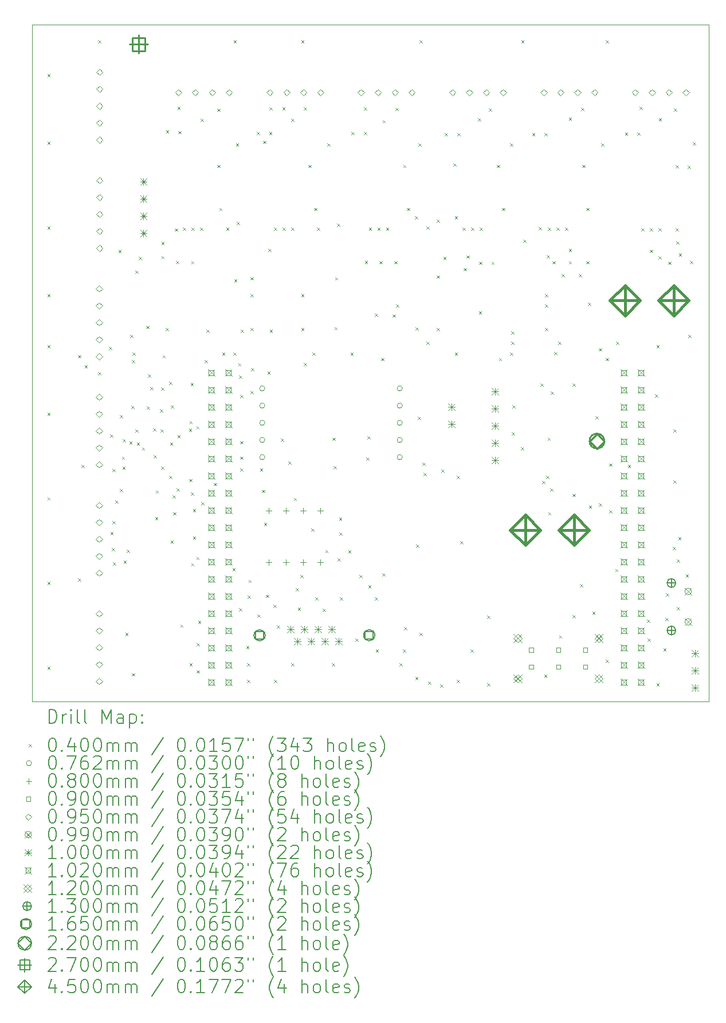
<source format=gbr>
%TF.GenerationSoftware,KiCad,Pcbnew,8.0.0*%
%TF.CreationDate,2024-03-07T02:07:16+09:00*%
%TF.ProjectId,wheel,77686565-6c2e-46b6-9963-61645f706362,rev?*%
%TF.SameCoordinates,Original*%
%TF.FileFunction,Drillmap*%
%TF.FilePolarity,Positive*%
%FSLAX45Y45*%
G04 Gerber Fmt 4.5, Leading zero omitted, Abs format (unit mm)*
G04 Created by KiCad (PCBNEW 8.0.0) date 2024-03-07 02:07:16*
%MOMM*%
%LPD*%
G01*
G04 APERTURE LIST*
%ADD10C,0.100000*%
%ADD11C,0.200000*%
%ADD12C,0.102000*%
%ADD13C,0.120000*%
%ADD14C,0.130000*%
%ADD15C,0.165000*%
%ADD16C,0.220000*%
%ADD17C,0.270000*%
%ADD18C,0.450000*%
G04 APERTURE END LIST*
D10*
X15000000Y-16000000D02*
X5000000Y-16000000D01*
X15000000Y-6000000D02*
X15000000Y-16000000D01*
X5000000Y-6000000D02*
X15000000Y-6000000D01*
X5000000Y-16000000D02*
X5000000Y-6000000D01*
D11*
D10*
X5230000Y-6730000D02*
X5270000Y-6770000D01*
X5270000Y-6730000D02*
X5230000Y-6770000D01*
X5230000Y-7730000D02*
X5270000Y-7770000D01*
X5270000Y-7730000D02*
X5230000Y-7770000D01*
X5230000Y-8980000D02*
X5270000Y-9020000D01*
X5270000Y-8980000D02*
X5230000Y-9020000D01*
X5230000Y-9980000D02*
X5270000Y-10020000D01*
X5270000Y-9980000D02*
X5230000Y-10020000D01*
X5230000Y-10730000D02*
X5270000Y-10770000D01*
X5270000Y-10730000D02*
X5230000Y-10770000D01*
X5230000Y-11730000D02*
X5270000Y-11770000D01*
X5270000Y-11730000D02*
X5230000Y-11770000D01*
X5230000Y-12980000D02*
X5270000Y-13020000D01*
X5270000Y-12980000D02*
X5230000Y-13020000D01*
X5230000Y-14230000D02*
X5270000Y-14270000D01*
X5270000Y-14230000D02*
X5230000Y-14270000D01*
X5230000Y-15480000D02*
X5270000Y-15520000D01*
X5270000Y-15480000D02*
X5230000Y-15520000D01*
X5680000Y-10880000D02*
X5720000Y-10920000D01*
X5720000Y-10880000D02*
X5680000Y-10920000D01*
X5680000Y-14180000D02*
X5720000Y-14220000D01*
X5720000Y-14180000D02*
X5680000Y-14220000D01*
X5730000Y-12500000D02*
X5770000Y-12540000D01*
X5770000Y-12500000D02*
X5730000Y-12540000D01*
X5780000Y-11030000D02*
X5820000Y-11070000D01*
X5820000Y-11030000D02*
X5780000Y-11070000D01*
X5980000Y-6230000D02*
X6020000Y-6270000D01*
X6020000Y-6230000D02*
X5980000Y-6270000D01*
X5980000Y-11130000D02*
X6020000Y-11170000D01*
X6020000Y-11130000D02*
X5980000Y-11170000D01*
X6140000Y-10760000D02*
X6180000Y-10800000D01*
X6180000Y-10760000D02*
X6140000Y-10800000D01*
X6157550Y-12052450D02*
X6197550Y-12092450D01*
X6197550Y-12052450D02*
X6157550Y-12092450D01*
X6160000Y-13490000D02*
X6200000Y-13530000D01*
X6200000Y-13490000D02*
X6160000Y-13530000D01*
X6180000Y-13730000D02*
X6220000Y-13770000D01*
X6220000Y-13730000D02*
X6180000Y-13770000D01*
X6190000Y-12560000D02*
X6230000Y-12600000D01*
X6230000Y-12560000D02*
X6190000Y-12600000D01*
X6190000Y-13330000D02*
X6230000Y-13370000D01*
X6230000Y-13330000D02*
X6190000Y-13370000D01*
X6200000Y-13940000D02*
X6240000Y-13980000D01*
X6240000Y-13940000D02*
X6200000Y-13980000D01*
X6230000Y-13030000D02*
X6270000Y-13070000D01*
X6270000Y-13030000D02*
X6230000Y-13070000D01*
X6280000Y-9330000D02*
X6320000Y-9370000D01*
X6320000Y-9330000D02*
X6280000Y-9370000D01*
X6300000Y-12860000D02*
X6340000Y-12900000D01*
X6340000Y-12860000D02*
X6300000Y-12900000D01*
X6302450Y-11762959D02*
X6342450Y-11802959D01*
X6342450Y-11762959D02*
X6302450Y-11802959D01*
X6330000Y-12380000D02*
X6370000Y-12420000D01*
X6370000Y-12380000D02*
X6330000Y-12420000D01*
X6337550Y-12530000D02*
X6377550Y-12570000D01*
X6377550Y-12530000D02*
X6337550Y-12570000D01*
X6340000Y-12120000D02*
X6380000Y-12160000D01*
X6380000Y-12120000D02*
X6340000Y-12160000D01*
X6355590Y-13914410D02*
X6395590Y-13954410D01*
X6395590Y-13914410D02*
X6355590Y-13954410D01*
X6380000Y-14980000D02*
X6420000Y-15020000D01*
X6420000Y-14980000D02*
X6380000Y-15020000D01*
X6403050Y-13756950D02*
X6443050Y-13796950D01*
X6443050Y-13756950D02*
X6403050Y-13796950D01*
X6439339Y-12152450D02*
X6479339Y-12192450D01*
X6479339Y-12152450D02*
X6439339Y-12192450D01*
X6452450Y-10580000D02*
X6492450Y-10620000D01*
X6492450Y-10580000D02*
X6452450Y-10620000D01*
X6470000Y-11630000D02*
X6510000Y-11670000D01*
X6510000Y-11630000D02*
X6470000Y-11670000D01*
X6480000Y-10950000D02*
X6520000Y-10990000D01*
X6520000Y-10950000D02*
X6480000Y-10990000D01*
X6480000Y-15580000D02*
X6520000Y-15620000D01*
X6520000Y-15580000D02*
X6480000Y-15620000D01*
X6487450Y-10840000D02*
X6527450Y-10880000D01*
X6527450Y-10840000D02*
X6487450Y-10880000D01*
X6530000Y-9630000D02*
X6570000Y-9670000D01*
X6570000Y-9630000D02*
X6530000Y-9670000D01*
X6530000Y-11980000D02*
X6570000Y-12020000D01*
X6570000Y-11980000D02*
X6530000Y-12020000D01*
X6550000Y-12170000D02*
X6590000Y-12210000D01*
X6590000Y-12170000D02*
X6550000Y-12210000D01*
X6580000Y-9430000D02*
X6620000Y-9470000D01*
X6620000Y-9430000D02*
X6580000Y-9470000D01*
X6626950Y-12243050D02*
X6666950Y-12283050D01*
X6666950Y-12243050D02*
X6626950Y-12283050D01*
X6690000Y-10450000D02*
X6730000Y-10490000D01*
X6730000Y-10450000D02*
X6690000Y-10490000D01*
X6700000Y-11640000D02*
X6740000Y-11680000D01*
X6740000Y-11640000D02*
X6700000Y-11680000D01*
X6712753Y-11162821D02*
X6752753Y-11202821D01*
X6752753Y-11162821D02*
X6712753Y-11202821D01*
X6750000Y-11350000D02*
X6790000Y-11390000D01*
X6790000Y-11350000D02*
X6750000Y-11390000D01*
X6792505Y-11959955D02*
X6832505Y-11999955D01*
X6832505Y-11959955D02*
X6792505Y-11999955D01*
X6798770Y-12361230D02*
X6838770Y-12401230D01*
X6838770Y-12361230D02*
X6798770Y-12401230D01*
X6820000Y-13270000D02*
X6860000Y-13310000D01*
X6860000Y-13270000D02*
X6820000Y-13310000D01*
X6830000Y-12880000D02*
X6870000Y-12920000D01*
X6870000Y-12880000D02*
X6830000Y-12920000D01*
X6890000Y-11680000D02*
X6930000Y-11720000D01*
X6930000Y-11680000D02*
X6890000Y-11720000D01*
X6900000Y-11980000D02*
X6940000Y-12020000D01*
X6940000Y-11980000D02*
X6900000Y-12020000D01*
X6907550Y-11361230D02*
X6947550Y-11401230D01*
X6947550Y-11361230D02*
X6907550Y-11401230D01*
X6910000Y-12530000D02*
X6950000Y-12570000D01*
X6950000Y-12530000D02*
X6910000Y-12570000D01*
X6914001Y-9207994D02*
X6954001Y-9247994D01*
X6954001Y-9207994D02*
X6914001Y-9247994D01*
X6915000Y-9415000D02*
X6955000Y-9455000D01*
X6955000Y-9415000D02*
X6915000Y-9455000D01*
X6930000Y-10880000D02*
X6970000Y-10920000D01*
X6970000Y-10880000D02*
X6930000Y-10920000D01*
X6980000Y-10480000D02*
X7020000Y-10520000D01*
X7020000Y-10480000D02*
X6980000Y-10520000D01*
X6981500Y-7560000D02*
X7021500Y-7600000D01*
X7021500Y-7560000D02*
X6981500Y-7600000D01*
X7026230Y-11273770D02*
X7066230Y-11313770D01*
X7066230Y-11273770D02*
X7026230Y-11313770D01*
X7030000Y-12660000D02*
X7070000Y-12700000D01*
X7070000Y-12660000D02*
X7030000Y-12700000D01*
X7040000Y-12170000D02*
X7080000Y-12210000D01*
X7080000Y-12170000D02*
X7040000Y-12210000D01*
X7049900Y-13619736D02*
X7089900Y-13659736D01*
X7089900Y-13619736D02*
X7049900Y-13659736D01*
X7052450Y-11620000D02*
X7092450Y-11660000D01*
X7092450Y-11620000D02*
X7052450Y-11660000D01*
X7080000Y-12950000D02*
X7120000Y-12990000D01*
X7120000Y-12950000D02*
X7080000Y-12990000D01*
X7090000Y-13200000D02*
X7130000Y-13240000D01*
X7130000Y-13200000D02*
X7090000Y-13240000D01*
X7110000Y-9010000D02*
X7150000Y-9050000D01*
X7150000Y-9010000D02*
X7110000Y-9050000D01*
X7130000Y-9490000D02*
X7170000Y-9530000D01*
X7170000Y-9490000D02*
X7130000Y-9530000D01*
X7140000Y-12850000D02*
X7180000Y-12890000D01*
X7180000Y-12850000D02*
X7140000Y-12890000D01*
X7150000Y-7210000D02*
X7190000Y-7250000D01*
X7190000Y-7210000D02*
X7150000Y-7250000D01*
X7150000Y-12060000D02*
X7190000Y-12100000D01*
X7190000Y-12060000D02*
X7150000Y-12100000D01*
X7166257Y-7569509D02*
X7206257Y-7609509D01*
X7206257Y-7569509D02*
X7166257Y-7609509D01*
X7192500Y-14860000D02*
X7232500Y-14900000D01*
X7232500Y-14860000D02*
X7192500Y-14900000D01*
X7228500Y-9000000D02*
X7268500Y-9040000D01*
X7268500Y-9000000D02*
X7228500Y-9040000D01*
X7320000Y-11970000D02*
X7360000Y-12010000D01*
X7360000Y-11970000D02*
X7320000Y-12010000D01*
X7327572Y-12710733D02*
X7367572Y-12750733D01*
X7367572Y-12710733D02*
X7327572Y-12750733D01*
X7330000Y-11855000D02*
X7370000Y-11895000D01*
X7370000Y-11855000D02*
X7330000Y-11895000D01*
X7330000Y-15430000D02*
X7370000Y-15470000D01*
X7370000Y-15430000D02*
X7330000Y-15470000D01*
X7345500Y-11293500D02*
X7385500Y-11333500D01*
X7385500Y-11293500D02*
X7345500Y-11333500D01*
X7350000Y-12910000D02*
X7390000Y-12950000D01*
X7390000Y-12910000D02*
X7350000Y-12950000D01*
X7354000Y-9491250D02*
X7394000Y-9531250D01*
X7394000Y-9491250D02*
X7354000Y-9531250D01*
X7355000Y-13955000D02*
X7395000Y-13995000D01*
X7395000Y-13955000D02*
X7355000Y-13995000D01*
X7355500Y-9000000D02*
X7395500Y-9040000D01*
X7395500Y-9000000D02*
X7355500Y-9040000D01*
X7380000Y-13155000D02*
X7420000Y-13195000D01*
X7420000Y-13155000D02*
X7380000Y-13195000D01*
X7380000Y-13560000D02*
X7420000Y-13600000D01*
X7420000Y-13560000D02*
X7380000Y-13600000D01*
X7430000Y-11930000D02*
X7470000Y-11970000D01*
X7470000Y-11930000D02*
X7430000Y-11970000D01*
X7430000Y-13860000D02*
X7470000Y-13900000D01*
X7470000Y-13860000D02*
X7430000Y-13900000D01*
X7432500Y-15132500D02*
X7472500Y-15172500D01*
X7472500Y-15132500D02*
X7432500Y-15172500D01*
X7432550Y-15537828D02*
X7472550Y-15577828D01*
X7472550Y-15537828D02*
X7432550Y-15577828D01*
X7455000Y-14805000D02*
X7495000Y-14845000D01*
X7495000Y-14805000D02*
X7455000Y-14845000D01*
X7482500Y-9000000D02*
X7522500Y-9040000D01*
X7522500Y-9000000D02*
X7482500Y-9040000D01*
X7492750Y-7390000D02*
X7532750Y-7430000D01*
X7532750Y-7390000D02*
X7492750Y-7430000D01*
X7500000Y-13050000D02*
X7540000Y-13090000D01*
X7540000Y-13050000D02*
X7500000Y-13090000D01*
X7555000Y-10955000D02*
X7595000Y-10995000D01*
X7595000Y-10955000D02*
X7555000Y-10995000D01*
X7580000Y-10505000D02*
X7620000Y-10545000D01*
X7620000Y-10505000D02*
X7580000Y-10545000D01*
X7691347Y-12768807D02*
X7731347Y-12808807D01*
X7731347Y-12768807D02*
X7691347Y-12808807D01*
X7736500Y-8070000D02*
X7776500Y-8110000D01*
X7776500Y-8070000D02*
X7736500Y-8110000D01*
X7740000Y-7240000D02*
X7780000Y-7280000D01*
X7780000Y-7240000D02*
X7740000Y-7280000D01*
X7769000Y-8705000D02*
X7809000Y-8745000D01*
X7809000Y-8705000D02*
X7769000Y-8745000D01*
X7811500Y-10840000D02*
X7851500Y-10880000D01*
X7851500Y-10840000D02*
X7811500Y-10880000D01*
X7870000Y-9000000D02*
X7910000Y-9040000D01*
X7910000Y-9000000D02*
X7870000Y-9040000D01*
X7964256Y-14025852D02*
X8004256Y-14065852D01*
X8004256Y-14025852D02*
X7964256Y-14065852D01*
X7977500Y-10842500D02*
X8017500Y-10882500D01*
X8017500Y-10842500D02*
X7977500Y-10882500D01*
X7980000Y-6230000D02*
X8020000Y-6270000D01*
X8020000Y-6230000D02*
X7980000Y-6270000D01*
X7988750Y-9760000D02*
X8028750Y-9800000D01*
X8028750Y-9760000D02*
X7988750Y-9800000D01*
X8014000Y-7750000D02*
X8054000Y-7790000D01*
X8054000Y-7750000D02*
X8014000Y-7790000D01*
X8030000Y-8910000D02*
X8070000Y-8950000D01*
X8070000Y-8910000D02*
X8030000Y-8950000D01*
X8048745Y-10998745D02*
X8088745Y-11038745D01*
X8088745Y-10998745D02*
X8048745Y-11038745D01*
X8060000Y-11180000D02*
X8100000Y-11220000D01*
X8100000Y-11180000D02*
X8060000Y-11220000D01*
X8060000Y-14620000D02*
X8100000Y-14660000D01*
X8100000Y-14620000D02*
X8060000Y-14660000D01*
X8080000Y-11470000D02*
X8120000Y-11510000D01*
X8120000Y-11470000D02*
X8080000Y-11510000D01*
X8080000Y-12150000D02*
X8120000Y-12190000D01*
X8120000Y-12150000D02*
X8080000Y-12190000D01*
X8080000Y-12380000D02*
X8120000Y-12420000D01*
X8120000Y-12380000D02*
X8080000Y-12420000D01*
X8080000Y-12550000D02*
X8120000Y-12590000D01*
X8120000Y-12550000D02*
X8080000Y-12590000D01*
X8088750Y-10501250D02*
X8128750Y-10541250D01*
X8128750Y-10501250D02*
X8088750Y-10541250D01*
X8167500Y-15180000D02*
X8207500Y-15220000D01*
X8207500Y-15180000D02*
X8167500Y-15220000D01*
X8180000Y-15430000D02*
X8220000Y-15470000D01*
X8220000Y-15430000D02*
X8180000Y-15470000D01*
X8180000Y-15680000D02*
X8220000Y-15720000D01*
X8220000Y-15680000D02*
X8180000Y-15720000D01*
X8190000Y-14430000D02*
X8230000Y-14470000D01*
X8230000Y-14430000D02*
X8190000Y-14470000D01*
X8200000Y-14200000D02*
X8240000Y-14240000D01*
X8240000Y-14200000D02*
X8200000Y-14240000D01*
X8230000Y-9730000D02*
X8270000Y-9770000D01*
X8270000Y-9730000D02*
X8230000Y-9770000D01*
X8230000Y-9980000D02*
X8270000Y-10020000D01*
X8270000Y-9980000D02*
X8230000Y-10020000D01*
X8230000Y-10480000D02*
X8270000Y-10520000D01*
X8270000Y-10480000D02*
X8230000Y-10520000D01*
X8232450Y-11410000D02*
X8272450Y-11450000D01*
X8272450Y-11410000D02*
X8232450Y-11450000D01*
X8240000Y-11070000D02*
X8280000Y-11110000D01*
X8280000Y-11070000D02*
X8240000Y-11110000D01*
X8322750Y-7580000D02*
X8362750Y-7620000D01*
X8362750Y-7580000D02*
X8322750Y-7620000D01*
X8330000Y-14710000D02*
X8370000Y-14750000D01*
X8370000Y-14710000D02*
X8330000Y-14750000D01*
X8370000Y-12550000D02*
X8410000Y-12590000D01*
X8410000Y-12550000D02*
X8370000Y-12590000D01*
X8400000Y-12870000D02*
X8440000Y-12910000D01*
X8440000Y-12870000D02*
X8400000Y-12910000D01*
X8414000Y-7715097D02*
X8454000Y-7755097D01*
X8454000Y-7715097D02*
X8414000Y-7755097D01*
X8430000Y-13360000D02*
X8470000Y-13400000D01*
X8470000Y-13360000D02*
X8430000Y-13400000D01*
X8460000Y-14420000D02*
X8500000Y-14460000D01*
X8500000Y-14420000D02*
X8460000Y-14460000D01*
X8480000Y-11121500D02*
X8520000Y-11161500D01*
X8520000Y-11121500D02*
X8480000Y-11161500D01*
X8494000Y-9308750D02*
X8534000Y-9348750D01*
X8534000Y-9308750D02*
X8494000Y-9348750D01*
X8505250Y-7580000D02*
X8545250Y-7620000D01*
X8545250Y-7580000D02*
X8505250Y-7620000D01*
X8510000Y-7220000D02*
X8550000Y-7260000D01*
X8550000Y-7220000D02*
X8510000Y-7260000D01*
X8513750Y-10501250D02*
X8553750Y-10541250D01*
X8553750Y-10501250D02*
X8513750Y-10541250D01*
X8570000Y-14570000D02*
X8610000Y-14610000D01*
X8610000Y-14570000D02*
X8570000Y-14610000D01*
X8578500Y-9000000D02*
X8618500Y-9040000D01*
X8618500Y-9000000D02*
X8578500Y-9040000D01*
X8580000Y-15680000D02*
X8620000Y-15720000D01*
X8620000Y-15680000D02*
X8580000Y-15720000D01*
X8620000Y-14870000D02*
X8660000Y-14910000D01*
X8660000Y-14870000D02*
X8620000Y-14910000D01*
X8680000Y-12110000D02*
X8720000Y-12150000D01*
X8720000Y-12110000D02*
X8680000Y-12150000D01*
X8700000Y-7220000D02*
X8740000Y-7260000D01*
X8740000Y-7220000D02*
X8700000Y-7260000D01*
X8705500Y-9000000D02*
X8745500Y-9040000D01*
X8745500Y-9000000D02*
X8705500Y-9040000D01*
X8790000Y-12450000D02*
X8830000Y-12490000D01*
X8830000Y-12450000D02*
X8790000Y-12490000D01*
X8830000Y-15430000D02*
X8870000Y-15470000D01*
X8870000Y-15430000D02*
X8830000Y-15470000D01*
X8832500Y-9000000D02*
X8872500Y-9040000D01*
X8872500Y-9000000D02*
X8832500Y-9040000D01*
X8832750Y-7390000D02*
X8872750Y-7430000D01*
X8872750Y-7390000D02*
X8832750Y-7430000D01*
X8870000Y-12990000D02*
X8910000Y-13030000D01*
X8910000Y-12990000D02*
X8870000Y-13030000D01*
X8900000Y-14320000D02*
X8940000Y-14360000D01*
X8940000Y-14320000D02*
X8900000Y-14360000D01*
X8930000Y-14610000D02*
X8970000Y-14650000D01*
X8970000Y-14610000D02*
X8930000Y-14650000D01*
X8970000Y-14130000D02*
X9010000Y-14170000D01*
X9010000Y-14130000D02*
X8970000Y-14170000D01*
X8980000Y-6230000D02*
X9020000Y-6270000D01*
X9020000Y-6230000D02*
X8980000Y-6270000D01*
X8980000Y-9980000D02*
X9020000Y-10020000D01*
X9020000Y-9980000D02*
X8980000Y-10020000D01*
X8980000Y-10480000D02*
X9020000Y-10520000D01*
X9020000Y-10480000D02*
X8980000Y-10520000D01*
X9020000Y-7220000D02*
X9060000Y-7260000D01*
X9060000Y-7220000D02*
X9020000Y-7260000D01*
X9020000Y-10995000D02*
X9060000Y-11035000D01*
X9060000Y-10995000D02*
X9020000Y-11035000D01*
X9086500Y-8070000D02*
X9126500Y-8110000D01*
X9126500Y-8070000D02*
X9086500Y-8110000D01*
X9130000Y-13440000D02*
X9170000Y-13480000D01*
X9170000Y-13440000D02*
X9130000Y-13480000D01*
X9144000Y-10844000D02*
X9184000Y-10884000D01*
X9184000Y-10844000D02*
X9144000Y-10884000D01*
X9170000Y-8706000D02*
X9210000Y-8746000D01*
X9210000Y-8706000D02*
X9170000Y-8746000D01*
X9190000Y-14460000D02*
X9230000Y-14500000D01*
X9230000Y-14460000D02*
X9190000Y-14500000D01*
X9210000Y-9000000D02*
X9250000Y-9040000D01*
X9250000Y-9000000D02*
X9210000Y-9040000D01*
X9300000Y-14630000D02*
X9340000Y-14670000D01*
X9340000Y-14630000D02*
X9300000Y-14670000D01*
X9336550Y-13760000D02*
X9376550Y-13800000D01*
X9376550Y-13760000D02*
X9336550Y-13800000D01*
X9364000Y-7750000D02*
X9404000Y-7790000D01*
X9404000Y-7750000D02*
X9364000Y-7790000D01*
X9430000Y-15430000D02*
X9470000Y-15470000D01*
X9470000Y-15430000D02*
X9430000Y-15470000D01*
X9440000Y-12100000D02*
X9480000Y-12140000D01*
X9480000Y-12100000D02*
X9440000Y-12140000D01*
X9460000Y-12520000D02*
X9500000Y-12560000D01*
X9500000Y-12520000D02*
X9460000Y-12560000D01*
X9470000Y-10465000D02*
X9510000Y-10505000D01*
X9510000Y-10465000D02*
X9470000Y-10505000D01*
X9480000Y-9730000D02*
X9520000Y-9770000D01*
X9520000Y-9730000D02*
X9480000Y-9770000D01*
X9510000Y-8940000D02*
X9550000Y-8980000D01*
X9550000Y-8940000D02*
X9510000Y-8980000D01*
X9520000Y-13880000D02*
X9560000Y-13920000D01*
X9560000Y-13880000D02*
X9520000Y-13920000D01*
X9537500Y-13280000D02*
X9577500Y-13320000D01*
X9577500Y-13280000D02*
X9537500Y-13320000D01*
X9540000Y-13500000D02*
X9580000Y-13540000D01*
X9580000Y-13500000D02*
X9540000Y-13540000D01*
X9550000Y-14460000D02*
X9590000Y-14500000D01*
X9590000Y-14460000D02*
X9550000Y-14500000D01*
X9675000Y-13765000D02*
X9715000Y-13805000D01*
X9715000Y-13765000D02*
X9675000Y-13805000D01*
X9707500Y-10840000D02*
X9747500Y-10880000D01*
X9747500Y-10840000D02*
X9707500Y-10880000D01*
X9722750Y-7580000D02*
X9762750Y-7620000D01*
X9762750Y-7580000D02*
X9722750Y-7620000D01*
X9780000Y-15070000D02*
X9820000Y-15110000D01*
X9820000Y-15070000D02*
X9780000Y-15110000D01*
X9840000Y-14130000D02*
X9880000Y-14170000D01*
X9880000Y-14130000D02*
X9840000Y-14170000D01*
X9905000Y-7580000D02*
X9945000Y-7620000D01*
X9945000Y-7580000D02*
X9905000Y-7620000D01*
X9910000Y-7220000D02*
X9950000Y-7260000D01*
X9950000Y-7220000D02*
X9910000Y-7260000D01*
X9920000Y-9490000D02*
X9960000Y-9530000D01*
X9960000Y-9490000D02*
X9920000Y-9530000D01*
X9940000Y-12390000D02*
X9980000Y-12430000D01*
X9980000Y-12390000D02*
X9940000Y-12430000D01*
X9960000Y-12080000D02*
X10000000Y-12120000D01*
X10000000Y-12080000D02*
X9960000Y-12120000D01*
X9970000Y-14280000D02*
X10010000Y-14320000D01*
X10010000Y-14280000D02*
X9970000Y-14320000D01*
X9978500Y-9000000D02*
X10018500Y-9040000D01*
X10018500Y-9000000D02*
X9978500Y-9040000D01*
X10067500Y-10267500D02*
X10107500Y-10307500D01*
X10107500Y-10267500D02*
X10067500Y-10307500D01*
X10070000Y-14460000D02*
X10110000Y-14500000D01*
X10110000Y-14460000D02*
X10070000Y-14500000D01*
X10080000Y-15230000D02*
X10120000Y-15270000D01*
X10120000Y-15230000D02*
X10080000Y-15270000D01*
X10105500Y-9000000D02*
X10145500Y-9040000D01*
X10145500Y-9000000D02*
X10105500Y-9040000D01*
X10134000Y-9491250D02*
X10174000Y-9531250D01*
X10174000Y-9491250D02*
X10134000Y-9531250D01*
X10160000Y-10922500D02*
X10200000Y-10962500D01*
X10200000Y-10922500D02*
X10160000Y-10962500D01*
X10180000Y-14100000D02*
X10220000Y-14140000D01*
X10220000Y-14100000D02*
X10180000Y-14140000D01*
X10182750Y-7410000D02*
X10222750Y-7450000D01*
X10222750Y-7410000D02*
X10182750Y-7450000D01*
X10232500Y-9000000D02*
X10272500Y-9040000D01*
X10272500Y-9000000D02*
X10232500Y-9040000D01*
X10330000Y-10280000D02*
X10370000Y-10320000D01*
X10370000Y-10280000D02*
X10330000Y-10320000D01*
X10354000Y-9491250D02*
X10394000Y-9531250D01*
X10394000Y-9491250D02*
X10354000Y-9531250D01*
X10370000Y-7225000D02*
X10410000Y-7265000D01*
X10410000Y-7225000D02*
X10370000Y-7265000D01*
X10380000Y-10130000D02*
X10420000Y-10170000D01*
X10420000Y-10130000D02*
X10380000Y-10170000D01*
X10430000Y-15430000D02*
X10470000Y-15470000D01*
X10470000Y-15430000D02*
X10430000Y-15470000D01*
X10480000Y-15230000D02*
X10520000Y-15270000D01*
X10520000Y-15230000D02*
X10480000Y-15270000D01*
X10486500Y-8070000D02*
X10526500Y-8110000D01*
X10526500Y-8070000D02*
X10486500Y-8110000D01*
X10501265Y-14898735D02*
X10541265Y-14938735D01*
X10541265Y-14898735D02*
X10501265Y-14938735D01*
X10545000Y-8706000D02*
X10585000Y-8746000D01*
X10585000Y-8706000D02*
X10545000Y-8746000D01*
X10660000Y-8830000D02*
X10700000Y-8870000D01*
X10700000Y-8830000D02*
X10660000Y-8870000D01*
X10665000Y-15632550D02*
X10705000Y-15672550D01*
X10705000Y-15632550D02*
X10665000Y-15672550D01*
X10670000Y-10470000D02*
X10710000Y-10510000D01*
X10710000Y-10470000D02*
X10670000Y-10510000D01*
X10680000Y-13680000D02*
X10720000Y-13720000D01*
X10720000Y-13680000D02*
X10680000Y-13720000D01*
X10700000Y-11790000D02*
X10740000Y-11830000D01*
X10740000Y-11790000D02*
X10700000Y-11830000D01*
X10714000Y-7750000D02*
X10754000Y-7790000D01*
X10754000Y-7750000D02*
X10714000Y-7790000D01*
X10730000Y-6230000D02*
X10770000Y-6270000D01*
X10770000Y-6230000D02*
X10730000Y-6270000D01*
X10730000Y-14980000D02*
X10770000Y-15020000D01*
X10770000Y-14980000D02*
X10730000Y-15020000D01*
X10770000Y-12470000D02*
X10810000Y-12510000D01*
X10810000Y-12470000D02*
X10770000Y-12510000D01*
X10790000Y-12620000D02*
X10830000Y-12660000D01*
X10830000Y-12620000D02*
X10790000Y-12660000D01*
X10830000Y-8980000D02*
X10870000Y-9020000D01*
X10870000Y-8980000D02*
X10830000Y-9020000D01*
X10830000Y-10680000D02*
X10870000Y-10720000D01*
X10870000Y-10680000D02*
X10830000Y-10720000D01*
X10855000Y-15705000D02*
X10895000Y-15745000D01*
X10895000Y-15705000D02*
X10855000Y-15745000D01*
X10980000Y-8880000D02*
X11020000Y-8920000D01*
X11020000Y-8880000D02*
X10980000Y-8920000D01*
X10980000Y-9705000D02*
X11020000Y-9745000D01*
X11020000Y-9705000D02*
X10980000Y-9745000D01*
X10980000Y-10480000D02*
X11020000Y-10520000D01*
X11020000Y-10480000D02*
X10980000Y-10520000D01*
X11030000Y-15744300D02*
X11070000Y-15784300D01*
X11070000Y-15744300D02*
X11030000Y-15784300D01*
X11050000Y-12570000D02*
X11090000Y-12610000D01*
X11090000Y-12570000D02*
X11050000Y-12610000D01*
X11080000Y-9430000D02*
X11120000Y-9470000D01*
X11120000Y-9430000D02*
X11080000Y-9470000D01*
X11102750Y-7600000D02*
X11142750Y-7640000D01*
X11142750Y-7600000D02*
X11102750Y-7640000D01*
X11230000Y-8050000D02*
X11270000Y-8090000D01*
X11270000Y-8050000D02*
X11230000Y-8090000D01*
X11250000Y-8830000D02*
X11290000Y-8870000D01*
X11290000Y-8830000D02*
X11250000Y-8870000D01*
X11250000Y-10840000D02*
X11290000Y-10880000D01*
X11290000Y-10840000D02*
X11250000Y-10880000D01*
X11280000Y-12660000D02*
X11320000Y-12700000D01*
X11320000Y-12660000D02*
X11280000Y-12700000D01*
X11280000Y-15680000D02*
X11320000Y-15720000D01*
X11320000Y-15680000D02*
X11280000Y-15720000D01*
X11285250Y-7600000D02*
X11325250Y-7640000D01*
X11325250Y-7600000D02*
X11285250Y-7640000D01*
X11330000Y-13630000D02*
X11370000Y-13670000D01*
X11370000Y-13630000D02*
X11330000Y-13670000D01*
X11363500Y-9000000D02*
X11403500Y-9040000D01*
X11403500Y-9000000D02*
X11363500Y-9040000D01*
X11380000Y-9595050D02*
X11420000Y-9635050D01*
X11420000Y-9595050D02*
X11380000Y-9635050D01*
X11423455Y-9406545D02*
X11463455Y-9446545D01*
X11463455Y-9406545D02*
X11423455Y-9446545D01*
X11480000Y-15230000D02*
X11520000Y-15270000D01*
X11520000Y-15230000D02*
X11480000Y-15270000D01*
X11490500Y-9000000D02*
X11530500Y-9040000D01*
X11530500Y-9000000D02*
X11490500Y-9040000D01*
X11588750Y-7380000D02*
X11628750Y-7420000D01*
X11628750Y-7380000D02*
X11588750Y-7420000D01*
X11605000Y-10235000D02*
X11645000Y-10275000D01*
X11645000Y-10235000D02*
X11605000Y-10275000D01*
X11610000Y-9500000D02*
X11650000Y-9540000D01*
X11650000Y-9500000D02*
X11610000Y-9540000D01*
X11617500Y-9000000D02*
X11657500Y-9040000D01*
X11657500Y-9000000D02*
X11617500Y-9040000D01*
X11730000Y-14730000D02*
X11770000Y-14770000D01*
X11770000Y-14730000D02*
X11730000Y-14770000D01*
X11730000Y-15730000D02*
X11770000Y-15770000D01*
X11770000Y-15730000D02*
X11730000Y-15770000D01*
X11755000Y-7235000D02*
X11795000Y-7275000D01*
X11795000Y-7235000D02*
X11755000Y-7275000D01*
X11790000Y-9500000D02*
X11830000Y-9540000D01*
X11830000Y-9500000D02*
X11790000Y-9540000D01*
X11871500Y-8070000D02*
X11911500Y-8110000D01*
X11911500Y-8070000D02*
X11871500Y-8110000D01*
X11900000Y-10922500D02*
X11940000Y-10962500D01*
X11940000Y-10922500D02*
X11900000Y-10962500D01*
X11945000Y-8706000D02*
X11985000Y-8746000D01*
X11985000Y-8706000D02*
X11945000Y-8746000D01*
X12064000Y-7750000D02*
X12104000Y-7790000D01*
X12104000Y-7750000D02*
X12064000Y-7790000D01*
X12067500Y-10840000D02*
X12107500Y-10880000D01*
X12107500Y-10840000D02*
X12067500Y-10880000D01*
X12080000Y-10530000D02*
X12120000Y-10570000D01*
X12120000Y-10530000D02*
X12080000Y-10570000D01*
X12080000Y-10680000D02*
X12120000Y-10720000D01*
X12120000Y-10680000D02*
X12080000Y-10720000D01*
X12090000Y-12020000D02*
X12130000Y-12060000D01*
X12130000Y-12020000D02*
X12090000Y-12060000D01*
X12100000Y-11620000D02*
X12140000Y-11660000D01*
X12140000Y-11620000D02*
X12100000Y-11660000D01*
X12228750Y-12240000D02*
X12268750Y-12280000D01*
X12268750Y-12240000D02*
X12228750Y-12280000D01*
X12230000Y-6230000D02*
X12270000Y-6270000D01*
X12270000Y-6230000D02*
X12230000Y-6270000D01*
X12261500Y-9172500D02*
X12301500Y-9212500D01*
X12301500Y-9172500D02*
X12261500Y-9212500D01*
X12392750Y-7600050D02*
X12432750Y-7640050D01*
X12432750Y-7600050D02*
X12392750Y-7640050D01*
X12490000Y-8990000D02*
X12530000Y-9030000D01*
X12530000Y-8990000D02*
X12490000Y-9030000D01*
X12512500Y-11300000D02*
X12552500Y-11340000D01*
X12552500Y-11300000D02*
X12512500Y-11340000D01*
X12540000Y-12740000D02*
X12580000Y-12780000D01*
X12580000Y-12740000D02*
X12540000Y-12780000D01*
X12570000Y-15600000D02*
X12610000Y-15640000D01*
X12610000Y-15600000D02*
X12570000Y-15640000D01*
X12575250Y-7600050D02*
X12615250Y-7640050D01*
X12615250Y-7600050D02*
X12575250Y-7640050D01*
X12580000Y-9980000D02*
X12620000Y-10020000D01*
X12620000Y-9980000D02*
X12580000Y-10020000D01*
X12580000Y-10130000D02*
X12620000Y-10170000D01*
X12620000Y-10130000D02*
X12580000Y-10170000D01*
X12580000Y-10480000D02*
X12620000Y-10520000D01*
X12620000Y-10480000D02*
X12580000Y-10520000D01*
X12600000Y-12660000D02*
X12640000Y-12700000D01*
X12640000Y-12660000D02*
X12600000Y-12700000D01*
X12605000Y-9405000D02*
X12645000Y-9445000D01*
X12645000Y-9405000D02*
X12605000Y-9445000D01*
X12620000Y-12100000D02*
X12660000Y-12140000D01*
X12660000Y-12100000D02*
X12620000Y-12140000D01*
X12623500Y-9000000D02*
X12663500Y-9040000D01*
X12663500Y-9000000D02*
X12623500Y-9040000D01*
X12630000Y-13200000D02*
X12670000Y-13240000D01*
X12670000Y-13200000D02*
X12630000Y-13240000D01*
X12660000Y-12850000D02*
X12700000Y-12890000D01*
X12700000Y-12850000D02*
X12660000Y-12890000D01*
X12666250Y-11417500D02*
X12706250Y-11457500D01*
X12706250Y-11417500D02*
X12666250Y-11457500D01*
X12694000Y-9491250D02*
X12734000Y-9531250D01*
X12734000Y-9491250D02*
X12694000Y-9531250D01*
X12717500Y-10832500D02*
X12757500Y-10872500D01*
X12757500Y-10832500D02*
X12717500Y-10872500D01*
X12750500Y-9000000D02*
X12790500Y-9040000D01*
X12790500Y-9000000D02*
X12750500Y-9040000D01*
X12780000Y-10680000D02*
X12820000Y-10720000D01*
X12820000Y-10680000D02*
X12780000Y-10720000D01*
X12790000Y-15020000D02*
X12830000Y-15060000D01*
X12830000Y-15020000D02*
X12790000Y-15060000D01*
X12830000Y-9680000D02*
X12870000Y-9720000D01*
X12870000Y-9680000D02*
X12830000Y-9720000D01*
X12877500Y-9000000D02*
X12917500Y-9040000D01*
X12917500Y-9000000D02*
X12877500Y-9040000D01*
X12932750Y-7370000D02*
X12972750Y-7410000D01*
X12972750Y-7370000D02*
X12932750Y-7410000D01*
X12934000Y-9308750D02*
X12974000Y-9348750D01*
X12974000Y-9308750D02*
X12934000Y-9348750D01*
X12934000Y-9491250D02*
X12974000Y-9531250D01*
X12974000Y-9491250D02*
X12934000Y-9531250D01*
X12990000Y-11300000D02*
X13030000Y-11340000D01*
X13030000Y-11300000D02*
X12990000Y-11340000D01*
X12990000Y-12930000D02*
X13030000Y-12970000D01*
X13030000Y-12930000D02*
X12990000Y-12970000D01*
X12990000Y-14717500D02*
X13030000Y-14757500D01*
X13030000Y-14717500D02*
X12990000Y-14757500D01*
X13080000Y-9680000D02*
X13120000Y-9720000D01*
X13120000Y-9680000D02*
X13080000Y-9720000D01*
X13097500Y-14265000D02*
X13137500Y-14305000D01*
X13137500Y-14265000D02*
X13097500Y-14305000D01*
X13115000Y-7225000D02*
X13155000Y-7265000D01*
X13155000Y-7225000D02*
X13115000Y-7265000D01*
X13131500Y-8070000D02*
X13171500Y-8110000D01*
X13171500Y-8070000D02*
X13131500Y-8110000D01*
X13193000Y-8706000D02*
X13233000Y-8746000D01*
X13233000Y-8706000D02*
X13193000Y-8746000D01*
X13194000Y-9491250D02*
X13234000Y-9531250D01*
X13234000Y-9491250D02*
X13194000Y-9531250D01*
X13216550Y-10108770D02*
X13256550Y-10148770D01*
X13256550Y-10108770D02*
X13216550Y-10148770D01*
X13230000Y-13102450D02*
X13270000Y-13142450D01*
X13270000Y-13102450D02*
X13230000Y-13142450D01*
X13280000Y-14670000D02*
X13320000Y-14710000D01*
X13320000Y-14670000D02*
X13280000Y-14710000D01*
X13330000Y-11780000D02*
X13370000Y-11820000D01*
X13370000Y-11780000D02*
X13330000Y-11820000D01*
X13380000Y-10780000D02*
X13420000Y-10820000D01*
X13420000Y-10780000D02*
X13380000Y-10820000D01*
X13380000Y-13067500D02*
X13420000Y-13107500D01*
X13420000Y-13067500D02*
X13380000Y-13107500D01*
X13414000Y-7750000D02*
X13454000Y-7790000D01*
X13454000Y-7750000D02*
X13414000Y-7790000D01*
X13480000Y-6230000D02*
X13520000Y-6270000D01*
X13520000Y-6230000D02*
X13480000Y-6270000D01*
X13480000Y-10922500D02*
X13520000Y-10962500D01*
X13520000Y-10922500D02*
X13480000Y-10962500D01*
X13480000Y-15380000D02*
X13520000Y-15420000D01*
X13520000Y-15380000D02*
X13480000Y-15420000D01*
X13530000Y-12480000D02*
X13570000Y-12520000D01*
X13570000Y-12480000D02*
X13530000Y-12520000D01*
X13530000Y-13170000D02*
X13570000Y-13210000D01*
X13570000Y-13170000D02*
X13530000Y-13210000D01*
X13620000Y-14040000D02*
X13660000Y-14080000D01*
X13660000Y-14040000D02*
X13620000Y-14080000D01*
X13630000Y-10680000D02*
X13670000Y-10720000D01*
X13670000Y-10680000D02*
X13630000Y-10720000D01*
X13762750Y-7590000D02*
X13802750Y-7630000D01*
X13802750Y-7590000D02*
X13762750Y-7630000D01*
X13805000Y-12505000D02*
X13845000Y-12545000D01*
X13845000Y-12505000D02*
X13805000Y-12545000D01*
X13945250Y-7590000D02*
X13985250Y-7630000D01*
X13985250Y-7590000D02*
X13945250Y-7630000D01*
X13980000Y-7210000D02*
X14020000Y-7250000D01*
X14020000Y-7210000D02*
X13980000Y-7250000D01*
X14003500Y-9005000D02*
X14043500Y-9045000D01*
X14043500Y-9005000D02*
X14003500Y-9045000D01*
X14090000Y-14790000D02*
X14130000Y-14830000D01*
X14130000Y-14790000D02*
X14090000Y-14830000D01*
X14100000Y-15070000D02*
X14140000Y-15110000D01*
X14140000Y-15070000D02*
X14100000Y-15110000D01*
X14130500Y-9005000D02*
X14170500Y-9045000D01*
X14170500Y-9005000D02*
X14130500Y-9045000D01*
X14134000Y-9322500D02*
X14174000Y-9362500D01*
X14174000Y-9322500D02*
X14134000Y-9362500D01*
X14210000Y-11460000D02*
X14250000Y-11500000D01*
X14250000Y-11460000D02*
X14210000Y-11500000D01*
X14230000Y-10730000D02*
X14270000Y-10770000D01*
X14270000Y-10730000D02*
X14230000Y-10770000D01*
X14230000Y-15730000D02*
X14270000Y-15770000D01*
X14270000Y-15730000D02*
X14230000Y-15770000D01*
X14257500Y-9005000D02*
X14297500Y-9045000D01*
X14297500Y-9005000D02*
X14257500Y-9045000D01*
X14260000Y-9420000D02*
X14300000Y-9460000D01*
X14300000Y-9420000D02*
X14260000Y-9460000D01*
X14263750Y-7380000D02*
X14303750Y-7420000D01*
X14303750Y-7380000D02*
X14263750Y-7420000D01*
X14330000Y-15210000D02*
X14370000Y-15250000D01*
X14370000Y-15210000D02*
X14330000Y-15250000D01*
X14360000Y-14760000D02*
X14400000Y-14800000D01*
X14400000Y-14760000D02*
X14360000Y-14800000D01*
X14370000Y-14400000D02*
X14410000Y-14440000D01*
X14410000Y-14400000D02*
X14370000Y-14440000D01*
X14400000Y-9500000D02*
X14440000Y-9540000D01*
X14440000Y-9500000D02*
X14400000Y-9540000D01*
X14470000Y-13710000D02*
X14510000Y-13750000D01*
X14510000Y-13710000D02*
X14470000Y-13750000D01*
X14480000Y-11980000D02*
X14520000Y-12020000D01*
X14520000Y-11980000D02*
X14480000Y-12020000D01*
X14480000Y-12730000D02*
X14520000Y-12770000D01*
X14520000Y-12730000D02*
X14480000Y-12770000D01*
X14485000Y-7235000D02*
X14525000Y-7275000D01*
X14525000Y-7235000D02*
X14485000Y-7275000D01*
X14511500Y-8075000D02*
X14551500Y-8115000D01*
X14551500Y-8075000D02*
X14511500Y-8115000D01*
X14511500Y-9005000D02*
X14551500Y-9045000D01*
X14551500Y-9005000D02*
X14511500Y-9045000D01*
X14520000Y-9200000D02*
X14560000Y-9240000D01*
X14560000Y-9200000D02*
X14520000Y-9240000D01*
X14530000Y-13900000D02*
X14570000Y-13940000D01*
X14570000Y-13900000D02*
X14530000Y-13940000D01*
X14530000Y-14600000D02*
X14570000Y-14640000D01*
X14570000Y-14600000D02*
X14530000Y-14640000D01*
X14550000Y-13570000D02*
X14590000Y-13610000D01*
X14590000Y-13570000D02*
X14550000Y-13610000D01*
X14560000Y-9377450D02*
X14600000Y-9417450D01*
X14600000Y-9377450D02*
X14560000Y-9417450D01*
X14660000Y-14120000D02*
X14700000Y-14160000D01*
X14700000Y-14120000D02*
X14660000Y-14160000D01*
X14690000Y-8080000D02*
X14730000Y-8120000D01*
X14730000Y-8080000D02*
X14690000Y-8120000D01*
X14700000Y-10580000D02*
X14740000Y-10620000D01*
X14740000Y-10580000D02*
X14700000Y-10620000D01*
X14722500Y-9490000D02*
X14762500Y-9530000D01*
X14762500Y-9490000D02*
X14722500Y-9530000D01*
X14769000Y-7735000D02*
X14809000Y-7775000D01*
X14809000Y-7735000D02*
X14769000Y-7775000D01*
X8442100Y-11372000D02*
G75*
G02*
X8365900Y-11372000I-38100J0D01*
G01*
X8365900Y-11372000D02*
G75*
G02*
X8442100Y-11372000I38100J0D01*
G01*
X8442100Y-11626000D02*
G75*
G02*
X8365900Y-11626000I-38100J0D01*
G01*
X8365900Y-11626000D02*
G75*
G02*
X8442100Y-11626000I38100J0D01*
G01*
X8442100Y-11880000D02*
G75*
G02*
X8365900Y-11880000I-38100J0D01*
G01*
X8365900Y-11880000D02*
G75*
G02*
X8442100Y-11880000I38100J0D01*
G01*
X8442100Y-12134000D02*
G75*
G02*
X8365900Y-12134000I-38100J0D01*
G01*
X8365900Y-12134000D02*
G75*
G02*
X8442100Y-12134000I38100J0D01*
G01*
X8442100Y-12388000D02*
G75*
G02*
X8365900Y-12388000I-38100J0D01*
G01*
X8365900Y-12388000D02*
G75*
G02*
X8442100Y-12388000I38100J0D01*
G01*
X10474100Y-11372000D02*
G75*
G02*
X10397900Y-11372000I-38100J0D01*
G01*
X10397900Y-11372000D02*
G75*
G02*
X10474100Y-11372000I38100J0D01*
G01*
X10474100Y-11626000D02*
G75*
G02*
X10397900Y-11626000I-38100J0D01*
G01*
X10397900Y-11626000D02*
G75*
G02*
X10474100Y-11626000I38100J0D01*
G01*
X10474100Y-11880000D02*
G75*
G02*
X10397900Y-11880000I-38100J0D01*
G01*
X10397900Y-11880000D02*
G75*
G02*
X10474100Y-11880000I38100J0D01*
G01*
X10474100Y-12134000D02*
G75*
G02*
X10397900Y-12134000I-38100J0D01*
G01*
X10397900Y-12134000D02*
G75*
G02*
X10474100Y-12134000I38100J0D01*
G01*
X10474100Y-12388000D02*
G75*
G02*
X10397900Y-12388000I-38100J0D01*
G01*
X10397900Y-12388000D02*
G75*
G02*
X10474100Y-12388000I38100J0D01*
G01*
X8500000Y-13138000D02*
X8500000Y-13218000D01*
X8460000Y-13178000D02*
X8540000Y-13178000D01*
X8500000Y-13900000D02*
X8500000Y-13980000D01*
X8460000Y-13940000D02*
X8540000Y-13940000D01*
X8754000Y-13138000D02*
X8754000Y-13218000D01*
X8714000Y-13178000D02*
X8794000Y-13178000D01*
X8754000Y-13900000D02*
X8754000Y-13980000D01*
X8714000Y-13940000D02*
X8794000Y-13940000D01*
X9008000Y-13138000D02*
X9008000Y-13218000D01*
X8968000Y-13178000D02*
X9048000Y-13178000D01*
X9008000Y-13900000D02*
X9008000Y-13980000D01*
X8968000Y-13940000D02*
X9048000Y-13940000D01*
X9262000Y-13138000D02*
X9262000Y-13218000D01*
X9222000Y-13178000D02*
X9302000Y-13178000D01*
X9262000Y-13900000D02*
X9262000Y-13980000D01*
X9222000Y-13940000D02*
X9302000Y-13940000D01*
X12411070Y-15269320D02*
X12411070Y-15205680D01*
X12347430Y-15205680D01*
X12347430Y-15269320D01*
X12411070Y-15269320D01*
X12411070Y-15519320D02*
X12411070Y-15455680D01*
X12347430Y-15455680D01*
X12347430Y-15519320D01*
X12411070Y-15519320D01*
X12811070Y-15269320D02*
X12811070Y-15205680D01*
X12747430Y-15205680D01*
X12747430Y-15269320D01*
X12811070Y-15269320D01*
X12811070Y-15519320D02*
X12811070Y-15455680D01*
X12747430Y-15455680D01*
X12747430Y-15519320D01*
X12811070Y-15519320D01*
X13211070Y-15269320D02*
X13211070Y-15205680D01*
X13147430Y-15205680D01*
X13147430Y-15269320D01*
X13211070Y-15269320D01*
X13211070Y-15519320D02*
X13211070Y-15455680D01*
X13147430Y-15455680D01*
X13147430Y-15519320D01*
X13211070Y-15519320D01*
X5995000Y-9947500D02*
X6042500Y-9900000D01*
X5995000Y-9852500D01*
X5947500Y-9900000D01*
X5995000Y-9947500D01*
X5995000Y-10197500D02*
X6042500Y-10150000D01*
X5995000Y-10102500D01*
X5947500Y-10150000D01*
X5995000Y-10197500D01*
X5995000Y-10447500D02*
X6042500Y-10400000D01*
X5995000Y-10352500D01*
X5947500Y-10400000D01*
X5995000Y-10447500D01*
X5995000Y-10697500D02*
X6042500Y-10650000D01*
X5995000Y-10602500D01*
X5947500Y-10650000D01*
X5995000Y-10697500D01*
X5995000Y-10947500D02*
X6042500Y-10900000D01*
X5995000Y-10852500D01*
X5947500Y-10900000D01*
X5995000Y-10947500D01*
X5995000Y-11547500D02*
X6042500Y-11500000D01*
X5995000Y-11452500D01*
X5947500Y-11500000D01*
X5995000Y-11547500D01*
X5995000Y-11797500D02*
X6042500Y-11750000D01*
X5995000Y-11702500D01*
X5947500Y-11750000D01*
X5995000Y-11797500D01*
X5995000Y-12047500D02*
X6042500Y-12000000D01*
X5995000Y-11952500D01*
X5947500Y-12000000D01*
X5995000Y-12047500D01*
X5995000Y-12297500D02*
X6042500Y-12250000D01*
X5995000Y-12202500D01*
X5947500Y-12250000D01*
X5995000Y-12297500D01*
X5995000Y-12547500D02*
X6042500Y-12500000D01*
X5995000Y-12452500D01*
X5947500Y-12500000D01*
X5995000Y-12547500D01*
X5995000Y-13147500D02*
X6042500Y-13100000D01*
X5995000Y-13052500D01*
X5947500Y-13100000D01*
X5995000Y-13147500D01*
X5995000Y-13397500D02*
X6042500Y-13350000D01*
X5995000Y-13302500D01*
X5947500Y-13350000D01*
X5995000Y-13397500D01*
X5995000Y-13647500D02*
X6042500Y-13600000D01*
X5995000Y-13552500D01*
X5947500Y-13600000D01*
X5995000Y-13647500D01*
X5995000Y-13897500D02*
X6042500Y-13850000D01*
X5995000Y-13802500D01*
X5947500Y-13850000D01*
X5995000Y-13897500D01*
X5995000Y-14147500D02*
X6042500Y-14100000D01*
X5995000Y-14052500D01*
X5947500Y-14100000D01*
X5995000Y-14147500D01*
X5995000Y-14747500D02*
X6042500Y-14700000D01*
X5995000Y-14652500D01*
X5947500Y-14700000D01*
X5995000Y-14747500D01*
X5995000Y-14997500D02*
X6042500Y-14950000D01*
X5995000Y-14902500D01*
X5947500Y-14950000D01*
X5995000Y-14997500D01*
X5995000Y-15247500D02*
X6042500Y-15200000D01*
X5995000Y-15152500D01*
X5947500Y-15200000D01*
X5995000Y-15247500D01*
X5995000Y-15497500D02*
X6042500Y-15450000D01*
X5995000Y-15402500D01*
X5947500Y-15450000D01*
X5995000Y-15497500D01*
X5995000Y-15747500D02*
X6042500Y-15700000D01*
X5995000Y-15652500D01*
X5947500Y-15700000D01*
X5995000Y-15747500D01*
X6000000Y-6747500D02*
X6047500Y-6700000D01*
X6000000Y-6652500D01*
X5952500Y-6700000D01*
X6000000Y-6747500D01*
X6000000Y-6997500D02*
X6047500Y-6950000D01*
X6000000Y-6902500D01*
X5952500Y-6950000D01*
X6000000Y-6997500D01*
X6000000Y-7247500D02*
X6047500Y-7200000D01*
X6000000Y-7152500D01*
X5952500Y-7200000D01*
X6000000Y-7247500D01*
X6000000Y-7497500D02*
X6047500Y-7450000D01*
X6000000Y-7402500D01*
X5952500Y-7450000D01*
X6000000Y-7497500D01*
X6000000Y-7747500D02*
X6047500Y-7700000D01*
X6000000Y-7652500D01*
X5952500Y-7700000D01*
X6000000Y-7747500D01*
X6000000Y-8347500D02*
X6047500Y-8300000D01*
X6000000Y-8252500D01*
X5952500Y-8300000D01*
X6000000Y-8347500D01*
X6000000Y-8597500D02*
X6047500Y-8550000D01*
X6000000Y-8502500D01*
X5952500Y-8550000D01*
X6000000Y-8597500D01*
X6000000Y-8847500D02*
X6047500Y-8800000D01*
X6000000Y-8752500D01*
X5952500Y-8800000D01*
X6000000Y-8847500D01*
X6000000Y-9097500D02*
X6047500Y-9050000D01*
X6000000Y-9002500D01*
X5952500Y-9050000D01*
X6000000Y-9097500D01*
X6000000Y-9347500D02*
X6047500Y-9300000D01*
X6000000Y-9252500D01*
X5952500Y-9300000D01*
X6000000Y-9347500D01*
X7164000Y-7047500D02*
X7211500Y-7000000D01*
X7164000Y-6952500D01*
X7116500Y-7000000D01*
X7164000Y-7047500D01*
X7414000Y-7047500D02*
X7461500Y-7000000D01*
X7414000Y-6952500D01*
X7366500Y-7000000D01*
X7414000Y-7047500D01*
X7664000Y-7047500D02*
X7711500Y-7000000D01*
X7664000Y-6952500D01*
X7616500Y-7000000D01*
X7664000Y-7047500D01*
X7914000Y-7047500D02*
X7961500Y-7000000D01*
X7914000Y-6952500D01*
X7866500Y-7000000D01*
X7914000Y-7047500D01*
X8514000Y-7047500D02*
X8561500Y-7000000D01*
X8514000Y-6952500D01*
X8466500Y-7000000D01*
X8514000Y-7047500D01*
X8764000Y-7047500D02*
X8811500Y-7000000D01*
X8764000Y-6952500D01*
X8716500Y-7000000D01*
X8764000Y-7047500D01*
X9014000Y-7047500D02*
X9061500Y-7000000D01*
X9014000Y-6952500D01*
X8966500Y-7000000D01*
X9014000Y-7047500D01*
X9264000Y-7047500D02*
X9311500Y-7000000D01*
X9264000Y-6952500D01*
X9216500Y-7000000D01*
X9264000Y-7047500D01*
X9864000Y-7047500D02*
X9911500Y-7000000D01*
X9864000Y-6952500D01*
X9816500Y-7000000D01*
X9864000Y-7047500D01*
X10114000Y-7047500D02*
X10161500Y-7000000D01*
X10114000Y-6952500D01*
X10066500Y-7000000D01*
X10114000Y-7047500D01*
X10364000Y-7047500D02*
X10411500Y-7000000D01*
X10364000Y-6952500D01*
X10316500Y-7000000D01*
X10364000Y-7047500D01*
X10614000Y-7047500D02*
X10661500Y-7000000D01*
X10614000Y-6952500D01*
X10566500Y-7000000D01*
X10614000Y-7047500D01*
X11214000Y-7047500D02*
X11261500Y-7000000D01*
X11214000Y-6952500D01*
X11166500Y-7000000D01*
X11214000Y-7047500D01*
X11464000Y-7047500D02*
X11511500Y-7000000D01*
X11464000Y-6952500D01*
X11416500Y-7000000D01*
X11464000Y-7047500D01*
X11714000Y-7047500D02*
X11761500Y-7000000D01*
X11714000Y-6952500D01*
X11666500Y-7000000D01*
X11714000Y-7047500D01*
X11964000Y-7047500D02*
X12011500Y-7000000D01*
X11964000Y-6952500D01*
X11916500Y-7000000D01*
X11964000Y-7047500D01*
X12564000Y-7047500D02*
X12611500Y-7000000D01*
X12564000Y-6952500D01*
X12516500Y-7000000D01*
X12564000Y-7047500D01*
X12814000Y-7047500D02*
X12861500Y-7000000D01*
X12814000Y-6952500D01*
X12766500Y-7000000D01*
X12814000Y-7047500D01*
X13064000Y-7047500D02*
X13111500Y-7000000D01*
X13064000Y-6952500D01*
X13016500Y-7000000D01*
X13064000Y-7047500D01*
X13314000Y-7047500D02*
X13361500Y-7000000D01*
X13314000Y-6952500D01*
X13266500Y-7000000D01*
X13314000Y-7047500D01*
X13914000Y-7047500D02*
X13961500Y-7000000D01*
X13914000Y-6952500D01*
X13866500Y-7000000D01*
X13914000Y-7047500D01*
X14164000Y-7047500D02*
X14211500Y-7000000D01*
X14164000Y-6952500D01*
X14116500Y-7000000D01*
X14164000Y-7047500D01*
X14414000Y-7047500D02*
X14461500Y-7000000D01*
X14414000Y-6952500D01*
X14366500Y-7000000D01*
X14414000Y-7047500D01*
X14664000Y-7047500D02*
X14711500Y-7000000D01*
X14664000Y-6952500D01*
X14616500Y-7000000D01*
X14664000Y-7047500D01*
X14649250Y-14323000D02*
X14748250Y-14422000D01*
X14748250Y-14323000D02*
X14649250Y-14422000D01*
X14748250Y-14372500D02*
G75*
G02*
X14649250Y-14372500I-49500J0D01*
G01*
X14649250Y-14372500D02*
G75*
G02*
X14748250Y-14372500I49500J0D01*
G01*
X14649250Y-14773000D02*
X14748250Y-14872000D01*
X14748250Y-14773000D02*
X14649250Y-14872000D01*
X14748250Y-14822500D02*
G75*
G02*
X14649250Y-14822500I-49500J0D01*
G01*
X14649250Y-14822500D02*
G75*
G02*
X14748250Y-14822500I49500J0D01*
G01*
X6600000Y-8268000D02*
X6700000Y-8368000D01*
X6700000Y-8268000D02*
X6600000Y-8368000D01*
X6650000Y-8268000D02*
X6650000Y-8368000D01*
X6600000Y-8318000D02*
X6700000Y-8318000D01*
X6600000Y-8522000D02*
X6700000Y-8622000D01*
X6700000Y-8522000D02*
X6600000Y-8622000D01*
X6650000Y-8522000D02*
X6650000Y-8622000D01*
X6600000Y-8572000D02*
X6700000Y-8572000D01*
X6600000Y-8776000D02*
X6700000Y-8876000D01*
X6700000Y-8776000D02*
X6600000Y-8876000D01*
X6650000Y-8776000D02*
X6650000Y-8876000D01*
X6600000Y-8826000D02*
X6700000Y-8826000D01*
X6600000Y-9030000D02*
X6700000Y-9130000D01*
X6700000Y-9030000D02*
X6600000Y-9130000D01*
X6650000Y-9030000D02*
X6650000Y-9130000D01*
X6600000Y-9080000D02*
X6700000Y-9080000D01*
X8770000Y-14880500D02*
X8870000Y-14980500D01*
X8870000Y-14880500D02*
X8770000Y-14980500D01*
X8820000Y-14880500D02*
X8820000Y-14980500D01*
X8770000Y-14930500D02*
X8870000Y-14930500D01*
X8871000Y-15058500D02*
X8971000Y-15158500D01*
X8971000Y-15058500D02*
X8871000Y-15158500D01*
X8921000Y-15058500D02*
X8921000Y-15158500D01*
X8871000Y-15108500D02*
X8971000Y-15108500D01*
X8972000Y-14880500D02*
X9072000Y-14980500D01*
X9072000Y-14880500D02*
X8972000Y-14980500D01*
X9022000Y-14880500D02*
X9022000Y-14980500D01*
X8972000Y-14930500D02*
X9072000Y-14930500D01*
X9074000Y-15058500D02*
X9174000Y-15158500D01*
X9174000Y-15058500D02*
X9074000Y-15158500D01*
X9124000Y-15058500D02*
X9124000Y-15158500D01*
X9074000Y-15108500D02*
X9174000Y-15108500D01*
X9176000Y-14880500D02*
X9276000Y-14980500D01*
X9276000Y-14880500D02*
X9176000Y-14980500D01*
X9226000Y-14880500D02*
X9226000Y-14980500D01*
X9176000Y-14930500D02*
X9276000Y-14930500D01*
X9277000Y-15058500D02*
X9377000Y-15158500D01*
X9377000Y-15058500D02*
X9277000Y-15158500D01*
X9327000Y-15058500D02*
X9327000Y-15158500D01*
X9277000Y-15108500D02*
X9377000Y-15108500D01*
X9379000Y-14880500D02*
X9479000Y-14980500D01*
X9479000Y-14880500D02*
X9379000Y-14980500D01*
X9429000Y-14880500D02*
X9429000Y-14980500D01*
X9379000Y-14930500D02*
X9479000Y-14930500D01*
X9481000Y-15058500D02*
X9581000Y-15158500D01*
X9581000Y-15058500D02*
X9481000Y-15158500D01*
X9531000Y-15058500D02*
X9531000Y-15158500D01*
X9481000Y-15108500D02*
X9581000Y-15108500D01*
X11150000Y-11596000D02*
X11250000Y-11696000D01*
X11250000Y-11596000D02*
X11150000Y-11696000D01*
X11200000Y-11596000D02*
X11200000Y-11696000D01*
X11150000Y-11646000D02*
X11250000Y-11646000D01*
X11150000Y-11850000D02*
X11250000Y-11950000D01*
X11250000Y-11850000D02*
X11150000Y-11950000D01*
X11200000Y-11850000D02*
X11200000Y-11950000D01*
X11150000Y-11900000D02*
X11250000Y-11900000D01*
X11792500Y-11365000D02*
X11892500Y-11465000D01*
X11892500Y-11365000D02*
X11792500Y-11465000D01*
X11842500Y-11365000D02*
X11842500Y-11465000D01*
X11792500Y-11415000D02*
X11892500Y-11415000D01*
X11792500Y-11619000D02*
X11892500Y-11719000D01*
X11892500Y-11619000D02*
X11792500Y-11719000D01*
X11842500Y-11619000D02*
X11842500Y-11719000D01*
X11792500Y-11669000D02*
X11892500Y-11669000D01*
X11792500Y-11873000D02*
X11892500Y-11973000D01*
X11892500Y-11873000D02*
X11792500Y-11973000D01*
X11842500Y-11873000D02*
X11842500Y-11973000D01*
X11792500Y-11923000D02*
X11892500Y-11923000D01*
X11792500Y-12127000D02*
X11892500Y-12227000D01*
X11892500Y-12127000D02*
X11792500Y-12227000D01*
X11842500Y-12127000D02*
X11842500Y-12227000D01*
X11792500Y-12177000D02*
X11892500Y-12177000D01*
X11792500Y-12381000D02*
X11892500Y-12481000D01*
X11892500Y-12381000D02*
X11792500Y-12481000D01*
X11842500Y-12381000D02*
X11842500Y-12481000D01*
X11792500Y-12431000D02*
X11892500Y-12431000D01*
X14750000Y-15237500D02*
X14850000Y-15337500D01*
X14850000Y-15237500D02*
X14750000Y-15337500D01*
X14800000Y-15237500D02*
X14800000Y-15337500D01*
X14750000Y-15287500D02*
X14850000Y-15287500D01*
X14750000Y-15491500D02*
X14850000Y-15591500D01*
X14850000Y-15491500D02*
X14750000Y-15591500D01*
X14800000Y-15491500D02*
X14800000Y-15591500D01*
X14750000Y-15541500D02*
X14850000Y-15541500D01*
X14750000Y-15745500D02*
X14850000Y-15845500D01*
X14850000Y-15745500D02*
X14750000Y-15845500D01*
X14800000Y-15745500D02*
X14800000Y-15845500D01*
X14750000Y-15795500D02*
X14850000Y-15795500D01*
D12*
X7599000Y-11090500D02*
X7701000Y-11192500D01*
X7701000Y-11090500D02*
X7599000Y-11192500D01*
X7686063Y-11177563D02*
X7686063Y-11105437D01*
X7613937Y-11105437D01*
X7613937Y-11177563D01*
X7686063Y-11177563D01*
X7599000Y-11344500D02*
X7701000Y-11446500D01*
X7701000Y-11344500D02*
X7599000Y-11446500D01*
X7686063Y-11431563D02*
X7686063Y-11359437D01*
X7613937Y-11359437D01*
X7613937Y-11431563D01*
X7686063Y-11431563D01*
X7599000Y-11598500D02*
X7701000Y-11700500D01*
X7701000Y-11598500D02*
X7599000Y-11700500D01*
X7686063Y-11685563D02*
X7686063Y-11613437D01*
X7613937Y-11613437D01*
X7613937Y-11685563D01*
X7686063Y-11685563D01*
X7599000Y-11852500D02*
X7701000Y-11954500D01*
X7701000Y-11852500D02*
X7599000Y-11954500D01*
X7686063Y-11939563D02*
X7686063Y-11867437D01*
X7613937Y-11867437D01*
X7613937Y-11939563D01*
X7686063Y-11939563D01*
X7599000Y-12106500D02*
X7701000Y-12208500D01*
X7701000Y-12106500D02*
X7599000Y-12208500D01*
X7686063Y-12193563D02*
X7686063Y-12121437D01*
X7613937Y-12121437D01*
X7613937Y-12193563D01*
X7686063Y-12193563D01*
X7599000Y-12360500D02*
X7701000Y-12462500D01*
X7701000Y-12360500D02*
X7599000Y-12462500D01*
X7686063Y-12447563D02*
X7686063Y-12375437D01*
X7613937Y-12375437D01*
X7613937Y-12447563D01*
X7686063Y-12447563D01*
X7599000Y-12614500D02*
X7701000Y-12716500D01*
X7701000Y-12614500D02*
X7599000Y-12716500D01*
X7686063Y-12701563D02*
X7686063Y-12629437D01*
X7613937Y-12629437D01*
X7613937Y-12701563D01*
X7686063Y-12701563D01*
X7599000Y-12868500D02*
X7701000Y-12970500D01*
X7701000Y-12868500D02*
X7599000Y-12970500D01*
X7686063Y-12955563D02*
X7686063Y-12883437D01*
X7613937Y-12883437D01*
X7613937Y-12955563D01*
X7686063Y-12955563D01*
X7599000Y-13122500D02*
X7701000Y-13224500D01*
X7701000Y-13122500D02*
X7599000Y-13224500D01*
X7686063Y-13209563D02*
X7686063Y-13137437D01*
X7613937Y-13137437D01*
X7613937Y-13209563D01*
X7686063Y-13209563D01*
X7599000Y-13376500D02*
X7701000Y-13478500D01*
X7701000Y-13376500D02*
X7599000Y-13478500D01*
X7686063Y-13463563D02*
X7686063Y-13391437D01*
X7613937Y-13391437D01*
X7613937Y-13463563D01*
X7686063Y-13463563D01*
X7599000Y-13630500D02*
X7701000Y-13732500D01*
X7701000Y-13630500D02*
X7599000Y-13732500D01*
X7686063Y-13717563D02*
X7686063Y-13645437D01*
X7613937Y-13645437D01*
X7613937Y-13717563D01*
X7686063Y-13717563D01*
X7599000Y-13884500D02*
X7701000Y-13986500D01*
X7701000Y-13884500D02*
X7599000Y-13986500D01*
X7686063Y-13971563D02*
X7686063Y-13899437D01*
X7613937Y-13899437D01*
X7613937Y-13971563D01*
X7686063Y-13971563D01*
X7599000Y-14138500D02*
X7701000Y-14240500D01*
X7701000Y-14138500D02*
X7599000Y-14240500D01*
X7686063Y-14225563D02*
X7686063Y-14153437D01*
X7613937Y-14153437D01*
X7613937Y-14225563D01*
X7686063Y-14225563D01*
X7599000Y-14392500D02*
X7701000Y-14494500D01*
X7701000Y-14392500D02*
X7599000Y-14494500D01*
X7686063Y-14479563D02*
X7686063Y-14407437D01*
X7613937Y-14407437D01*
X7613937Y-14479563D01*
X7686063Y-14479563D01*
X7599000Y-14646500D02*
X7701000Y-14748500D01*
X7701000Y-14646500D02*
X7599000Y-14748500D01*
X7686063Y-14733563D02*
X7686063Y-14661437D01*
X7613937Y-14661437D01*
X7613937Y-14733563D01*
X7686063Y-14733563D01*
X7599000Y-14900500D02*
X7701000Y-15002500D01*
X7701000Y-14900500D02*
X7599000Y-15002500D01*
X7686063Y-14987563D02*
X7686063Y-14915437D01*
X7613937Y-14915437D01*
X7613937Y-14987563D01*
X7686063Y-14987563D01*
X7599000Y-15154500D02*
X7701000Y-15256500D01*
X7701000Y-15154500D02*
X7599000Y-15256500D01*
X7686063Y-15241563D02*
X7686063Y-15169437D01*
X7613937Y-15169437D01*
X7613937Y-15241563D01*
X7686063Y-15241563D01*
X7599000Y-15408500D02*
X7701000Y-15510500D01*
X7701000Y-15408500D02*
X7599000Y-15510500D01*
X7686063Y-15495563D02*
X7686063Y-15423437D01*
X7613937Y-15423437D01*
X7613937Y-15495563D01*
X7686063Y-15495563D01*
X7599000Y-15662500D02*
X7701000Y-15764500D01*
X7701000Y-15662500D02*
X7599000Y-15764500D01*
X7686063Y-15749563D02*
X7686063Y-15677437D01*
X7613937Y-15677437D01*
X7613937Y-15749563D01*
X7686063Y-15749563D01*
X7853000Y-11090500D02*
X7955000Y-11192500D01*
X7955000Y-11090500D02*
X7853000Y-11192500D01*
X7940063Y-11177563D02*
X7940063Y-11105437D01*
X7867937Y-11105437D01*
X7867937Y-11177563D01*
X7940063Y-11177563D01*
X7853000Y-11344500D02*
X7955000Y-11446500D01*
X7955000Y-11344500D02*
X7853000Y-11446500D01*
X7940063Y-11431563D02*
X7940063Y-11359437D01*
X7867937Y-11359437D01*
X7867937Y-11431563D01*
X7940063Y-11431563D01*
X7853000Y-11598500D02*
X7955000Y-11700500D01*
X7955000Y-11598500D02*
X7853000Y-11700500D01*
X7940063Y-11685563D02*
X7940063Y-11613437D01*
X7867937Y-11613437D01*
X7867937Y-11685563D01*
X7940063Y-11685563D01*
X7853000Y-11852500D02*
X7955000Y-11954500D01*
X7955000Y-11852500D02*
X7853000Y-11954500D01*
X7940063Y-11939563D02*
X7940063Y-11867437D01*
X7867937Y-11867437D01*
X7867937Y-11939563D01*
X7940063Y-11939563D01*
X7853000Y-12106500D02*
X7955000Y-12208500D01*
X7955000Y-12106500D02*
X7853000Y-12208500D01*
X7940063Y-12193563D02*
X7940063Y-12121437D01*
X7867937Y-12121437D01*
X7867937Y-12193563D01*
X7940063Y-12193563D01*
X7853000Y-12360500D02*
X7955000Y-12462500D01*
X7955000Y-12360500D02*
X7853000Y-12462500D01*
X7940063Y-12447563D02*
X7940063Y-12375437D01*
X7867937Y-12375437D01*
X7867937Y-12447563D01*
X7940063Y-12447563D01*
X7853000Y-12614500D02*
X7955000Y-12716500D01*
X7955000Y-12614500D02*
X7853000Y-12716500D01*
X7940063Y-12701563D02*
X7940063Y-12629437D01*
X7867937Y-12629437D01*
X7867937Y-12701563D01*
X7940063Y-12701563D01*
X7853000Y-12868500D02*
X7955000Y-12970500D01*
X7955000Y-12868500D02*
X7853000Y-12970500D01*
X7940063Y-12955563D02*
X7940063Y-12883437D01*
X7867937Y-12883437D01*
X7867937Y-12955563D01*
X7940063Y-12955563D01*
X7853000Y-13122500D02*
X7955000Y-13224500D01*
X7955000Y-13122500D02*
X7853000Y-13224500D01*
X7940063Y-13209563D02*
X7940063Y-13137437D01*
X7867937Y-13137437D01*
X7867937Y-13209563D01*
X7940063Y-13209563D01*
X7853000Y-13376500D02*
X7955000Y-13478500D01*
X7955000Y-13376500D02*
X7853000Y-13478500D01*
X7940063Y-13463563D02*
X7940063Y-13391437D01*
X7867937Y-13391437D01*
X7867937Y-13463563D01*
X7940063Y-13463563D01*
X7853000Y-13630500D02*
X7955000Y-13732500D01*
X7955000Y-13630500D02*
X7853000Y-13732500D01*
X7940063Y-13717563D02*
X7940063Y-13645437D01*
X7867937Y-13645437D01*
X7867937Y-13717563D01*
X7940063Y-13717563D01*
X7853000Y-13884500D02*
X7955000Y-13986500D01*
X7955000Y-13884500D02*
X7853000Y-13986500D01*
X7940063Y-13971563D02*
X7940063Y-13899437D01*
X7867937Y-13899437D01*
X7867937Y-13971563D01*
X7940063Y-13971563D01*
X7853000Y-14138500D02*
X7955000Y-14240500D01*
X7955000Y-14138500D02*
X7853000Y-14240500D01*
X7940063Y-14225563D02*
X7940063Y-14153437D01*
X7867937Y-14153437D01*
X7867937Y-14225563D01*
X7940063Y-14225563D01*
X7853000Y-14392500D02*
X7955000Y-14494500D01*
X7955000Y-14392500D02*
X7853000Y-14494500D01*
X7940063Y-14479563D02*
X7940063Y-14407437D01*
X7867937Y-14407437D01*
X7867937Y-14479563D01*
X7940063Y-14479563D01*
X7853000Y-14646500D02*
X7955000Y-14748500D01*
X7955000Y-14646500D02*
X7853000Y-14748500D01*
X7940063Y-14733563D02*
X7940063Y-14661437D01*
X7867937Y-14661437D01*
X7867937Y-14733563D01*
X7940063Y-14733563D01*
X7853000Y-14900500D02*
X7955000Y-15002500D01*
X7955000Y-14900500D02*
X7853000Y-15002500D01*
X7940063Y-14987563D02*
X7940063Y-14915437D01*
X7867937Y-14915437D01*
X7867937Y-14987563D01*
X7940063Y-14987563D01*
X7853000Y-15154500D02*
X7955000Y-15256500D01*
X7955000Y-15154500D02*
X7853000Y-15256500D01*
X7940063Y-15241563D02*
X7940063Y-15169437D01*
X7867937Y-15169437D01*
X7867937Y-15241563D01*
X7940063Y-15241563D01*
X7853000Y-15408500D02*
X7955000Y-15510500D01*
X7955000Y-15408500D02*
X7853000Y-15510500D01*
X7940063Y-15495563D02*
X7940063Y-15423437D01*
X7867937Y-15423437D01*
X7867937Y-15495563D01*
X7940063Y-15495563D01*
X7853000Y-15662500D02*
X7955000Y-15764500D01*
X7955000Y-15662500D02*
X7853000Y-15764500D01*
X7940063Y-15749563D02*
X7940063Y-15677437D01*
X7867937Y-15677437D01*
X7867937Y-15749563D01*
X7940063Y-15749563D01*
X13695000Y-11090500D02*
X13797000Y-11192500D01*
X13797000Y-11090500D02*
X13695000Y-11192500D01*
X13782063Y-11177563D02*
X13782063Y-11105437D01*
X13709937Y-11105437D01*
X13709937Y-11177563D01*
X13782063Y-11177563D01*
X13695000Y-11344500D02*
X13797000Y-11446500D01*
X13797000Y-11344500D02*
X13695000Y-11446500D01*
X13782063Y-11431563D02*
X13782063Y-11359437D01*
X13709937Y-11359437D01*
X13709937Y-11431563D01*
X13782063Y-11431563D01*
X13695000Y-11598500D02*
X13797000Y-11700500D01*
X13797000Y-11598500D02*
X13695000Y-11700500D01*
X13782063Y-11685563D02*
X13782063Y-11613437D01*
X13709937Y-11613437D01*
X13709937Y-11685563D01*
X13782063Y-11685563D01*
X13695000Y-11852500D02*
X13797000Y-11954500D01*
X13797000Y-11852500D02*
X13695000Y-11954500D01*
X13782063Y-11939563D02*
X13782063Y-11867437D01*
X13709937Y-11867437D01*
X13709937Y-11939563D01*
X13782063Y-11939563D01*
X13695000Y-12106500D02*
X13797000Y-12208500D01*
X13797000Y-12106500D02*
X13695000Y-12208500D01*
X13782063Y-12193563D02*
X13782063Y-12121437D01*
X13709937Y-12121437D01*
X13709937Y-12193563D01*
X13782063Y-12193563D01*
X13695000Y-12360500D02*
X13797000Y-12462500D01*
X13797000Y-12360500D02*
X13695000Y-12462500D01*
X13782063Y-12447563D02*
X13782063Y-12375437D01*
X13709937Y-12375437D01*
X13709937Y-12447563D01*
X13782063Y-12447563D01*
X13695000Y-12614500D02*
X13797000Y-12716500D01*
X13797000Y-12614500D02*
X13695000Y-12716500D01*
X13782063Y-12701563D02*
X13782063Y-12629437D01*
X13709937Y-12629437D01*
X13709937Y-12701563D01*
X13782063Y-12701563D01*
X13695000Y-12868500D02*
X13797000Y-12970500D01*
X13797000Y-12868500D02*
X13695000Y-12970500D01*
X13782063Y-12955563D02*
X13782063Y-12883437D01*
X13709937Y-12883437D01*
X13709937Y-12955563D01*
X13782063Y-12955563D01*
X13695000Y-13122500D02*
X13797000Y-13224500D01*
X13797000Y-13122500D02*
X13695000Y-13224500D01*
X13782063Y-13209563D02*
X13782063Y-13137437D01*
X13709937Y-13137437D01*
X13709937Y-13209563D01*
X13782063Y-13209563D01*
X13695000Y-13376500D02*
X13797000Y-13478500D01*
X13797000Y-13376500D02*
X13695000Y-13478500D01*
X13782063Y-13463563D02*
X13782063Y-13391437D01*
X13709937Y-13391437D01*
X13709937Y-13463563D01*
X13782063Y-13463563D01*
X13695000Y-13630500D02*
X13797000Y-13732500D01*
X13797000Y-13630500D02*
X13695000Y-13732500D01*
X13782063Y-13717563D02*
X13782063Y-13645437D01*
X13709937Y-13645437D01*
X13709937Y-13717563D01*
X13782063Y-13717563D01*
X13695000Y-13884500D02*
X13797000Y-13986500D01*
X13797000Y-13884500D02*
X13695000Y-13986500D01*
X13782063Y-13971563D02*
X13782063Y-13899437D01*
X13709937Y-13899437D01*
X13709937Y-13971563D01*
X13782063Y-13971563D01*
X13695000Y-14138500D02*
X13797000Y-14240500D01*
X13797000Y-14138500D02*
X13695000Y-14240500D01*
X13782063Y-14225563D02*
X13782063Y-14153437D01*
X13709937Y-14153437D01*
X13709937Y-14225563D01*
X13782063Y-14225563D01*
X13695000Y-14392500D02*
X13797000Y-14494500D01*
X13797000Y-14392500D02*
X13695000Y-14494500D01*
X13782063Y-14479563D02*
X13782063Y-14407437D01*
X13709937Y-14407437D01*
X13709937Y-14479563D01*
X13782063Y-14479563D01*
X13695000Y-14646500D02*
X13797000Y-14748500D01*
X13797000Y-14646500D02*
X13695000Y-14748500D01*
X13782063Y-14733563D02*
X13782063Y-14661437D01*
X13709937Y-14661437D01*
X13709937Y-14733563D01*
X13782063Y-14733563D01*
X13695000Y-14900500D02*
X13797000Y-15002500D01*
X13797000Y-14900500D02*
X13695000Y-15002500D01*
X13782063Y-14987563D02*
X13782063Y-14915437D01*
X13709937Y-14915437D01*
X13709937Y-14987563D01*
X13782063Y-14987563D01*
X13695000Y-15154500D02*
X13797000Y-15256500D01*
X13797000Y-15154500D02*
X13695000Y-15256500D01*
X13782063Y-15241563D02*
X13782063Y-15169437D01*
X13709937Y-15169437D01*
X13709937Y-15241563D01*
X13782063Y-15241563D01*
X13695000Y-15408500D02*
X13797000Y-15510500D01*
X13797000Y-15408500D02*
X13695000Y-15510500D01*
X13782063Y-15495563D02*
X13782063Y-15423437D01*
X13709937Y-15423437D01*
X13709937Y-15495563D01*
X13782063Y-15495563D01*
X13695000Y-15662500D02*
X13797000Y-15764500D01*
X13797000Y-15662500D02*
X13695000Y-15764500D01*
X13782063Y-15749563D02*
X13782063Y-15677437D01*
X13709937Y-15677437D01*
X13709937Y-15749563D01*
X13782063Y-15749563D01*
X13949000Y-11090500D02*
X14051000Y-11192500D01*
X14051000Y-11090500D02*
X13949000Y-11192500D01*
X14036063Y-11177563D02*
X14036063Y-11105437D01*
X13963937Y-11105437D01*
X13963937Y-11177563D01*
X14036063Y-11177563D01*
X13949000Y-11344500D02*
X14051000Y-11446500D01*
X14051000Y-11344500D02*
X13949000Y-11446500D01*
X14036063Y-11431563D02*
X14036063Y-11359437D01*
X13963937Y-11359437D01*
X13963937Y-11431563D01*
X14036063Y-11431563D01*
X13949000Y-11598500D02*
X14051000Y-11700500D01*
X14051000Y-11598500D02*
X13949000Y-11700500D01*
X14036063Y-11685563D02*
X14036063Y-11613437D01*
X13963937Y-11613437D01*
X13963937Y-11685563D01*
X14036063Y-11685563D01*
X13949000Y-11852500D02*
X14051000Y-11954500D01*
X14051000Y-11852500D02*
X13949000Y-11954500D01*
X14036063Y-11939563D02*
X14036063Y-11867437D01*
X13963937Y-11867437D01*
X13963937Y-11939563D01*
X14036063Y-11939563D01*
X13949000Y-12106500D02*
X14051000Y-12208500D01*
X14051000Y-12106500D02*
X13949000Y-12208500D01*
X14036063Y-12193563D02*
X14036063Y-12121437D01*
X13963937Y-12121437D01*
X13963937Y-12193563D01*
X14036063Y-12193563D01*
X13949000Y-12360500D02*
X14051000Y-12462500D01*
X14051000Y-12360500D02*
X13949000Y-12462500D01*
X14036063Y-12447563D02*
X14036063Y-12375437D01*
X13963937Y-12375437D01*
X13963937Y-12447563D01*
X14036063Y-12447563D01*
X13949000Y-12614500D02*
X14051000Y-12716500D01*
X14051000Y-12614500D02*
X13949000Y-12716500D01*
X14036063Y-12701563D02*
X14036063Y-12629437D01*
X13963937Y-12629437D01*
X13963937Y-12701563D01*
X14036063Y-12701563D01*
X13949000Y-12868500D02*
X14051000Y-12970500D01*
X14051000Y-12868500D02*
X13949000Y-12970500D01*
X14036063Y-12955563D02*
X14036063Y-12883437D01*
X13963937Y-12883437D01*
X13963937Y-12955563D01*
X14036063Y-12955563D01*
X13949000Y-13122500D02*
X14051000Y-13224500D01*
X14051000Y-13122500D02*
X13949000Y-13224500D01*
X14036063Y-13209563D02*
X14036063Y-13137437D01*
X13963937Y-13137437D01*
X13963937Y-13209563D01*
X14036063Y-13209563D01*
X13949000Y-13376500D02*
X14051000Y-13478500D01*
X14051000Y-13376500D02*
X13949000Y-13478500D01*
X14036063Y-13463563D02*
X14036063Y-13391437D01*
X13963937Y-13391437D01*
X13963937Y-13463563D01*
X14036063Y-13463563D01*
X13949000Y-13630500D02*
X14051000Y-13732500D01*
X14051000Y-13630500D02*
X13949000Y-13732500D01*
X14036063Y-13717563D02*
X14036063Y-13645437D01*
X13963937Y-13645437D01*
X13963937Y-13717563D01*
X14036063Y-13717563D01*
X13949000Y-13884500D02*
X14051000Y-13986500D01*
X14051000Y-13884500D02*
X13949000Y-13986500D01*
X14036063Y-13971563D02*
X14036063Y-13899437D01*
X13963937Y-13899437D01*
X13963937Y-13971563D01*
X14036063Y-13971563D01*
X13949000Y-14138500D02*
X14051000Y-14240500D01*
X14051000Y-14138500D02*
X13949000Y-14240500D01*
X14036063Y-14225563D02*
X14036063Y-14153437D01*
X13963937Y-14153437D01*
X13963937Y-14225563D01*
X14036063Y-14225563D01*
X13949000Y-14392500D02*
X14051000Y-14494500D01*
X14051000Y-14392500D02*
X13949000Y-14494500D01*
X14036063Y-14479563D02*
X14036063Y-14407437D01*
X13963937Y-14407437D01*
X13963937Y-14479563D01*
X14036063Y-14479563D01*
X13949000Y-14646500D02*
X14051000Y-14748500D01*
X14051000Y-14646500D02*
X13949000Y-14748500D01*
X14036063Y-14733563D02*
X14036063Y-14661437D01*
X13963937Y-14661437D01*
X13963937Y-14733563D01*
X14036063Y-14733563D01*
X13949000Y-14900500D02*
X14051000Y-15002500D01*
X14051000Y-14900500D02*
X13949000Y-15002500D01*
X14036063Y-14987563D02*
X14036063Y-14915437D01*
X13963937Y-14915437D01*
X13963937Y-14987563D01*
X14036063Y-14987563D01*
X13949000Y-15154500D02*
X14051000Y-15256500D01*
X14051000Y-15154500D02*
X13949000Y-15256500D01*
X14036063Y-15241563D02*
X14036063Y-15169437D01*
X13963937Y-15169437D01*
X13963937Y-15241563D01*
X14036063Y-15241563D01*
X13949000Y-15408500D02*
X14051000Y-15510500D01*
X14051000Y-15408500D02*
X13949000Y-15510500D01*
X14036063Y-15495563D02*
X14036063Y-15423437D01*
X13963937Y-15423437D01*
X13963937Y-15495563D01*
X14036063Y-15495563D01*
X13949000Y-15662500D02*
X14051000Y-15764500D01*
X14051000Y-15662500D02*
X13949000Y-15764500D01*
X14036063Y-15749563D02*
X14036063Y-15677437D01*
X13963937Y-15677437D01*
X13963937Y-15749563D01*
X14036063Y-15749563D01*
D13*
X12119250Y-15002500D02*
X12239250Y-15122500D01*
X12239250Y-15002500D02*
X12119250Y-15122500D01*
X12179250Y-15122500D02*
X12239250Y-15062500D01*
X12179250Y-15002500D01*
X12119250Y-15062500D01*
X12179250Y-15122500D01*
X12119250Y-15602500D02*
X12239250Y-15722500D01*
X12239250Y-15602500D02*
X12119250Y-15722500D01*
X12179250Y-15722500D02*
X12239250Y-15662500D01*
X12179250Y-15602500D01*
X12119250Y-15662500D01*
X12179250Y-15722500D01*
X13319250Y-15002500D02*
X13439250Y-15122500D01*
X13439250Y-15002500D02*
X13319250Y-15122500D01*
X13379250Y-15122500D02*
X13439250Y-15062500D01*
X13379250Y-15002500D01*
X13319250Y-15062500D01*
X13379250Y-15122500D01*
X13319250Y-15602500D02*
X13439250Y-15722500D01*
X13439250Y-15602500D02*
X13319250Y-15722500D01*
X13379250Y-15722500D02*
X13439250Y-15662500D01*
X13379250Y-15602500D01*
X13319250Y-15662500D01*
X13379250Y-15722500D01*
D14*
X14449750Y-14182500D02*
X14449750Y-14312500D01*
X14384750Y-14247500D02*
X14514750Y-14247500D01*
X14514750Y-14247500D02*
G75*
G02*
X14384750Y-14247500I-65000J0D01*
G01*
X14384750Y-14247500D02*
G75*
G02*
X14514750Y-14247500I65000J0D01*
G01*
X14449750Y-14883500D02*
X14449750Y-15013500D01*
X14384750Y-14948500D02*
X14514750Y-14948500D01*
X14514750Y-14948500D02*
G75*
G02*
X14384750Y-14948500I-65000J0D01*
G01*
X14384750Y-14948500D02*
G75*
G02*
X14514750Y-14948500I65000J0D01*
G01*
D15*
X8423337Y-15077837D02*
X8423337Y-14961163D01*
X8306663Y-14961163D01*
X8306663Y-15077837D01*
X8423337Y-15077837D01*
X8447500Y-15019500D02*
G75*
G02*
X8282500Y-15019500I-82500J0D01*
G01*
X8282500Y-15019500D02*
G75*
G02*
X8447500Y-15019500I82500J0D01*
G01*
X10043337Y-15077837D02*
X10043337Y-14961163D01*
X9926663Y-14961163D01*
X9926663Y-15077837D01*
X10043337Y-15077837D01*
X10067500Y-15019500D02*
G75*
G02*
X9902500Y-15019500I-82500J0D01*
G01*
X9902500Y-15019500D02*
G75*
G02*
X10067500Y-15019500I82500J0D01*
G01*
D16*
X13350000Y-12260000D02*
X13460000Y-12150000D01*
X13350000Y-12040000D01*
X13240000Y-12150000D01*
X13350000Y-12260000D01*
X13460000Y-12150000D02*
G75*
G02*
X13240000Y-12150000I-110000J0D01*
G01*
X13240000Y-12150000D02*
G75*
G02*
X13460000Y-12150000I110000J0D01*
G01*
D17*
X6580000Y-6155000D02*
X6580000Y-6425000D01*
X6445000Y-6290000D02*
X6715000Y-6290000D01*
X6675460Y-6385460D02*
X6675460Y-6194540D01*
X6484540Y-6194540D01*
X6484540Y-6385460D01*
X6675460Y-6385460D01*
D18*
X12290000Y-13237500D02*
X12290000Y-13687500D01*
X12065000Y-13462500D02*
X12515000Y-13462500D01*
X12290000Y-13687500D02*
X12515000Y-13462500D01*
X12290000Y-13237500D01*
X12065000Y-13462500D01*
X12290000Y-13687500D01*
X13010000Y-13237500D02*
X13010000Y-13687500D01*
X12785000Y-13462500D02*
X13235000Y-13462500D01*
X13010000Y-13687500D02*
X13235000Y-13462500D01*
X13010000Y-13237500D01*
X12785000Y-13462500D01*
X13010000Y-13687500D01*
X13765000Y-9850000D02*
X13765000Y-10300000D01*
X13540000Y-10075000D02*
X13990000Y-10075000D01*
X13765000Y-10300000D02*
X13990000Y-10075000D01*
X13765000Y-9850000D01*
X13540000Y-10075000D01*
X13765000Y-10300000D01*
X14485000Y-9850000D02*
X14485000Y-10300000D01*
X14260000Y-10075000D02*
X14710000Y-10075000D01*
X14485000Y-10300000D02*
X14710000Y-10075000D01*
X14485000Y-9850000D01*
X14260000Y-10075000D01*
X14485000Y-10300000D01*
D11*
X5255777Y-16316484D02*
X5255777Y-16116484D01*
X5255777Y-16116484D02*
X5303396Y-16116484D01*
X5303396Y-16116484D02*
X5331967Y-16126008D01*
X5331967Y-16126008D02*
X5351015Y-16145055D01*
X5351015Y-16145055D02*
X5360539Y-16164103D01*
X5360539Y-16164103D02*
X5370063Y-16202198D01*
X5370063Y-16202198D02*
X5370063Y-16230769D01*
X5370063Y-16230769D02*
X5360539Y-16268865D01*
X5360539Y-16268865D02*
X5351015Y-16287912D01*
X5351015Y-16287912D02*
X5331967Y-16306960D01*
X5331967Y-16306960D02*
X5303396Y-16316484D01*
X5303396Y-16316484D02*
X5255777Y-16316484D01*
X5455777Y-16316484D02*
X5455777Y-16183150D01*
X5455777Y-16221246D02*
X5465301Y-16202198D01*
X5465301Y-16202198D02*
X5474824Y-16192674D01*
X5474824Y-16192674D02*
X5493872Y-16183150D01*
X5493872Y-16183150D02*
X5512920Y-16183150D01*
X5579586Y-16316484D02*
X5579586Y-16183150D01*
X5579586Y-16116484D02*
X5570063Y-16126008D01*
X5570063Y-16126008D02*
X5579586Y-16135531D01*
X5579586Y-16135531D02*
X5589110Y-16126008D01*
X5589110Y-16126008D02*
X5579586Y-16116484D01*
X5579586Y-16116484D02*
X5579586Y-16135531D01*
X5703396Y-16316484D02*
X5684348Y-16306960D01*
X5684348Y-16306960D02*
X5674824Y-16287912D01*
X5674824Y-16287912D02*
X5674824Y-16116484D01*
X5808158Y-16316484D02*
X5789110Y-16306960D01*
X5789110Y-16306960D02*
X5779586Y-16287912D01*
X5779586Y-16287912D02*
X5779586Y-16116484D01*
X6036729Y-16316484D02*
X6036729Y-16116484D01*
X6036729Y-16116484D02*
X6103396Y-16259341D01*
X6103396Y-16259341D02*
X6170062Y-16116484D01*
X6170062Y-16116484D02*
X6170062Y-16316484D01*
X6351015Y-16316484D02*
X6351015Y-16211722D01*
X6351015Y-16211722D02*
X6341491Y-16192674D01*
X6341491Y-16192674D02*
X6322443Y-16183150D01*
X6322443Y-16183150D02*
X6284348Y-16183150D01*
X6284348Y-16183150D02*
X6265301Y-16192674D01*
X6351015Y-16306960D02*
X6331967Y-16316484D01*
X6331967Y-16316484D02*
X6284348Y-16316484D01*
X6284348Y-16316484D02*
X6265301Y-16306960D01*
X6265301Y-16306960D02*
X6255777Y-16287912D01*
X6255777Y-16287912D02*
X6255777Y-16268865D01*
X6255777Y-16268865D02*
X6265301Y-16249817D01*
X6265301Y-16249817D02*
X6284348Y-16240293D01*
X6284348Y-16240293D02*
X6331967Y-16240293D01*
X6331967Y-16240293D02*
X6351015Y-16230769D01*
X6446253Y-16183150D02*
X6446253Y-16383150D01*
X6446253Y-16192674D02*
X6465301Y-16183150D01*
X6465301Y-16183150D02*
X6503396Y-16183150D01*
X6503396Y-16183150D02*
X6522443Y-16192674D01*
X6522443Y-16192674D02*
X6531967Y-16202198D01*
X6531967Y-16202198D02*
X6541491Y-16221246D01*
X6541491Y-16221246D02*
X6541491Y-16278388D01*
X6541491Y-16278388D02*
X6531967Y-16297436D01*
X6531967Y-16297436D02*
X6522443Y-16306960D01*
X6522443Y-16306960D02*
X6503396Y-16316484D01*
X6503396Y-16316484D02*
X6465301Y-16316484D01*
X6465301Y-16316484D02*
X6446253Y-16306960D01*
X6627205Y-16297436D02*
X6636729Y-16306960D01*
X6636729Y-16306960D02*
X6627205Y-16316484D01*
X6627205Y-16316484D02*
X6617682Y-16306960D01*
X6617682Y-16306960D02*
X6627205Y-16297436D01*
X6627205Y-16297436D02*
X6627205Y-16316484D01*
X6627205Y-16192674D02*
X6636729Y-16202198D01*
X6636729Y-16202198D02*
X6627205Y-16211722D01*
X6627205Y-16211722D02*
X6617682Y-16202198D01*
X6617682Y-16202198D02*
X6627205Y-16192674D01*
X6627205Y-16192674D02*
X6627205Y-16211722D01*
D10*
X4955000Y-16625000D02*
X4995000Y-16665000D01*
X4995000Y-16625000D02*
X4955000Y-16665000D01*
D11*
X5293872Y-16536484D02*
X5312920Y-16536484D01*
X5312920Y-16536484D02*
X5331967Y-16546008D01*
X5331967Y-16546008D02*
X5341491Y-16555531D01*
X5341491Y-16555531D02*
X5351015Y-16574579D01*
X5351015Y-16574579D02*
X5360539Y-16612674D01*
X5360539Y-16612674D02*
X5360539Y-16660293D01*
X5360539Y-16660293D02*
X5351015Y-16698388D01*
X5351015Y-16698388D02*
X5341491Y-16717436D01*
X5341491Y-16717436D02*
X5331967Y-16726960D01*
X5331967Y-16726960D02*
X5312920Y-16736484D01*
X5312920Y-16736484D02*
X5293872Y-16736484D01*
X5293872Y-16736484D02*
X5274824Y-16726960D01*
X5274824Y-16726960D02*
X5265301Y-16717436D01*
X5265301Y-16717436D02*
X5255777Y-16698388D01*
X5255777Y-16698388D02*
X5246253Y-16660293D01*
X5246253Y-16660293D02*
X5246253Y-16612674D01*
X5246253Y-16612674D02*
X5255777Y-16574579D01*
X5255777Y-16574579D02*
X5265301Y-16555531D01*
X5265301Y-16555531D02*
X5274824Y-16546008D01*
X5274824Y-16546008D02*
X5293872Y-16536484D01*
X5446253Y-16717436D02*
X5455777Y-16726960D01*
X5455777Y-16726960D02*
X5446253Y-16736484D01*
X5446253Y-16736484D02*
X5436729Y-16726960D01*
X5436729Y-16726960D02*
X5446253Y-16717436D01*
X5446253Y-16717436D02*
X5446253Y-16736484D01*
X5627205Y-16603150D02*
X5627205Y-16736484D01*
X5579586Y-16526960D02*
X5531967Y-16669817D01*
X5531967Y-16669817D02*
X5655777Y-16669817D01*
X5770062Y-16536484D02*
X5789110Y-16536484D01*
X5789110Y-16536484D02*
X5808158Y-16546008D01*
X5808158Y-16546008D02*
X5817682Y-16555531D01*
X5817682Y-16555531D02*
X5827205Y-16574579D01*
X5827205Y-16574579D02*
X5836729Y-16612674D01*
X5836729Y-16612674D02*
X5836729Y-16660293D01*
X5836729Y-16660293D02*
X5827205Y-16698388D01*
X5827205Y-16698388D02*
X5817682Y-16717436D01*
X5817682Y-16717436D02*
X5808158Y-16726960D01*
X5808158Y-16726960D02*
X5789110Y-16736484D01*
X5789110Y-16736484D02*
X5770062Y-16736484D01*
X5770062Y-16736484D02*
X5751015Y-16726960D01*
X5751015Y-16726960D02*
X5741491Y-16717436D01*
X5741491Y-16717436D02*
X5731967Y-16698388D01*
X5731967Y-16698388D02*
X5722443Y-16660293D01*
X5722443Y-16660293D02*
X5722443Y-16612674D01*
X5722443Y-16612674D02*
X5731967Y-16574579D01*
X5731967Y-16574579D02*
X5741491Y-16555531D01*
X5741491Y-16555531D02*
X5751015Y-16546008D01*
X5751015Y-16546008D02*
X5770062Y-16536484D01*
X5960539Y-16536484D02*
X5979586Y-16536484D01*
X5979586Y-16536484D02*
X5998634Y-16546008D01*
X5998634Y-16546008D02*
X6008158Y-16555531D01*
X6008158Y-16555531D02*
X6017682Y-16574579D01*
X6017682Y-16574579D02*
X6027205Y-16612674D01*
X6027205Y-16612674D02*
X6027205Y-16660293D01*
X6027205Y-16660293D02*
X6017682Y-16698388D01*
X6017682Y-16698388D02*
X6008158Y-16717436D01*
X6008158Y-16717436D02*
X5998634Y-16726960D01*
X5998634Y-16726960D02*
X5979586Y-16736484D01*
X5979586Y-16736484D02*
X5960539Y-16736484D01*
X5960539Y-16736484D02*
X5941491Y-16726960D01*
X5941491Y-16726960D02*
X5931967Y-16717436D01*
X5931967Y-16717436D02*
X5922443Y-16698388D01*
X5922443Y-16698388D02*
X5912920Y-16660293D01*
X5912920Y-16660293D02*
X5912920Y-16612674D01*
X5912920Y-16612674D02*
X5922443Y-16574579D01*
X5922443Y-16574579D02*
X5931967Y-16555531D01*
X5931967Y-16555531D02*
X5941491Y-16546008D01*
X5941491Y-16546008D02*
X5960539Y-16536484D01*
X6112920Y-16736484D02*
X6112920Y-16603150D01*
X6112920Y-16622198D02*
X6122443Y-16612674D01*
X6122443Y-16612674D02*
X6141491Y-16603150D01*
X6141491Y-16603150D02*
X6170063Y-16603150D01*
X6170063Y-16603150D02*
X6189110Y-16612674D01*
X6189110Y-16612674D02*
X6198634Y-16631722D01*
X6198634Y-16631722D02*
X6198634Y-16736484D01*
X6198634Y-16631722D02*
X6208158Y-16612674D01*
X6208158Y-16612674D02*
X6227205Y-16603150D01*
X6227205Y-16603150D02*
X6255777Y-16603150D01*
X6255777Y-16603150D02*
X6274824Y-16612674D01*
X6274824Y-16612674D02*
X6284348Y-16631722D01*
X6284348Y-16631722D02*
X6284348Y-16736484D01*
X6379586Y-16736484D02*
X6379586Y-16603150D01*
X6379586Y-16622198D02*
X6389110Y-16612674D01*
X6389110Y-16612674D02*
X6408158Y-16603150D01*
X6408158Y-16603150D02*
X6436729Y-16603150D01*
X6436729Y-16603150D02*
X6455777Y-16612674D01*
X6455777Y-16612674D02*
X6465301Y-16631722D01*
X6465301Y-16631722D02*
X6465301Y-16736484D01*
X6465301Y-16631722D02*
X6474824Y-16612674D01*
X6474824Y-16612674D02*
X6493872Y-16603150D01*
X6493872Y-16603150D02*
X6522443Y-16603150D01*
X6522443Y-16603150D02*
X6541491Y-16612674D01*
X6541491Y-16612674D02*
X6551015Y-16631722D01*
X6551015Y-16631722D02*
X6551015Y-16736484D01*
X6941491Y-16526960D02*
X6770063Y-16784103D01*
X7198634Y-16536484D02*
X7217682Y-16536484D01*
X7217682Y-16536484D02*
X7236729Y-16546008D01*
X7236729Y-16546008D02*
X7246253Y-16555531D01*
X7246253Y-16555531D02*
X7255777Y-16574579D01*
X7255777Y-16574579D02*
X7265301Y-16612674D01*
X7265301Y-16612674D02*
X7265301Y-16660293D01*
X7265301Y-16660293D02*
X7255777Y-16698388D01*
X7255777Y-16698388D02*
X7246253Y-16717436D01*
X7246253Y-16717436D02*
X7236729Y-16726960D01*
X7236729Y-16726960D02*
X7217682Y-16736484D01*
X7217682Y-16736484D02*
X7198634Y-16736484D01*
X7198634Y-16736484D02*
X7179586Y-16726960D01*
X7179586Y-16726960D02*
X7170063Y-16717436D01*
X7170063Y-16717436D02*
X7160539Y-16698388D01*
X7160539Y-16698388D02*
X7151015Y-16660293D01*
X7151015Y-16660293D02*
X7151015Y-16612674D01*
X7151015Y-16612674D02*
X7160539Y-16574579D01*
X7160539Y-16574579D02*
X7170063Y-16555531D01*
X7170063Y-16555531D02*
X7179586Y-16546008D01*
X7179586Y-16546008D02*
X7198634Y-16536484D01*
X7351015Y-16717436D02*
X7360539Y-16726960D01*
X7360539Y-16726960D02*
X7351015Y-16736484D01*
X7351015Y-16736484D02*
X7341491Y-16726960D01*
X7341491Y-16726960D02*
X7351015Y-16717436D01*
X7351015Y-16717436D02*
X7351015Y-16736484D01*
X7484348Y-16536484D02*
X7503396Y-16536484D01*
X7503396Y-16536484D02*
X7522444Y-16546008D01*
X7522444Y-16546008D02*
X7531967Y-16555531D01*
X7531967Y-16555531D02*
X7541491Y-16574579D01*
X7541491Y-16574579D02*
X7551015Y-16612674D01*
X7551015Y-16612674D02*
X7551015Y-16660293D01*
X7551015Y-16660293D02*
X7541491Y-16698388D01*
X7541491Y-16698388D02*
X7531967Y-16717436D01*
X7531967Y-16717436D02*
X7522444Y-16726960D01*
X7522444Y-16726960D02*
X7503396Y-16736484D01*
X7503396Y-16736484D02*
X7484348Y-16736484D01*
X7484348Y-16736484D02*
X7465301Y-16726960D01*
X7465301Y-16726960D02*
X7455777Y-16717436D01*
X7455777Y-16717436D02*
X7446253Y-16698388D01*
X7446253Y-16698388D02*
X7436729Y-16660293D01*
X7436729Y-16660293D02*
X7436729Y-16612674D01*
X7436729Y-16612674D02*
X7446253Y-16574579D01*
X7446253Y-16574579D02*
X7455777Y-16555531D01*
X7455777Y-16555531D02*
X7465301Y-16546008D01*
X7465301Y-16546008D02*
X7484348Y-16536484D01*
X7741491Y-16736484D02*
X7627206Y-16736484D01*
X7684348Y-16736484D02*
X7684348Y-16536484D01*
X7684348Y-16536484D02*
X7665301Y-16565055D01*
X7665301Y-16565055D02*
X7646253Y-16584103D01*
X7646253Y-16584103D02*
X7627206Y-16593627D01*
X7922444Y-16536484D02*
X7827206Y-16536484D01*
X7827206Y-16536484D02*
X7817682Y-16631722D01*
X7817682Y-16631722D02*
X7827206Y-16622198D01*
X7827206Y-16622198D02*
X7846253Y-16612674D01*
X7846253Y-16612674D02*
X7893872Y-16612674D01*
X7893872Y-16612674D02*
X7912920Y-16622198D01*
X7912920Y-16622198D02*
X7922444Y-16631722D01*
X7922444Y-16631722D02*
X7931967Y-16650769D01*
X7931967Y-16650769D02*
X7931967Y-16698388D01*
X7931967Y-16698388D02*
X7922444Y-16717436D01*
X7922444Y-16717436D02*
X7912920Y-16726960D01*
X7912920Y-16726960D02*
X7893872Y-16736484D01*
X7893872Y-16736484D02*
X7846253Y-16736484D01*
X7846253Y-16736484D02*
X7827206Y-16726960D01*
X7827206Y-16726960D02*
X7817682Y-16717436D01*
X7998634Y-16536484D02*
X8131967Y-16536484D01*
X8131967Y-16536484D02*
X8046253Y-16736484D01*
X8198634Y-16536484D02*
X8198634Y-16574579D01*
X8274825Y-16536484D02*
X8274825Y-16574579D01*
X8570063Y-16812674D02*
X8560539Y-16803150D01*
X8560539Y-16803150D02*
X8541491Y-16774579D01*
X8541491Y-16774579D02*
X8531968Y-16755531D01*
X8531968Y-16755531D02*
X8522444Y-16726960D01*
X8522444Y-16726960D02*
X8512920Y-16679341D01*
X8512920Y-16679341D02*
X8512920Y-16641246D01*
X8512920Y-16641246D02*
X8522444Y-16593627D01*
X8522444Y-16593627D02*
X8531968Y-16565055D01*
X8531968Y-16565055D02*
X8541491Y-16546008D01*
X8541491Y-16546008D02*
X8560539Y-16517436D01*
X8560539Y-16517436D02*
X8570063Y-16507912D01*
X8627206Y-16536484D02*
X8751015Y-16536484D01*
X8751015Y-16536484D02*
X8684349Y-16612674D01*
X8684349Y-16612674D02*
X8712920Y-16612674D01*
X8712920Y-16612674D02*
X8731968Y-16622198D01*
X8731968Y-16622198D02*
X8741491Y-16631722D01*
X8741491Y-16631722D02*
X8751015Y-16650769D01*
X8751015Y-16650769D02*
X8751015Y-16698388D01*
X8751015Y-16698388D02*
X8741491Y-16717436D01*
X8741491Y-16717436D02*
X8731968Y-16726960D01*
X8731968Y-16726960D02*
X8712920Y-16736484D01*
X8712920Y-16736484D02*
X8655777Y-16736484D01*
X8655777Y-16736484D02*
X8636730Y-16726960D01*
X8636730Y-16726960D02*
X8627206Y-16717436D01*
X8922444Y-16603150D02*
X8922444Y-16736484D01*
X8874825Y-16526960D02*
X8827206Y-16669817D01*
X8827206Y-16669817D02*
X8951015Y-16669817D01*
X9008158Y-16536484D02*
X9131968Y-16536484D01*
X9131968Y-16536484D02*
X9065301Y-16612674D01*
X9065301Y-16612674D02*
X9093872Y-16612674D01*
X9093872Y-16612674D02*
X9112920Y-16622198D01*
X9112920Y-16622198D02*
X9122444Y-16631722D01*
X9122444Y-16631722D02*
X9131968Y-16650769D01*
X9131968Y-16650769D02*
X9131968Y-16698388D01*
X9131968Y-16698388D02*
X9122444Y-16717436D01*
X9122444Y-16717436D02*
X9112920Y-16726960D01*
X9112920Y-16726960D02*
X9093872Y-16736484D01*
X9093872Y-16736484D02*
X9036730Y-16736484D01*
X9036730Y-16736484D02*
X9017682Y-16726960D01*
X9017682Y-16726960D02*
X9008158Y-16717436D01*
X9370063Y-16736484D02*
X9370063Y-16536484D01*
X9455777Y-16736484D02*
X9455777Y-16631722D01*
X9455777Y-16631722D02*
X9446253Y-16612674D01*
X9446253Y-16612674D02*
X9427206Y-16603150D01*
X9427206Y-16603150D02*
X9398634Y-16603150D01*
X9398634Y-16603150D02*
X9379587Y-16612674D01*
X9379587Y-16612674D02*
X9370063Y-16622198D01*
X9579587Y-16736484D02*
X9560539Y-16726960D01*
X9560539Y-16726960D02*
X9551015Y-16717436D01*
X9551015Y-16717436D02*
X9541492Y-16698388D01*
X9541492Y-16698388D02*
X9541492Y-16641246D01*
X9541492Y-16641246D02*
X9551015Y-16622198D01*
X9551015Y-16622198D02*
X9560539Y-16612674D01*
X9560539Y-16612674D02*
X9579587Y-16603150D01*
X9579587Y-16603150D02*
X9608158Y-16603150D01*
X9608158Y-16603150D02*
X9627206Y-16612674D01*
X9627206Y-16612674D02*
X9636730Y-16622198D01*
X9636730Y-16622198D02*
X9646253Y-16641246D01*
X9646253Y-16641246D02*
X9646253Y-16698388D01*
X9646253Y-16698388D02*
X9636730Y-16717436D01*
X9636730Y-16717436D02*
X9627206Y-16726960D01*
X9627206Y-16726960D02*
X9608158Y-16736484D01*
X9608158Y-16736484D02*
X9579587Y-16736484D01*
X9760539Y-16736484D02*
X9741492Y-16726960D01*
X9741492Y-16726960D02*
X9731968Y-16707912D01*
X9731968Y-16707912D02*
X9731968Y-16536484D01*
X9912920Y-16726960D02*
X9893873Y-16736484D01*
X9893873Y-16736484D02*
X9855777Y-16736484D01*
X9855777Y-16736484D02*
X9836730Y-16726960D01*
X9836730Y-16726960D02*
X9827206Y-16707912D01*
X9827206Y-16707912D02*
X9827206Y-16631722D01*
X9827206Y-16631722D02*
X9836730Y-16612674D01*
X9836730Y-16612674D02*
X9855777Y-16603150D01*
X9855777Y-16603150D02*
X9893873Y-16603150D01*
X9893873Y-16603150D02*
X9912920Y-16612674D01*
X9912920Y-16612674D02*
X9922444Y-16631722D01*
X9922444Y-16631722D02*
X9922444Y-16650769D01*
X9922444Y-16650769D02*
X9827206Y-16669817D01*
X9998634Y-16726960D02*
X10017682Y-16736484D01*
X10017682Y-16736484D02*
X10055777Y-16736484D01*
X10055777Y-16736484D02*
X10074825Y-16726960D01*
X10074825Y-16726960D02*
X10084349Y-16707912D01*
X10084349Y-16707912D02*
X10084349Y-16698388D01*
X10084349Y-16698388D02*
X10074825Y-16679341D01*
X10074825Y-16679341D02*
X10055777Y-16669817D01*
X10055777Y-16669817D02*
X10027206Y-16669817D01*
X10027206Y-16669817D02*
X10008158Y-16660293D01*
X10008158Y-16660293D02*
X9998634Y-16641246D01*
X9998634Y-16641246D02*
X9998634Y-16631722D01*
X9998634Y-16631722D02*
X10008158Y-16612674D01*
X10008158Y-16612674D02*
X10027206Y-16603150D01*
X10027206Y-16603150D02*
X10055777Y-16603150D01*
X10055777Y-16603150D02*
X10074825Y-16612674D01*
X10151015Y-16812674D02*
X10160539Y-16803150D01*
X10160539Y-16803150D02*
X10179587Y-16774579D01*
X10179587Y-16774579D02*
X10189111Y-16755531D01*
X10189111Y-16755531D02*
X10198634Y-16726960D01*
X10198634Y-16726960D02*
X10208158Y-16679341D01*
X10208158Y-16679341D02*
X10208158Y-16641246D01*
X10208158Y-16641246D02*
X10198634Y-16593627D01*
X10198634Y-16593627D02*
X10189111Y-16565055D01*
X10189111Y-16565055D02*
X10179587Y-16546008D01*
X10179587Y-16546008D02*
X10160539Y-16517436D01*
X10160539Y-16517436D02*
X10151015Y-16507912D01*
D10*
X4995000Y-16909000D02*
G75*
G02*
X4918800Y-16909000I-38100J0D01*
G01*
X4918800Y-16909000D02*
G75*
G02*
X4995000Y-16909000I38100J0D01*
G01*
D11*
X5293872Y-16800484D02*
X5312920Y-16800484D01*
X5312920Y-16800484D02*
X5331967Y-16810008D01*
X5331967Y-16810008D02*
X5341491Y-16819531D01*
X5341491Y-16819531D02*
X5351015Y-16838579D01*
X5351015Y-16838579D02*
X5360539Y-16876674D01*
X5360539Y-16876674D02*
X5360539Y-16924293D01*
X5360539Y-16924293D02*
X5351015Y-16962389D01*
X5351015Y-16962389D02*
X5341491Y-16981436D01*
X5341491Y-16981436D02*
X5331967Y-16990960D01*
X5331967Y-16990960D02*
X5312920Y-17000484D01*
X5312920Y-17000484D02*
X5293872Y-17000484D01*
X5293872Y-17000484D02*
X5274824Y-16990960D01*
X5274824Y-16990960D02*
X5265301Y-16981436D01*
X5265301Y-16981436D02*
X5255777Y-16962389D01*
X5255777Y-16962389D02*
X5246253Y-16924293D01*
X5246253Y-16924293D02*
X5246253Y-16876674D01*
X5246253Y-16876674D02*
X5255777Y-16838579D01*
X5255777Y-16838579D02*
X5265301Y-16819531D01*
X5265301Y-16819531D02*
X5274824Y-16810008D01*
X5274824Y-16810008D02*
X5293872Y-16800484D01*
X5446253Y-16981436D02*
X5455777Y-16990960D01*
X5455777Y-16990960D02*
X5446253Y-17000484D01*
X5446253Y-17000484D02*
X5436729Y-16990960D01*
X5436729Y-16990960D02*
X5446253Y-16981436D01*
X5446253Y-16981436D02*
X5446253Y-17000484D01*
X5522444Y-16800484D02*
X5655777Y-16800484D01*
X5655777Y-16800484D02*
X5570063Y-17000484D01*
X5817682Y-16800484D02*
X5779586Y-16800484D01*
X5779586Y-16800484D02*
X5760539Y-16810008D01*
X5760539Y-16810008D02*
X5751015Y-16819531D01*
X5751015Y-16819531D02*
X5731967Y-16848103D01*
X5731967Y-16848103D02*
X5722443Y-16886198D01*
X5722443Y-16886198D02*
X5722443Y-16962389D01*
X5722443Y-16962389D02*
X5731967Y-16981436D01*
X5731967Y-16981436D02*
X5741491Y-16990960D01*
X5741491Y-16990960D02*
X5760539Y-17000484D01*
X5760539Y-17000484D02*
X5798634Y-17000484D01*
X5798634Y-17000484D02*
X5817682Y-16990960D01*
X5817682Y-16990960D02*
X5827205Y-16981436D01*
X5827205Y-16981436D02*
X5836729Y-16962389D01*
X5836729Y-16962389D02*
X5836729Y-16914770D01*
X5836729Y-16914770D02*
X5827205Y-16895722D01*
X5827205Y-16895722D02*
X5817682Y-16886198D01*
X5817682Y-16886198D02*
X5798634Y-16876674D01*
X5798634Y-16876674D02*
X5760539Y-16876674D01*
X5760539Y-16876674D02*
X5741491Y-16886198D01*
X5741491Y-16886198D02*
X5731967Y-16895722D01*
X5731967Y-16895722D02*
X5722443Y-16914770D01*
X5912920Y-16819531D02*
X5922443Y-16810008D01*
X5922443Y-16810008D02*
X5941491Y-16800484D01*
X5941491Y-16800484D02*
X5989110Y-16800484D01*
X5989110Y-16800484D02*
X6008158Y-16810008D01*
X6008158Y-16810008D02*
X6017682Y-16819531D01*
X6017682Y-16819531D02*
X6027205Y-16838579D01*
X6027205Y-16838579D02*
X6027205Y-16857627D01*
X6027205Y-16857627D02*
X6017682Y-16886198D01*
X6017682Y-16886198D02*
X5903396Y-17000484D01*
X5903396Y-17000484D02*
X6027205Y-17000484D01*
X6112920Y-17000484D02*
X6112920Y-16867150D01*
X6112920Y-16886198D02*
X6122443Y-16876674D01*
X6122443Y-16876674D02*
X6141491Y-16867150D01*
X6141491Y-16867150D02*
X6170063Y-16867150D01*
X6170063Y-16867150D02*
X6189110Y-16876674D01*
X6189110Y-16876674D02*
X6198634Y-16895722D01*
X6198634Y-16895722D02*
X6198634Y-17000484D01*
X6198634Y-16895722D02*
X6208158Y-16876674D01*
X6208158Y-16876674D02*
X6227205Y-16867150D01*
X6227205Y-16867150D02*
X6255777Y-16867150D01*
X6255777Y-16867150D02*
X6274824Y-16876674D01*
X6274824Y-16876674D02*
X6284348Y-16895722D01*
X6284348Y-16895722D02*
X6284348Y-17000484D01*
X6379586Y-17000484D02*
X6379586Y-16867150D01*
X6379586Y-16886198D02*
X6389110Y-16876674D01*
X6389110Y-16876674D02*
X6408158Y-16867150D01*
X6408158Y-16867150D02*
X6436729Y-16867150D01*
X6436729Y-16867150D02*
X6455777Y-16876674D01*
X6455777Y-16876674D02*
X6465301Y-16895722D01*
X6465301Y-16895722D02*
X6465301Y-17000484D01*
X6465301Y-16895722D02*
X6474824Y-16876674D01*
X6474824Y-16876674D02*
X6493872Y-16867150D01*
X6493872Y-16867150D02*
X6522443Y-16867150D01*
X6522443Y-16867150D02*
X6541491Y-16876674D01*
X6541491Y-16876674D02*
X6551015Y-16895722D01*
X6551015Y-16895722D02*
X6551015Y-17000484D01*
X6941491Y-16790960D02*
X6770063Y-17048103D01*
X7198634Y-16800484D02*
X7217682Y-16800484D01*
X7217682Y-16800484D02*
X7236729Y-16810008D01*
X7236729Y-16810008D02*
X7246253Y-16819531D01*
X7246253Y-16819531D02*
X7255777Y-16838579D01*
X7255777Y-16838579D02*
X7265301Y-16876674D01*
X7265301Y-16876674D02*
X7265301Y-16924293D01*
X7265301Y-16924293D02*
X7255777Y-16962389D01*
X7255777Y-16962389D02*
X7246253Y-16981436D01*
X7246253Y-16981436D02*
X7236729Y-16990960D01*
X7236729Y-16990960D02*
X7217682Y-17000484D01*
X7217682Y-17000484D02*
X7198634Y-17000484D01*
X7198634Y-17000484D02*
X7179586Y-16990960D01*
X7179586Y-16990960D02*
X7170063Y-16981436D01*
X7170063Y-16981436D02*
X7160539Y-16962389D01*
X7160539Y-16962389D02*
X7151015Y-16924293D01*
X7151015Y-16924293D02*
X7151015Y-16876674D01*
X7151015Y-16876674D02*
X7160539Y-16838579D01*
X7160539Y-16838579D02*
X7170063Y-16819531D01*
X7170063Y-16819531D02*
X7179586Y-16810008D01*
X7179586Y-16810008D02*
X7198634Y-16800484D01*
X7351015Y-16981436D02*
X7360539Y-16990960D01*
X7360539Y-16990960D02*
X7351015Y-17000484D01*
X7351015Y-17000484D02*
X7341491Y-16990960D01*
X7341491Y-16990960D02*
X7351015Y-16981436D01*
X7351015Y-16981436D02*
X7351015Y-17000484D01*
X7484348Y-16800484D02*
X7503396Y-16800484D01*
X7503396Y-16800484D02*
X7522444Y-16810008D01*
X7522444Y-16810008D02*
X7531967Y-16819531D01*
X7531967Y-16819531D02*
X7541491Y-16838579D01*
X7541491Y-16838579D02*
X7551015Y-16876674D01*
X7551015Y-16876674D02*
X7551015Y-16924293D01*
X7551015Y-16924293D02*
X7541491Y-16962389D01*
X7541491Y-16962389D02*
X7531967Y-16981436D01*
X7531967Y-16981436D02*
X7522444Y-16990960D01*
X7522444Y-16990960D02*
X7503396Y-17000484D01*
X7503396Y-17000484D02*
X7484348Y-17000484D01*
X7484348Y-17000484D02*
X7465301Y-16990960D01*
X7465301Y-16990960D02*
X7455777Y-16981436D01*
X7455777Y-16981436D02*
X7446253Y-16962389D01*
X7446253Y-16962389D02*
X7436729Y-16924293D01*
X7436729Y-16924293D02*
X7436729Y-16876674D01*
X7436729Y-16876674D02*
X7446253Y-16838579D01*
X7446253Y-16838579D02*
X7455777Y-16819531D01*
X7455777Y-16819531D02*
X7465301Y-16810008D01*
X7465301Y-16810008D02*
X7484348Y-16800484D01*
X7617682Y-16800484D02*
X7741491Y-16800484D01*
X7741491Y-16800484D02*
X7674825Y-16876674D01*
X7674825Y-16876674D02*
X7703396Y-16876674D01*
X7703396Y-16876674D02*
X7722444Y-16886198D01*
X7722444Y-16886198D02*
X7731967Y-16895722D01*
X7731967Y-16895722D02*
X7741491Y-16914770D01*
X7741491Y-16914770D02*
X7741491Y-16962389D01*
X7741491Y-16962389D02*
X7731967Y-16981436D01*
X7731967Y-16981436D02*
X7722444Y-16990960D01*
X7722444Y-16990960D02*
X7703396Y-17000484D01*
X7703396Y-17000484D02*
X7646253Y-17000484D01*
X7646253Y-17000484D02*
X7627206Y-16990960D01*
X7627206Y-16990960D02*
X7617682Y-16981436D01*
X7865301Y-16800484D02*
X7884348Y-16800484D01*
X7884348Y-16800484D02*
X7903396Y-16810008D01*
X7903396Y-16810008D02*
X7912920Y-16819531D01*
X7912920Y-16819531D02*
X7922444Y-16838579D01*
X7922444Y-16838579D02*
X7931967Y-16876674D01*
X7931967Y-16876674D02*
X7931967Y-16924293D01*
X7931967Y-16924293D02*
X7922444Y-16962389D01*
X7922444Y-16962389D02*
X7912920Y-16981436D01*
X7912920Y-16981436D02*
X7903396Y-16990960D01*
X7903396Y-16990960D02*
X7884348Y-17000484D01*
X7884348Y-17000484D02*
X7865301Y-17000484D01*
X7865301Y-17000484D02*
X7846253Y-16990960D01*
X7846253Y-16990960D02*
X7836729Y-16981436D01*
X7836729Y-16981436D02*
X7827206Y-16962389D01*
X7827206Y-16962389D02*
X7817682Y-16924293D01*
X7817682Y-16924293D02*
X7817682Y-16876674D01*
X7817682Y-16876674D02*
X7827206Y-16838579D01*
X7827206Y-16838579D02*
X7836729Y-16819531D01*
X7836729Y-16819531D02*
X7846253Y-16810008D01*
X7846253Y-16810008D02*
X7865301Y-16800484D01*
X8055777Y-16800484D02*
X8074825Y-16800484D01*
X8074825Y-16800484D02*
X8093872Y-16810008D01*
X8093872Y-16810008D02*
X8103396Y-16819531D01*
X8103396Y-16819531D02*
X8112920Y-16838579D01*
X8112920Y-16838579D02*
X8122444Y-16876674D01*
X8122444Y-16876674D02*
X8122444Y-16924293D01*
X8122444Y-16924293D02*
X8112920Y-16962389D01*
X8112920Y-16962389D02*
X8103396Y-16981436D01*
X8103396Y-16981436D02*
X8093872Y-16990960D01*
X8093872Y-16990960D02*
X8074825Y-17000484D01*
X8074825Y-17000484D02*
X8055777Y-17000484D01*
X8055777Y-17000484D02*
X8036729Y-16990960D01*
X8036729Y-16990960D02*
X8027206Y-16981436D01*
X8027206Y-16981436D02*
X8017682Y-16962389D01*
X8017682Y-16962389D02*
X8008158Y-16924293D01*
X8008158Y-16924293D02*
X8008158Y-16876674D01*
X8008158Y-16876674D02*
X8017682Y-16838579D01*
X8017682Y-16838579D02*
X8027206Y-16819531D01*
X8027206Y-16819531D02*
X8036729Y-16810008D01*
X8036729Y-16810008D02*
X8055777Y-16800484D01*
X8198634Y-16800484D02*
X8198634Y-16838579D01*
X8274825Y-16800484D02*
X8274825Y-16838579D01*
X8570063Y-17076674D02*
X8560539Y-17067150D01*
X8560539Y-17067150D02*
X8541491Y-17038579D01*
X8541491Y-17038579D02*
X8531968Y-17019531D01*
X8531968Y-17019531D02*
X8522444Y-16990960D01*
X8522444Y-16990960D02*
X8512920Y-16943341D01*
X8512920Y-16943341D02*
X8512920Y-16905246D01*
X8512920Y-16905246D02*
X8522444Y-16857627D01*
X8522444Y-16857627D02*
X8531968Y-16829055D01*
X8531968Y-16829055D02*
X8541491Y-16810008D01*
X8541491Y-16810008D02*
X8560539Y-16781436D01*
X8560539Y-16781436D02*
X8570063Y-16771912D01*
X8751015Y-17000484D02*
X8636730Y-17000484D01*
X8693872Y-17000484D02*
X8693872Y-16800484D01*
X8693872Y-16800484D02*
X8674825Y-16829055D01*
X8674825Y-16829055D02*
X8655777Y-16848103D01*
X8655777Y-16848103D02*
X8636730Y-16857627D01*
X8874825Y-16800484D02*
X8893872Y-16800484D01*
X8893872Y-16800484D02*
X8912920Y-16810008D01*
X8912920Y-16810008D02*
X8922444Y-16819531D01*
X8922444Y-16819531D02*
X8931968Y-16838579D01*
X8931968Y-16838579D02*
X8941491Y-16876674D01*
X8941491Y-16876674D02*
X8941491Y-16924293D01*
X8941491Y-16924293D02*
X8931968Y-16962389D01*
X8931968Y-16962389D02*
X8922444Y-16981436D01*
X8922444Y-16981436D02*
X8912920Y-16990960D01*
X8912920Y-16990960D02*
X8893872Y-17000484D01*
X8893872Y-17000484D02*
X8874825Y-17000484D01*
X8874825Y-17000484D02*
X8855777Y-16990960D01*
X8855777Y-16990960D02*
X8846253Y-16981436D01*
X8846253Y-16981436D02*
X8836730Y-16962389D01*
X8836730Y-16962389D02*
X8827206Y-16924293D01*
X8827206Y-16924293D02*
X8827206Y-16876674D01*
X8827206Y-16876674D02*
X8836730Y-16838579D01*
X8836730Y-16838579D02*
X8846253Y-16819531D01*
X8846253Y-16819531D02*
X8855777Y-16810008D01*
X8855777Y-16810008D02*
X8874825Y-16800484D01*
X9179587Y-17000484D02*
X9179587Y-16800484D01*
X9265301Y-17000484D02*
X9265301Y-16895722D01*
X9265301Y-16895722D02*
X9255777Y-16876674D01*
X9255777Y-16876674D02*
X9236730Y-16867150D01*
X9236730Y-16867150D02*
X9208158Y-16867150D01*
X9208158Y-16867150D02*
X9189111Y-16876674D01*
X9189111Y-16876674D02*
X9179587Y-16886198D01*
X9389111Y-17000484D02*
X9370063Y-16990960D01*
X9370063Y-16990960D02*
X9360539Y-16981436D01*
X9360539Y-16981436D02*
X9351015Y-16962389D01*
X9351015Y-16962389D02*
X9351015Y-16905246D01*
X9351015Y-16905246D02*
X9360539Y-16886198D01*
X9360539Y-16886198D02*
X9370063Y-16876674D01*
X9370063Y-16876674D02*
X9389111Y-16867150D01*
X9389111Y-16867150D02*
X9417682Y-16867150D01*
X9417682Y-16867150D02*
X9436730Y-16876674D01*
X9436730Y-16876674D02*
X9446253Y-16886198D01*
X9446253Y-16886198D02*
X9455777Y-16905246D01*
X9455777Y-16905246D02*
X9455777Y-16962389D01*
X9455777Y-16962389D02*
X9446253Y-16981436D01*
X9446253Y-16981436D02*
X9436730Y-16990960D01*
X9436730Y-16990960D02*
X9417682Y-17000484D01*
X9417682Y-17000484D02*
X9389111Y-17000484D01*
X9570063Y-17000484D02*
X9551015Y-16990960D01*
X9551015Y-16990960D02*
X9541492Y-16971912D01*
X9541492Y-16971912D02*
X9541492Y-16800484D01*
X9722444Y-16990960D02*
X9703396Y-17000484D01*
X9703396Y-17000484D02*
X9665301Y-17000484D01*
X9665301Y-17000484D02*
X9646253Y-16990960D01*
X9646253Y-16990960D02*
X9636730Y-16971912D01*
X9636730Y-16971912D02*
X9636730Y-16895722D01*
X9636730Y-16895722D02*
X9646253Y-16876674D01*
X9646253Y-16876674D02*
X9665301Y-16867150D01*
X9665301Y-16867150D02*
X9703396Y-16867150D01*
X9703396Y-16867150D02*
X9722444Y-16876674D01*
X9722444Y-16876674D02*
X9731968Y-16895722D01*
X9731968Y-16895722D02*
X9731968Y-16914770D01*
X9731968Y-16914770D02*
X9636730Y-16933817D01*
X9808158Y-16990960D02*
X9827206Y-17000484D01*
X9827206Y-17000484D02*
X9865301Y-17000484D01*
X9865301Y-17000484D02*
X9884349Y-16990960D01*
X9884349Y-16990960D02*
X9893873Y-16971912D01*
X9893873Y-16971912D02*
X9893873Y-16962389D01*
X9893873Y-16962389D02*
X9884349Y-16943341D01*
X9884349Y-16943341D02*
X9865301Y-16933817D01*
X9865301Y-16933817D02*
X9836730Y-16933817D01*
X9836730Y-16933817D02*
X9817682Y-16924293D01*
X9817682Y-16924293D02*
X9808158Y-16905246D01*
X9808158Y-16905246D02*
X9808158Y-16895722D01*
X9808158Y-16895722D02*
X9817682Y-16876674D01*
X9817682Y-16876674D02*
X9836730Y-16867150D01*
X9836730Y-16867150D02*
X9865301Y-16867150D01*
X9865301Y-16867150D02*
X9884349Y-16876674D01*
X9960539Y-17076674D02*
X9970063Y-17067150D01*
X9970063Y-17067150D02*
X9989111Y-17038579D01*
X9989111Y-17038579D02*
X9998634Y-17019531D01*
X9998634Y-17019531D02*
X10008158Y-16990960D01*
X10008158Y-16990960D02*
X10017682Y-16943341D01*
X10017682Y-16943341D02*
X10017682Y-16905246D01*
X10017682Y-16905246D02*
X10008158Y-16857627D01*
X10008158Y-16857627D02*
X9998634Y-16829055D01*
X9998634Y-16829055D02*
X9989111Y-16810008D01*
X9989111Y-16810008D02*
X9970063Y-16781436D01*
X9970063Y-16781436D02*
X9960539Y-16771912D01*
D10*
X4955000Y-17133000D02*
X4955000Y-17213000D01*
X4915000Y-17173000D02*
X4995000Y-17173000D01*
D11*
X5293872Y-17064484D02*
X5312920Y-17064484D01*
X5312920Y-17064484D02*
X5331967Y-17074008D01*
X5331967Y-17074008D02*
X5341491Y-17083531D01*
X5341491Y-17083531D02*
X5351015Y-17102579D01*
X5351015Y-17102579D02*
X5360539Y-17140674D01*
X5360539Y-17140674D02*
X5360539Y-17188293D01*
X5360539Y-17188293D02*
X5351015Y-17226389D01*
X5351015Y-17226389D02*
X5341491Y-17245436D01*
X5341491Y-17245436D02*
X5331967Y-17254960D01*
X5331967Y-17254960D02*
X5312920Y-17264484D01*
X5312920Y-17264484D02*
X5293872Y-17264484D01*
X5293872Y-17264484D02*
X5274824Y-17254960D01*
X5274824Y-17254960D02*
X5265301Y-17245436D01*
X5265301Y-17245436D02*
X5255777Y-17226389D01*
X5255777Y-17226389D02*
X5246253Y-17188293D01*
X5246253Y-17188293D02*
X5246253Y-17140674D01*
X5246253Y-17140674D02*
X5255777Y-17102579D01*
X5255777Y-17102579D02*
X5265301Y-17083531D01*
X5265301Y-17083531D02*
X5274824Y-17074008D01*
X5274824Y-17074008D02*
X5293872Y-17064484D01*
X5446253Y-17245436D02*
X5455777Y-17254960D01*
X5455777Y-17254960D02*
X5446253Y-17264484D01*
X5446253Y-17264484D02*
X5436729Y-17254960D01*
X5436729Y-17254960D02*
X5446253Y-17245436D01*
X5446253Y-17245436D02*
X5446253Y-17264484D01*
X5570063Y-17150198D02*
X5551015Y-17140674D01*
X5551015Y-17140674D02*
X5541491Y-17131150D01*
X5541491Y-17131150D02*
X5531967Y-17112103D01*
X5531967Y-17112103D02*
X5531967Y-17102579D01*
X5531967Y-17102579D02*
X5541491Y-17083531D01*
X5541491Y-17083531D02*
X5551015Y-17074008D01*
X5551015Y-17074008D02*
X5570063Y-17064484D01*
X5570063Y-17064484D02*
X5608158Y-17064484D01*
X5608158Y-17064484D02*
X5627205Y-17074008D01*
X5627205Y-17074008D02*
X5636729Y-17083531D01*
X5636729Y-17083531D02*
X5646253Y-17102579D01*
X5646253Y-17102579D02*
X5646253Y-17112103D01*
X5646253Y-17112103D02*
X5636729Y-17131150D01*
X5636729Y-17131150D02*
X5627205Y-17140674D01*
X5627205Y-17140674D02*
X5608158Y-17150198D01*
X5608158Y-17150198D02*
X5570063Y-17150198D01*
X5570063Y-17150198D02*
X5551015Y-17159722D01*
X5551015Y-17159722D02*
X5541491Y-17169246D01*
X5541491Y-17169246D02*
X5531967Y-17188293D01*
X5531967Y-17188293D02*
X5531967Y-17226389D01*
X5531967Y-17226389D02*
X5541491Y-17245436D01*
X5541491Y-17245436D02*
X5551015Y-17254960D01*
X5551015Y-17254960D02*
X5570063Y-17264484D01*
X5570063Y-17264484D02*
X5608158Y-17264484D01*
X5608158Y-17264484D02*
X5627205Y-17254960D01*
X5627205Y-17254960D02*
X5636729Y-17245436D01*
X5636729Y-17245436D02*
X5646253Y-17226389D01*
X5646253Y-17226389D02*
X5646253Y-17188293D01*
X5646253Y-17188293D02*
X5636729Y-17169246D01*
X5636729Y-17169246D02*
X5627205Y-17159722D01*
X5627205Y-17159722D02*
X5608158Y-17150198D01*
X5770062Y-17064484D02*
X5789110Y-17064484D01*
X5789110Y-17064484D02*
X5808158Y-17074008D01*
X5808158Y-17074008D02*
X5817682Y-17083531D01*
X5817682Y-17083531D02*
X5827205Y-17102579D01*
X5827205Y-17102579D02*
X5836729Y-17140674D01*
X5836729Y-17140674D02*
X5836729Y-17188293D01*
X5836729Y-17188293D02*
X5827205Y-17226389D01*
X5827205Y-17226389D02*
X5817682Y-17245436D01*
X5817682Y-17245436D02*
X5808158Y-17254960D01*
X5808158Y-17254960D02*
X5789110Y-17264484D01*
X5789110Y-17264484D02*
X5770062Y-17264484D01*
X5770062Y-17264484D02*
X5751015Y-17254960D01*
X5751015Y-17254960D02*
X5741491Y-17245436D01*
X5741491Y-17245436D02*
X5731967Y-17226389D01*
X5731967Y-17226389D02*
X5722443Y-17188293D01*
X5722443Y-17188293D02*
X5722443Y-17140674D01*
X5722443Y-17140674D02*
X5731967Y-17102579D01*
X5731967Y-17102579D02*
X5741491Y-17083531D01*
X5741491Y-17083531D02*
X5751015Y-17074008D01*
X5751015Y-17074008D02*
X5770062Y-17064484D01*
X5960539Y-17064484D02*
X5979586Y-17064484D01*
X5979586Y-17064484D02*
X5998634Y-17074008D01*
X5998634Y-17074008D02*
X6008158Y-17083531D01*
X6008158Y-17083531D02*
X6017682Y-17102579D01*
X6017682Y-17102579D02*
X6027205Y-17140674D01*
X6027205Y-17140674D02*
X6027205Y-17188293D01*
X6027205Y-17188293D02*
X6017682Y-17226389D01*
X6017682Y-17226389D02*
X6008158Y-17245436D01*
X6008158Y-17245436D02*
X5998634Y-17254960D01*
X5998634Y-17254960D02*
X5979586Y-17264484D01*
X5979586Y-17264484D02*
X5960539Y-17264484D01*
X5960539Y-17264484D02*
X5941491Y-17254960D01*
X5941491Y-17254960D02*
X5931967Y-17245436D01*
X5931967Y-17245436D02*
X5922443Y-17226389D01*
X5922443Y-17226389D02*
X5912920Y-17188293D01*
X5912920Y-17188293D02*
X5912920Y-17140674D01*
X5912920Y-17140674D02*
X5922443Y-17102579D01*
X5922443Y-17102579D02*
X5931967Y-17083531D01*
X5931967Y-17083531D02*
X5941491Y-17074008D01*
X5941491Y-17074008D02*
X5960539Y-17064484D01*
X6112920Y-17264484D02*
X6112920Y-17131150D01*
X6112920Y-17150198D02*
X6122443Y-17140674D01*
X6122443Y-17140674D02*
X6141491Y-17131150D01*
X6141491Y-17131150D02*
X6170063Y-17131150D01*
X6170063Y-17131150D02*
X6189110Y-17140674D01*
X6189110Y-17140674D02*
X6198634Y-17159722D01*
X6198634Y-17159722D02*
X6198634Y-17264484D01*
X6198634Y-17159722D02*
X6208158Y-17140674D01*
X6208158Y-17140674D02*
X6227205Y-17131150D01*
X6227205Y-17131150D02*
X6255777Y-17131150D01*
X6255777Y-17131150D02*
X6274824Y-17140674D01*
X6274824Y-17140674D02*
X6284348Y-17159722D01*
X6284348Y-17159722D02*
X6284348Y-17264484D01*
X6379586Y-17264484D02*
X6379586Y-17131150D01*
X6379586Y-17150198D02*
X6389110Y-17140674D01*
X6389110Y-17140674D02*
X6408158Y-17131150D01*
X6408158Y-17131150D02*
X6436729Y-17131150D01*
X6436729Y-17131150D02*
X6455777Y-17140674D01*
X6455777Y-17140674D02*
X6465301Y-17159722D01*
X6465301Y-17159722D02*
X6465301Y-17264484D01*
X6465301Y-17159722D02*
X6474824Y-17140674D01*
X6474824Y-17140674D02*
X6493872Y-17131150D01*
X6493872Y-17131150D02*
X6522443Y-17131150D01*
X6522443Y-17131150D02*
X6541491Y-17140674D01*
X6541491Y-17140674D02*
X6551015Y-17159722D01*
X6551015Y-17159722D02*
X6551015Y-17264484D01*
X6941491Y-17054960D02*
X6770063Y-17312103D01*
X7198634Y-17064484D02*
X7217682Y-17064484D01*
X7217682Y-17064484D02*
X7236729Y-17074008D01*
X7236729Y-17074008D02*
X7246253Y-17083531D01*
X7246253Y-17083531D02*
X7255777Y-17102579D01*
X7255777Y-17102579D02*
X7265301Y-17140674D01*
X7265301Y-17140674D02*
X7265301Y-17188293D01*
X7265301Y-17188293D02*
X7255777Y-17226389D01*
X7255777Y-17226389D02*
X7246253Y-17245436D01*
X7246253Y-17245436D02*
X7236729Y-17254960D01*
X7236729Y-17254960D02*
X7217682Y-17264484D01*
X7217682Y-17264484D02*
X7198634Y-17264484D01*
X7198634Y-17264484D02*
X7179586Y-17254960D01*
X7179586Y-17254960D02*
X7170063Y-17245436D01*
X7170063Y-17245436D02*
X7160539Y-17226389D01*
X7160539Y-17226389D02*
X7151015Y-17188293D01*
X7151015Y-17188293D02*
X7151015Y-17140674D01*
X7151015Y-17140674D02*
X7160539Y-17102579D01*
X7160539Y-17102579D02*
X7170063Y-17083531D01*
X7170063Y-17083531D02*
X7179586Y-17074008D01*
X7179586Y-17074008D02*
X7198634Y-17064484D01*
X7351015Y-17245436D02*
X7360539Y-17254960D01*
X7360539Y-17254960D02*
X7351015Y-17264484D01*
X7351015Y-17264484D02*
X7341491Y-17254960D01*
X7341491Y-17254960D02*
X7351015Y-17245436D01*
X7351015Y-17245436D02*
X7351015Y-17264484D01*
X7484348Y-17064484D02*
X7503396Y-17064484D01*
X7503396Y-17064484D02*
X7522444Y-17074008D01*
X7522444Y-17074008D02*
X7531967Y-17083531D01*
X7531967Y-17083531D02*
X7541491Y-17102579D01*
X7541491Y-17102579D02*
X7551015Y-17140674D01*
X7551015Y-17140674D02*
X7551015Y-17188293D01*
X7551015Y-17188293D02*
X7541491Y-17226389D01*
X7541491Y-17226389D02*
X7531967Y-17245436D01*
X7531967Y-17245436D02*
X7522444Y-17254960D01*
X7522444Y-17254960D02*
X7503396Y-17264484D01*
X7503396Y-17264484D02*
X7484348Y-17264484D01*
X7484348Y-17264484D02*
X7465301Y-17254960D01*
X7465301Y-17254960D02*
X7455777Y-17245436D01*
X7455777Y-17245436D02*
X7446253Y-17226389D01*
X7446253Y-17226389D02*
X7436729Y-17188293D01*
X7436729Y-17188293D02*
X7436729Y-17140674D01*
X7436729Y-17140674D02*
X7446253Y-17102579D01*
X7446253Y-17102579D02*
X7455777Y-17083531D01*
X7455777Y-17083531D02*
X7465301Y-17074008D01*
X7465301Y-17074008D02*
X7484348Y-17064484D01*
X7617682Y-17064484D02*
X7741491Y-17064484D01*
X7741491Y-17064484D02*
X7674825Y-17140674D01*
X7674825Y-17140674D02*
X7703396Y-17140674D01*
X7703396Y-17140674D02*
X7722444Y-17150198D01*
X7722444Y-17150198D02*
X7731967Y-17159722D01*
X7731967Y-17159722D02*
X7741491Y-17178770D01*
X7741491Y-17178770D02*
X7741491Y-17226389D01*
X7741491Y-17226389D02*
X7731967Y-17245436D01*
X7731967Y-17245436D02*
X7722444Y-17254960D01*
X7722444Y-17254960D02*
X7703396Y-17264484D01*
X7703396Y-17264484D02*
X7646253Y-17264484D01*
X7646253Y-17264484D02*
X7627206Y-17254960D01*
X7627206Y-17254960D02*
X7617682Y-17245436D01*
X7931967Y-17264484D02*
X7817682Y-17264484D01*
X7874825Y-17264484D02*
X7874825Y-17064484D01*
X7874825Y-17064484D02*
X7855777Y-17093055D01*
X7855777Y-17093055D02*
X7836729Y-17112103D01*
X7836729Y-17112103D02*
X7817682Y-17121627D01*
X8112920Y-17064484D02*
X8017682Y-17064484D01*
X8017682Y-17064484D02*
X8008158Y-17159722D01*
X8008158Y-17159722D02*
X8017682Y-17150198D01*
X8017682Y-17150198D02*
X8036729Y-17140674D01*
X8036729Y-17140674D02*
X8084348Y-17140674D01*
X8084348Y-17140674D02*
X8103396Y-17150198D01*
X8103396Y-17150198D02*
X8112920Y-17159722D01*
X8112920Y-17159722D02*
X8122444Y-17178770D01*
X8122444Y-17178770D02*
X8122444Y-17226389D01*
X8122444Y-17226389D02*
X8112920Y-17245436D01*
X8112920Y-17245436D02*
X8103396Y-17254960D01*
X8103396Y-17254960D02*
X8084348Y-17264484D01*
X8084348Y-17264484D02*
X8036729Y-17264484D01*
X8036729Y-17264484D02*
X8017682Y-17254960D01*
X8017682Y-17254960D02*
X8008158Y-17245436D01*
X8198634Y-17064484D02*
X8198634Y-17102579D01*
X8274825Y-17064484D02*
X8274825Y-17102579D01*
X8570063Y-17340674D02*
X8560539Y-17331150D01*
X8560539Y-17331150D02*
X8541491Y-17302579D01*
X8541491Y-17302579D02*
X8531968Y-17283531D01*
X8531968Y-17283531D02*
X8522444Y-17254960D01*
X8522444Y-17254960D02*
X8512920Y-17207341D01*
X8512920Y-17207341D02*
X8512920Y-17169246D01*
X8512920Y-17169246D02*
X8522444Y-17121627D01*
X8522444Y-17121627D02*
X8531968Y-17093055D01*
X8531968Y-17093055D02*
X8541491Y-17074008D01*
X8541491Y-17074008D02*
X8560539Y-17045436D01*
X8560539Y-17045436D02*
X8570063Y-17035912D01*
X8674825Y-17150198D02*
X8655777Y-17140674D01*
X8655777Y-17140674D02*
X8646253Y-17131150D01*
X8646253Y-17131150D02*
X8636730Y-17112103D01*
X8636730Y-17112103D02*
X8636730Y-17102579D01*
X8636730Y-17102579D02*
X8646253Y-17083531D01*
X8646253Y-17083531D02*
X8655777Y-17074008D01*
X8655777Y-17074008D02*
X8674825Y-17064484D01*
X8674825Y-17064484D02*
X8712920Y-17064484D01*
X8712920Y-17064484D02*
X8731968Y-17074008D01*
X8731968Y-17074008D02*
X8741491Y-17083531D01*
X8741491Y-17083531D02*
X8751015Y-17102579D01*
X8751015Y-17102579D02*
X8751015Y-17112103D01*
X8751015Y-17112103D02*
X8741491Y-17131150D01*
X8741491Y-17131150D02*
X8731968Y-17140674D01*
X8731968Y-17140674D02*
X8712920Y-17150198D01*
X8712920Y-17150198D02*
X8674825Y-17150198D01*
X8674825Y-17150198D02*
X8655777Y-17159722D01*
X8655777Y-17159722D02*
X8646253Y-17169246D01*
X8646253Y-17169246D02*
X8636730Y-17188293D01*
X8636730Y-17188293D02*
X8636730Y-17226389D01*
X8636730Y-17226389D02*
X8646253Y-17245436D01*
X8646253Y-17245436D02*
X8655777Y-17254960D01*
X8655777Y-17254960D02*
X8674825Y-17264484D01*
X8674825Y-17264484D02*
X8712920Y-17264484D01*
X8712920Y-17264484D02*
X8731968Y-17254960D01*
X8731968Y-17254960D02*
X8741491Y-17245436D01*
X8741491Y-17245436D02*
X8751015Y-17226389D01*
X8751015Y-17226389D02*
X8751015Y-17188293D01*
X8751015Y-17188293D02*
X8741491Y-17169246D01*
X8741491Y-17169246D02*
X8731968Y-17159722D01*
X8731968Y-17159722D02*
X8712920Y-17150198D01*
X8989111Y-17264484D02*
X8989111Y-17064484D01*
X9074825Y-17264484D02*
X9074825Y-17159722D01*
X9074825Y-17159722D02*
X9065301Y-17140674D01*
X9065301Y-17140674D02*
X9046253Y-17131150D01*
X9046253Y-17131150D02*
X9017682Y-17131150D01*
X9017682Y-17131150D02*
X8998634Y-17140674D01*
X8998634Y-17140674D02*
X8989111Y-17150198D01*
X9198634Y-17264484D02*
X9179587Y-17254960D01*
X9179587Y-17254960D02*
X9170063Y-17245436D01*
X9170063Y-17245436D02*
X9160539Y-17226389D01*
X9160539Y-17226389D02*
X9160539Y-17169246D01*
X9160539Y-17169246D02*
X9170063Y-17150198D01*
X9170063Y-17150198D02*
X9179587Y-17140674D01*
X9179587Y-17140674D02*
X9198634Y-17131150D01*
X9198634Y-17131150D02*
X9227206Y-17131150D01*
X9227206Y-17131150D02*
X9246253Y-17140674D01*
X9246253Y-17140674D02*
X9255777Y-17150198D01*
X9255777Y-17150198D02*
X9265301Y-17169246D01*
X9265301Y-17169246D02*
X9265301Y-17226389D01*
X9265301Y-17226389D02*
X9255777Y-17245436D01*
X9255777Y-17245436D02*
X9246253Y-17254960D01*
X9246253Y-17254960D02*
X9227206Y-17264484D01*
X9227206Y-17264484D02*
X9198634Y-17264484D01*
X9379587Y-17264484D02*
X9360539Y-17254960D01*
X9360539Y-17254960D02*
X9351015Y-17235912D01*
X9351015Y-17235912D02*
X9351015Y-17064484D01*
X9531968Y-17254960D02*
X9512920Y-17264484D01*
X9512920Y-17264484D02*
X9474825Y-17264484D01*
X9474825Y-17264484D02*
X9455777Y-17254960D01*
X9455777Y-17254960D02*
X9446253Y-17235912D01*
X9446253Y-17235912D02*
X9446253Y-17159722D01*
X9446253Y-17159722D02*
X9455777Y-17140674D01*
X9455777Y-17140674D02*
X9474825Y-17131150D01*
X9474825Y-17131150D02*
X9512920Y-17131150D01*
X9512920Y-17131150D02*
X9531968Y-17140674D01*
X9531968Y-17140674D02*
X9541492Y-17159722D01*
X9541492Y-17159722D02*
X9541492Y-17178770D01*
X9541492Y-17178770D02*
X9446253Y-17197817D01*
X9617682Y-17254960D02*
X9636730Y-17264484D01*
X9636730Y-17264484D02*
X9674825Y-17264484D01*
X9674825Y-17264484D02*
X9693873Y-17254960D01*
X9693873Y-17254960D02*
X9703396Y-17235912D01*
X9703396Y-17235912D02*
X9703396Y-17226389D01*
X9703396Y-17226389D02*
X9693873Y-17207341D01*
X9693873Y-17207341D02*
X9674825Y-17197817D01*
X9674825Y-17197817D02*
X9646253Y-17197817D01*
X9646253Y-17197817D02*
X9627206Y-17188293D01*
X9627206Y-17188293D02*
X9617682Y-17169246D01*
X9617682Y-17169246D02*
X9617682Y-17159722D01*
X9617682Y-17159722D02*
X9627206Y-17140674D01*
X9627206Y-17140674D02*
X9646253Y-17131150D01*
X9646253Y-17131150D02*
X9674825Y-17131150D01*
X9674825Y-17131150D02*
X9693873Y-17140674D01*
X9770063Y-17340674D02*
X9779587Y-17331150D01*
X9779587Y-17331150D02*
X9798634Y-17302579D01*
X9798634Y-17302579D02*
X9808158Y-17283531D01*
X9808158Y-17283531D02*
X9817682Y-17254960D01*
X9817682Y-17254960D02*
X9827206Y-17207341D01*
X9827206Y-17207341D02*
X9827206Y-17169246D01*
X9827206Y-17169246D02*
X9817682Y-17121627D01*
X9817682Y-17121627D02*
X9808158Y-17093055D01*
X9808158Y-17093055D02*
X9798634Y-17074008D01*
X9798634Y-17074008D02*
X9779587Y-17045436D01*
X9779587Y-17045436D02*
X9770063Y-17035912D01*
D10*
X4981820Y-17468820D02*
X4981820Y-17405180D01*
X4918180Y-17405180D01*
X4918180Y-17468820D01*
X4981820Y-17468820D01*
D11*
X5293872Y-17328484D02*
X5312920Y-17328484D01*
X5312920Y-17328484D02*
X5331967Y-17338008D01*
X5331967Y-17338008D02*
X5341491Y-17347531D01*
X5341491Y-17347531D02*
X5351015Y-17366579D01*
X5351015Y-17366579D02*
X5360539Y-17404674D01*
X5360539Y-17404674D02*
X5360539Y-17452293D01*
X5360539Y-17452293D02*
X5351015Y-17490389D01*
X5351015Y-17490389D02*
X5341491Y-17509436D01*
X5341491Y-17509436D02*
X5331967Y-17518960D01*
X5331967Y-17518960D02*
X5312920Y-17528484D01*
X5312920Y-17528484D02*
X5293872Y-17528484D01*
X5293872Y-17528484D02*
X5274824Y-17518960D01*
X5274824Y-17518960D02*
X5265301Y-17509436D01*
X5265301Y-17509436D02*
X5255777Y-17490389D01*
X5255777Y-17490389D02*
X5246253Y-17452293D01*
X5246253Y-17452293D02*
X5246253Y-17404674D01*
X5246253Y-17404674D02*
X5255777Y-17366579D01*
X5255777Y-17366579D02*
X5265301Y-17347531D01*
X5265301Y-17347531D02*
X5274824Y-17338008D01*
X5274824Y-17338008D02*
X5293872Y-17328484D01*
X5446253Y-17509436D02*
X5455777Y-17518960D01*
X5455777Y-17518960D02*
X5446253Y-17528484D01*
X5446253Y-17528484D02*
X5436729Y-17518960D01*
X5436729Y-17518960D02*
X5446253Y-17509436D01*
X5446253Y-17509436D02*
X5446253Y-17528484D01*
X5551015Y-17528484D02*
X5589110Y-17528484D01*
X5589110Y-17528484D02*
X5608158Y-17518960D01*
X5608158Y-17518960D02*
X5617682Y-17509436D01*
X5617682Y-17509436D02*
X5636729Y-17480865D01*
X5636729Y-17480865D02*
X5646253Y-17442770D01*
X5646253Y-17442770D02*
X5646253Y-17366579D01*
X5646253Y-17366579D02*
X5636729Y-17347531D01*
X5636729Y-17347531D02*
X5627205Y-17338008D01*
X5627205Y-17338008D02*
X5608158Y-17328484D01*
X5608158Y-17328484D02*
X5570063Y-17328484D01*
X5570063Y-17328484D02*
X5551015Y-17338008D01*
X5551015Y-17338008D02*
X5541491Y-17347531D01*
X5541491Y-17347531D02*
X5531967Y-17366579D01*
X5531967Y-17366579D02*
X5531967Y-17414198D01*
X5531967Y-17414198D02*
X5541491Y-17433246D01*
X5541491Y-17433246D02*
X5551015Y-17442770D01*
X5551015Y-17442770D02*
X5570063Y-17452293D01*
X5570063Y-17452293D02*
X5608158Y-17452293D01*
X5608158Y-17452293D02*
X5627205Y-17442770D01*
X5627205Y-17442770D02*
X5636729Y-17433246D01*
X5636729Y-17433246D02*
X5646253Y-17414198D01*
X5770062Y-17328484D02*
X5789110Y-17328484D01*
X5789110Y-17328484D02*
X5808158Y-17338008D01*
X5808158Y-17338008D02*
X5817682Y-17347531D01*
X5817682Y-17347531D02*
X5827205Y-17366579D01*
X5827205Y-17366579D02*
X5836729Y-17404674D01*
X5836729Y-17404674D02*
X5836729Y-17452293D01*
X5836729Y-17452293D02*
X5827205Y-17490389D01*
X5827205Y-17490389D02*
X5817682Y-17509436D01*
X5817682Y-17509436D02*
X5808158Y-17518960D01*
X5808158Y-17518960D02*
X5789110Y-17528484D01*
X5789110Y-17528484D02*
X5770062Y-17528484D01*
X5770062Y-17528484D02*
X5751015Y-17518960D01*
X5751015Y-17518960D02*
X5741491Y-17509436D01*
X5741491Y-17509436D02*
X5731967Y-17490389D01*
X5731967Y-17490389D02*
X5722443Y-17452293D01*
X5722443Y-17452293D02*
X5722443Y-17404674D01*
X5722443Y-17404674D02*
X5731967Y-17366579D01*
X5731967Y-17366579D02*
X5741491Y-17347531D01*
X5741491Y-17347531D02*
X5751015Y-17338008D01*
X5751015Y-17338008D02*
X5770062Y-17328484D01*
X5960539Y-17328484D02*
X5979586Y-17328484D01*
X5979586Y-17328484D02*
X5998634Y-17338008D01*
X5998634Y-17338008D02*
X6008158Y-17347531D01*
X6008158Y-17347531D02*
X6017682Y-17366579D01*
X6017682Y-17366579D02*
X6027205Y-17404674D01*
X6027205Y-17404674D02*
X6027205Y-17452293D01*
X6027205Y-17452293D02*
X6017682Y-17490389D01*
X6017682Y-17490389D02*
X6008158Y-17509436D01*
X6008158Y-17509436D02*
X5998634Y-17518960D01*
X5998634Y-17518960D02*
X5979586Y-17528484D01*
X5979586Y-17528484D02*
X5960539Y-17528484D01*
X5960539Y-17528484D02*
X5941491Y-17518960D01*
X5941491Y-17518960D02*
X5931967Y-17509436D01*
X5931967Y-17509436D02*
X5922443Y-17490389D01*
X5922443Y-17490389D02*
X5912920Y-17452293D01*
X5912920Y-17452293D02*
X5912920Y-17404674D01*
X5912920Y-17404674D02*
X5922443Y-17366579D01*
X5922443Y-17366579D02*
X5931967Y-17347531D01*
X5931967Y-17347531D02*
X5941491Y-17338008D01*
X5941491Y-17338008D02*
X5960539Y-17328484D01*
X6112920Y-17528484D02*
X6112920Y-17395150D01*
X6112920Y-17414198D02*
X6122443Y-17404674D01*
X6122443Y-17404674D02*
X6141491Y-17395150D01*
X6141491Y-17395150D02*
X6170063Y-17395150D01*
X6170063Y-17395150D02*
X6189110Y-17404674D01*
X6189110Y-17404674D02*
X6198634Y-17423722D01*
X6198634Y-17423722D02*
X6198634Y-17528484D01*
X6198634Y-17423722D02*
X6208158Y-17404674D01*
X6208158Y-17404674D02*
X6227205Y-17395150D01*
X6227205Y-17395150D02*
X6255777Y-17395150D01*
X6255777Y-17395150D02*
X6274824Y-17404674D01*
X6274824Y-17404674D02*
X6284348Y-17423722D01*
X6284348Y-17423722D02*
X6284348Y-17528484D01*
X6379586Y-17528484D02*
X6379586Y-17395150D01*
X6379586Y-17414198D02*
X6389110Y-17404674D01*
X6389110Y-17404674D02*
X6408158Y-17395150D01*
X6408158Y-17395150D02*
X6436729Y-17395150D01*
X6436729Y-17395150D02*
X6455777Y-17404674D01*
X6455777Y-17404674D02*
X6465301Y-17423722D01*
X6465301Y-17423722D02*
X6465301Y-17528484D01*
X6465301Y-17423722D02*
X6474824Y-17404674D01*
X6474824Y-17404674D02*
X6493872Y-17395150D01*
X6493872Y-17395150D02*
X6522443Y-17395150D01*
X6522443Y-17395150D02*
X6541491Y-17404674D01*
X6541491Y-17404674D02*
X6551015Y-17423722D01*
X6551015Y-17423722D02*
X6551015Y-17528484D01*
X6941491Y-17318960D02*
X6770063Y-17576103D01*
X7198634Y-17328484D02*
X7217682Y-17328484D01*
X7217682Y-17328484D02*
X7236729Y-17338008D01*
X7236729Y-17338008D02*
X7246253Y-17347531D01*
X7246253Y-17347531D02*
X7255777Y-17366579D01*
X7255777Y-17366579D02*
X7265301Y-17404674D01*
X7265301Y-17404674D02*
X7265301Y-17452293D01*
X7265301Y-17452293D02*
X7255777Y-17490389D01*
X7255777Y-17490389D02*
X7246253Y-17509436D01*
X7246253Y-17509436D02*
X7236729Y-17518960D01*
X7236729Y-17518960D02*
X7217682Y-17528484D01*
X7217682Y-17528484D02*
X7198634Y-17528484D01*
X7198634Y-17528484D02*
X7179586Y-17518960D01*
X7179586Y-17518960D02*
X7170063Y-17509436D01*
X7170063Y-17509436D02*
X7160539Y-17490389D01*
X7160539Y-17490389D02*
X7151015Y-17452293D01*
X7151015Y-17452293D02*
X7151015Y-17404674D01*
X7151015Y-17404674D02*
X7160539Y-17366579D01*
X7160539Y-17366579D02*
X7170063Y-17347531D01*
X7170063Y-17347531D02*
X7179586Y-17338008D01*
X7179586Y-17338008D02*
X7198634Y-17328484D01*
X7351015Y-17509436D02*
X7360539Y-17518960D01*
X7360539Y-17518960D02*
X7351015Y-17528484D01*
X7351015Y-17528484D02*
X7341491Y-17518960D01*
X7341491Y-17518960D02*
X7351015Y-17509436D01*
X7351015Y-17509436D02*
X7351015Y-17528484D01*
X7484348Y-17328484D02*
X7503396Y-17328484D01*
X7503396Y-17328484D02*
X7522444Y-17338008D01*
X7522444Y-17338008D02*
X7531967Y-17347531D01*
X7531967Y-17347531D02*
X7541491Y-17366579D01*
X7541491Y-17366579D02*
X7551015Y-17404674D01*
X7551015Y-17404674D02*
X7551015Y-17452293D01*
X7551015Y-17452293D02*
X7541491Y-17490389D01*
X7541491Y-17490389D02*
X7531967Y-17509436D01*
X7531967Y-17509436D02*
X7522444Y-17518960D01*
X7522444Y-17518960D02*
X7503396Y-17528484D01*
X7503396Y-17528484D02*
X7484348Y-17528484D01*
X7484348Y-17528484D02*
X7465301Y-17518960D01*
X7465301Y-17518960D02*
X7455777Y-17509436D01*
X7455777Y-17509436D02*
X7446253Y-17490389D01*
X7446253Y-17490389D02*
X7436729Y-17452293D01*
X7436729Y-17452293D02*
X7436729Y-17404674D01*
X7436729Y-17404674D02*
X7446253Y-17366579D01*
X7446253Y-17366579D02*
X7455777Y-17347531D01*
X7455777Y-17347531D02*
X7465301Y-17338008D01*
X7465301Y-17338008D02*
X7484348Y-17328484D01*
X7617682Y-17328484D02*
X7741491Y-17328484D01*
X7741491Y-17328484D02*
X7674825Y-17404674D01*
X7674825Y-17404674D02*
X7703396Y-17404674D01*
X7703396Y-17404674D02*
X7722444Y-17414198D01*
X7722444Y-17414198D02*
X7731967Y-17423722D01*
X7731967Y-17423722D02*
X7741491Y-17442770D01*
X7741491Y-17442770D02*
X7741491Y-17490389D01*
X7741491Y-17490389D02*
X7731967Y-17509436D01*
X7731967Y-17509436D02*
X7722444Y-17518960D01*
X7722444Y-17518960D02*
X7703396Y-17528484D01*
X7703396Y-17528484D02*
X7646253Y-17528484D01*
X7646253Y-17528484D02*
X7627206Y-17518960D01*
X7627206Y-17518960D02*
X7617682Y-17509436D01*
X7922444Y-17328484D02*
X7827206Y-17328484D01*
X7827206Y-17328484D02*
X7817682Y-17423722D01*
X7817682Y-17423722D02*
X7827206Y-17414198D01*
X7827206Y-17414198D02*
X7846253Y-17404674D01*
X7846253Y-17404674D02*
X7893872Y-17404674D01*
X7893872Y-17404674D02*
X7912920Y-17414198D01*
X7912920Y-17414198D02*
X7922444Y-17423722D01*
X7922444Y-17423722D02*
X7931967Y-17442770D01*
X7931967Y-17442770D02*
X7931967Y-17490389D01*
X7931967Y-17490389D02*
X7922444Y-17509436D01*
X7922444Y-17509436D02*
X7912920Y-17518960D01*
X7912920Y-17518960D02*
X7893872Y-17528484D01*
X7893872Y-17528484D02*
X7846253Y-17528484D01*
X7846253Y-17528484D02*
X7827206Y-17518960D01*
X7827206Y-17518960D02*
X7817682Y-17509436D01*
X8103396Y-17395150D02*
X8103396Y-17528484D01*
X8055777Y-17318960D02*
X8008158Y-17461817D01*
X8008158Y-17461817D02*
X8131967Y-17461817D01*
X8198634Y-17328484D02*
X8198634Y-17366579D01*
X8274825Y-17328484D02*
X8274825Y-17366579D01*
X8570063Y-17604674D02*
X8560539Y-17595150D01*
X8560539Y-17595150D02*
X8541491Y-17566579D01*
X8541491Y-17566579D02*
X8531968Y-17547531D01*
X8531968Y-17547531D02*
X8522444Y-17518960D01*
X8522444Y-17518960D02*
X8512920Y-17471341D01*
X8512920Y-17471341D02*
X8512920Y-17433246D01*
X8512920Y-17433246D02*
X8522444Y-17385627D01*
X8522444Y-17385627D02*
X8531968Y-17357055D01*
X8531968Y-17357055D02*
X8541491Y-17338008D01*
X8541491Y-17338008D02*
X8560539Y-17309436D01*
X8560539Y-17309436D02*
X8570063Y-17299912D01*
X8731968Y-17328484D02*
X8693872Y-17328484D01*
X8693872Y-17328484D02*
X8674825Y-17338008D01*
X8674825Y-17338008D02*
X8665301Y-17347531D01*
X8665301Y-17347531D02*
X8646253Y-17376103D01*
X8646253Y-17376103D02*
X8636730Y-17414198D01*
X8636730Y-17414198D02*
X8636730Y-17490389D01*
X8636730Y-17490389D02*
X8646253Y-17509436D01*
X8646253Y-17509436D02*
X8655777Y-17518960D01*
X8655777Y-17518960D02*
X8674825Y-17528484D01*
X8674825Y-17528484D02*
X8712920Y-17528484D01*
X8712920Y-17528484D02*
X8731968Y-17518960D01*
X8731968Y-17518960D02*
X8741491Y-17509436D01*
X8741491Y-17509436D02*
X8751015Y-17490389D01*
X8751015Y-17490389D02*
X8751015Y-17442770D01*
X8751015Y-17442770D02*
X8741491Y-17423722D01*
X8741491Y-17423722D02*
X8731968Y-17414198D01*
X8731968Y-17414198D02*
X8712920Y-17404674D01*
X8712920Y-17404674D02*
X8674825Y-17404674D01*
X8674825Y-17404674D02*
X8655777Y-17414198D01*
X8655777Y-17414198D02*
X8646253Y-17423722D01*
X8646253Y-17423722D02*
X8636730Y-17442770D01*
X8989111Y-17528484D02*
X8989111Y-17328484D01*
X9074825Y-17528484D02*
X9074825Y-17423722D01*
X9074825Y-17423722D02*
X9065301Y-17404674D01*
X9065301Y-17404674D02*
X9046253Y-17395150D01*
X9046253Y-17395150D02*
X9017682Y-17395150D01*
X9017682Y-17395150D02*
X8998634Y-17404674D01*
X8998634Y-17404674D02*
X8989111Y-17414198D01*
X9198634Y-17528484D02*
X9179587Y-17518960D01*
X9179587Y-17518960D02*
X9170063Y-17509436D01*
X9170063Y-17509436D02*
X9160539Y-17490389D01*
X9160539Y-17490389D02*
X9160539Y-17433246D01*
X9160539Y-17433246D02*
X9170063Y-17414198D01*
X9170063Y-17414198D02*
X9179587Y-17404674D01*
X9179587Y-17404674D02*
X9198634Y-17395150D01*
X9198634Y-17395150D02*
X9227206Y-17395150D01*
X9227206Y-17395150D02*
X9246253Y-17404674D01*
X9246253Y-17404674D02*
X9255777Y-17414198D01*
X9255777Y-17414198D02*
X9265301Y-17433246D01*
X9265301Y-17433246D02*
X9265301Y-17490389D01*
X9265301Y-17490389D02*
X9255777Y-17509436D01*
X9255777Y-17509436D02*
X9246253Y-17518960D01*
X9246253Y-17518960D02*
X9227206Y-17528484D01*
X9227206Y-17528484D02*
X9198634Y-17528484D01*
X9379587Y-17528484D02*
X9360539Y-17518960D01*
X9360539Y-17518960D02*
X9351015Y-17499912D01*
X9351015Y-17499912D02*
X9351015Y-17328484D01*
X9531968Y-17518960D02*
X9512920Y-17528484D01*
X9512920Y-17528484D02*
X9474825Y-17528484D01*
X9474825Y-17528484D02*
X9455777Y-17518960D01*
X9455777Y-17518960D02*
X9446253Y-17499912D01*
X9446253Y-17499912D02*
X9446253Y-17423722D01*
X9446253Y-17423722D02*
X9455777Y-17404674D01*
X9455777Y-17404674D02*
X9474825Y-17395150D01*
X9474825Y-17395150D02*
X9512920Y-17395150D01*
X9512920Y-17395150D02*
X9531968Y-17404674D01*
X9531968Y-17404674D02*
X9541492Y-17423722D01*
X9541492Y-17423722D02*
X9541492Y-17442770D01*
X9541492Y-17442770D02*
X9446253Y-17461817D01*
X9617682Y-17518960D02*
X9636730Y-17528484D01*
X9636730Y-17528484D02*
X9674825Y-17528484D01*
X9674825Y-17528484D02*
X9693873Y-17518960D01*
X9693873Y-17518960D02*
X9703396Y-17499912D01*
X9703396Y-17499912D02*
X9703396Y-17490389D01*
X9703396Y-17490389D02*
X9693873Y-17471341D01*
X9693873Y-17471341D02*
X9674825Y-17461817D01*
X9674825Y-17461817D02*
X9646253Y-17461817D01*
X9646253Y-17461817D02*
X9627206Y-17452293D01*
X9627206Y-17452293D02*
X9617682Y-17433246D01*
X9617682Y-17433246D02*
X9617682Y-17423722D01*
X9617682Y-17423722D02*
X9627206Y-17404674D01*
X9627206Y-17404674D02*
X9646253Y-17395150D01*
X9646253Y-17395150D02*
X9674825Y-17395150D01*
X9674825Y-17395150D02*
X9693873Y-17404674D01*
X9770063Y-17604674D02*
X9779587Y-17595150D01*
X9779587Y-17595150D02*
X9798634Y-17566579D01*
X9798634Y-17566579D02*
X9808158Y-17547531D01*
X9808158Y-17547531D02*
X9817682Y-17518960D01*
X9817682Y-17518960D02*
X9827206Y-17471341D01*
X9827206Y-17471341D02*
X9827206Y-17433246D01*
X9827206Y-17433246D02*
X9817682Y-17385627D01*
X9817682Y-17385627D02*
X9808158Y-17357055D01*
X9808158Y-17357055D02*
X9798634Y-17338008D01*
X9798634Y-17338008D02*
X9779587Y-17309436D01*
X9779587Y-17309436D02*
X9770063Y-17299912D01*
D10*
X4947500Y-17748500D02*
X4995000Y-17701000D01*
X4947500Y-17653500D01*
X4900000Y-17701000D01*
X4947500Y-17748500D01*
D11*
X5293872Y-17592484D02*
X5312920Y-17592484D01*
X5312920Y-17592484D02*
X5331967Y-17602008D01*
X5331967Y-17602008D02*
X5341491Y-17611531D01*
X5341491Y-17611531D02*
X5351015Y-17630579D01*
X5351015Y-17630579D02*
X5360539Y-17668674D01*
X5360539Y-17668674D02*
X5360539Y-17716293D01*
X5360539Y-17716293D02*
X5351015Y-17754389D01*
X5351015Y-17754389D02*
X5341491Y-17773436D01*
X5341491Y-17773436D02*
X5331967Y-17782960D01*
X5331967Y-17782960D02*
X5312920Y-17792484D01*
X5312920Y-17792484D02*
X5293872Y-17792484D01*
X5293872Y-17792484D02*
X5274824Y-17782960D01*
X5274824Y-17782960D02*
X5265301Y-17773436D01*
X5265301Y-17773436D02*
X5255777Y-17754389D01*
X5255777Y-17754389D02*
X5246253Y-17716293D01*
X5246253Y-17716293D02*
X5246253Y-17668674D01*
X5246253Y-17668674D02*
X5255777Y-17630579D01*
X5255777Y-17630579D02*
X5265301Y-17611531D01*
X5265301Y-17611531D02*
X5274824Y-17602008D01*
X5274824Y-17602008D02*
X5293872Y-17592484D01*
X5446253Y-17773436D02*
X5455777Y-17782960D01*
X5455777Y-17782960D02*
X5446253Y-17792484D01*
X5446253Y-17792484D02*
X5436729Y-17782960D01*
X5436729Y-17782960D02*
X5446253Y-17773436D01*
X5446253Y-17773436D02*
X5446253Y-17792484D01*
X5551015Y-17792484D02*
X5589110Y-17792484D01*
X5589110Y-17792484D02*
X5608158Y-17782960D01*
X5608158Y-17782960D02*
X5617682Y-17773436D01*
X5617682Y-17773436D02*
X5636729Y-17744865D01*
X5636729Y-17744865D02*
X5646253Y-17706770D01*
X5646253Y-17706770D02*
X5646253Y-17630579D01*
X5646253Y-17630579D02*
X5636729Y-17611531D01*
X5636729Y-17611531D02*
X5627205Y-17602008D01*
X5627205Y-17602008D02*
X5608158Y-17592484D01*
X5608158Y-17592484D02*
X5570063Y-17592484D01*
X5570063Y-17592484D02*
X5551015Y-17602008D01*
X5551015Y-17602008D02*
X5541491Y-17611531D01*
X5541491Y-17611531D02*
X5531967Y-17630579D01*
X5531967Y-17630579D02*
X5531967Y-17678198D01*
X5531967Y-17678198D02*
X5541491Y-17697246D01*
X5541491Y-17697246D02*
X5551015Y-17706770D01*
X5551015Y-17706770D02*
X5570063Y-17716293D01*
X5570063Y-17716293D02*
X5608158Y-17716293D01*
X5608158Y-17716293D02*
X5627205Y-17706770D01*
X5627205Y-17706770D02*
X5636729Y-17697246D01*
X5636729Y-17697246D02*
X5646253Y-17678198D01*
X5827205Y-17592484D02*
X5731967Y-17592484D01*
X5731967Y-17592484D02*
X5722443Y-17687722D01*
X5722443Y-17687722D02*
X5731967Y-17678198D01*
X5731967Y-17678198D02*
X5751015Y-17668674D01*
X5751015Y-17668674D02*
X5798634Y-17668674D01*
X5798634Y-17668674D02*
X5817682Y-17678198D01*
X5817682Y-17678198D02*
X5827205Y-17687722D01*
X5827205Y-17687722D02*
X5836729Y-17706770D01*
X5836729Y-17706770D02*
X5836729Y-17754389D01*
X5836729Y-17754389D02*
X5827205Y-17773436D01*
X5827205Y-17773436D02*
X5817682Y-17782960D01*
X5817682Y-17782960D02*
X5798634Y-17792484D01*
X5798634Y-17792484D02*
X5751015Y-17792484D01*
X5751015Y-17792484D02*
X5731967Y-17782960D01*
X5731967Y-17782960D02*
X5722443Y-17773436D01*
X5960539Y-17592484D02*
X5979586Y-17592484D01*
X5979586Y-17592484D02*
X5998634Y-17602008D01*
X5998634Y-17602008D02*
X6008158Y-17611531D01*
X6008158Y-17611531D02*
X6017682Y-17630579D01*
X6017682Y-17630579D02*
X6027205Y-17668674D01*
X6027205Y-17668674D02*
X6027205Y-17716293D01*
X6027205Y-17716293D02*
X6017682Y-17754389D01*
X6017682Y-17754389D02*
X6008158Y-17773436D01*
X6008158Y-17773436D02*
X5998634Y-17782960D01*
X5998634Y-17782960D02*
X5979586Y-17792484D01*
X5979586Y-17792484D02*
X5960539Y-17792484D01*
X5960539Y-17792484D02*
X5941491Y-17782960D01*
X5941491Y-17782960D02*
X5931967Y-17773436D01*
X5931967Y-17773436D02*
X5922443Y-17754389D01*
X5922443Y-17754389D02*
X5912920Y-17716293D01*
X5912920Y-17716293D02*
X5912920Y-17668674D01*
X5912920Y-17668674D02*
X5922443Y-17630579D01*
X5922443Y-17630579D02*
X5931967Y-17611531D01*
X5931967Y-17611531D02*
X5941491Y-17602008D01*
X5941491Y-17602008D02*
X5960539Y-17592484D01*
X6112920Y-17792484D02*
X6112920Y-17659150D01*
X6112920Y-17678198D02*
X6122443Y-17668674D01*
X6122443Y-17668674D02*
X6141491Y-17659150D01*
X6141491Y-17659150D02*
X6170063Y-17659150D01*
X6170063Y-17659150D02*
X6189110Y-17668674D01*
X6189110Y-17668674D02*
X6198634Y-17687722D01*
X6198634Y-17687722D02*
X6198634Y-17792484D01*
X6198634Y-17687722D02*
X6208158Y-17668674D01*
X6208158Y-17668674D02*
X6227205Y-17659150D01*
X6227205Y-17659150D02*
X6255777Y-17659150D01*
X6255777Y-17659150D02*
X6274824Y-17668674D01*
X6274824Y-17668674D02*
X6284348Y-17687722D01*
X6284348Y-17687722D02*
X6284348Y-17792484D01*
X6379586Y-17792484D02*
X6379586Y-17659150D01*
X6379586Y-17678198D02*
X6389110Y-17668674D01*
X6389110Y-17668674D02*
X6408158Y-17659150D01*
X6408158Y-17659150D02*
X6436729Y-17659150D01*
X6436729Y-17659150D02*
X6455777Y-17668674D01*
X6455777Y-17668674D02*
X6465301Y-17687722D01*
X6465301Y-17687722D02*
X6465301Y-17792484D01*
X6465301Y-17687722D02*
X6474824Y-17668674D01*
X6474824Y-17668674D02*
X6493872Y-17659150D01*
X6493872Y-17659150D02*
X6522443Y-17659150D01*
X6522443Y-17659150D02*
X6541491Y-17668674D01*
X6541491Y-17668674D02*
X6551015Y-17687722D01*
X6551015Y-17687722D02*
X6551015Y-17792484D01*
X6941491Y-17582960D02*
X6770063Y-17840103D01*
X7198634Y-17592484D02*
X7217682Y-17592484D01*
X7217682Y-17592484D02*
X7236729Y-17602008D01*
X7236729Y-17602008D02*
X7246253Y-17611531D01*
X7246253Y-17611531D02*
X7255777Y-17630579D01*
X7255777Y-17630579D02*
X7265301Y-17668674D01*
X7265301Y-17668674D02*
X7265301Y-17716293D01*
X7265301Y-17716293D02*
X7255777Y-17754389D01*
X7255777Y-17754389D02*
X7246253Y-17773436D01*
X7246253Y-17773436D02*
X7236729Y-17782960D01*
X7236729Y-17782960D02*
X7217682Y-17792484D01*
X7217682Y-17792484D02*
X7198634Y-17792484D01*
X7198634Y-17792484D02*
X7179586Y-17782960D01*
X7179586Y-17782960D02*
X7170063Y-17773436D01*
X7170063Y-17773436D02*
X7160539Y-17754389D01*
X7160539Y-17754389D02*
X7151015Y-17716293D01*
X7151015Y-17716293D02*
X7151015Y-17668674D01*
X7151015Y-17668674D02*
X7160539Y-17630579D01*
X7160539Y-17630579D02*
X7170063Y-17611531D01*
X7170063Y-17611531D02*
X7179586Y-17602008D01*
X7179586Y-17602008D02*
X7198634Y-17592484D01*
X7351015Y-17773436D02*
X7360539Y-17782960D01*
X7360539Y-17782960D02*
X7351015Y-17792484D01*
X7351015Y-17792484D02*
X7341491Y-17782960D01*
X7341491Y-17782960D02*
X7351015Y-17773436D01*
X7351015Y-17773436D02*
X7351015Y-17792484D01*
X7484348Y-17592484D02*
X7503396Y-17592484D01*
X7503396Y-17592484D02*
X7522444Y-17602008D01*
X7522444Y-17602008D02*
X7531967Y-17611531D01*
X7531967Y-17611531D02*
X7541491Y-17630579D01*
X7541491Y-17630579D02*
X7551015Y-17668674D01*
X7551015Y-17668674D02*
X7551015Y-17716293D01*
X7551015Y-17716293D02*
X7541491Y-17754389D01*
X7541491Y-17754389D02*
X7531967Y-17773436D01*
X7531967Y-17773436D02*
X7522444Y-17782960D01*
X7522444Y-17782960D02*
X7503396Y-17792484D01*
X7503396Y-17792484D02*
X7484348Y-17792484D01*
X7484348Y-17792484D02*
X7465301Y-17782960D01*
X7465301Y-17782960D02*
X7455777Y-17773436D01*
X7455777Y-17773436D02*
X7446253Y-17754389D01*
X7446253Y-17754389D02*
X7436729Y-17716293D01*
X7436729Y-17716293D02*
X7436729Y-17668674D01*
X7436729Y-17668674D02*
X7446253Y-17630579D01*
X7446253Y-17630579D02*
X7455777Y-17611531D01*
X7455777Y-17611531D02*
X7465301Y-17602008D01*
X7465301Y-17602008D02*
X7484348Y-17592484D01*
X7617682Y-17592484D02*
X7741491Y-17592484D01*
X7741491Y-17592484D02*
X7674825Y-17668674D01*
X7674825Y-17668674D02*
X7703396Y-17668674D01*
X7703396Y-17668674D02*
X7722444Y-17678198D01*
X7722444Y-17678198D02*
X7731967Y-17687722D01*
X7731967Y-17687722D02*
X7741491Y-17706770D01*
X7741491Y-17706770D02*
X7741491Y-17754389D01*
X7741491Y-17754389D02*
X7731967Y-17773436D01*
X7731967Y-17773436D02*
X7722444Y-17782960D01*
X7722444Y-17782960D02*
X7703396Y-17792484D01*
X7703396Y-17792484D02*
X7646253Y-17792484D01*
X7646253Y-17792484D02*
X7627206Y-17782960D01*
X7627206Y-17782960D02*
X7617682Y-17773436D01*
X7808158Y-17592484D02*
X7941491Y-17592484D01*
X7941491Y-17592484D02*
X7855777Y-17792484D01*
X8103396Y-17659150D02*
X8103396Y-17792484D01*
X8055777Y-17582960D02*
X8008158Y-17725817D01*
X8008158Y-17725817D02*
X8131967Y-17725817D01*
X8198634Y-17592484D02*
X8198634Y-17630579D01*
X8274825Y-17592484D02*
X8274825Y-17630579D01*
X8570063Y-17868674D02*
X8560539Y-17859150D01*
X8560539Y-17859150D02*
X8541491Y-17830579D01*
X8541491Y-17830579D02*
X8531968Y-17811531D01*
X8531968Y-17811531D02*
X8522444Y-17782960D01*
X8522444Y-17782960D02*
X8512920Y-17735341D01*
X8512920Y-17735341D02*
X8512920Y-17697246D01*
X8512920Y-17697246D02*
X8522444Y-17649627D01*
X8522444Y-17649627D02*
X8531968Y-17621055D01*
X8531968Y-17621055D02*
X8541491Y-17602008D01*
X8541491Y-17602008D02*
X8560539Y-17573436D01*
X8560539Y-17573436D02*
X8570063Y-17563912D01*
X8741491Y-17592484D02*
X8646253Y-17592484D01*
X8646253Y-17592484D02*
X8636730Y-17687722D01*
X8636730Y-17687722D02*
X8646253Y-17678198D01*
X8646253Y-17678198D02*
X8665301Y-17668674D01*
X8665301Y-17668674D02*
X8712920Y-17668674D01*
X8712920Y-17668674D02*
X8731968Y-17678198D01*
X8731968Y-17678198D02*
X8741491Y-17687722D01*
X8741491Y-17687722D02*
X8751015Y-17706770D01*
X8751015Y-17706770D02*
X8751015Y-17754389D01*
X8751015Y-17754389D02*
X8741491Y-17773436D01*
X8741491Y-17773436D02*
X8731968Y-17782960D01*
X8731968Y-17782960D02*
X8712920Y-17792484D01*
X8712920Y-17792484D02*
X8665301Y-17792484D01*
X8665301Y-17792484D02*
X8646253Y-17782960D01*
X8646253Y-17782960D02*
X8636730Y-17773436D01*
X8922444Y-17659150D02*
X8922444Y-17792484D01*
X8874825Y-17582960D02*
X8827206Y-17725817D01*
X8827206Y-17725817D02*
X8951015Y-17725817D01*
X9179587Y-17792484D02*
X9179587Y-17592484D01*
X9265301Y-17792484D02*
X9265301Y-17687722D01*
X9265301Y-17687722D02*
X9255777Y-17668674D01*
X9255777Y-17668674D02*
X9236730Y-17659150D01*
X9236730Y-17659150D02*
X9208158Y-17659150D01*
X9208158Y-17659150D02*
X9189111Y-17668674D01*
X9189111Y-17668674D02*
X9179587Y-17678198D01*
X9389111Y-17792484D02*
X9370063Y-17782960D01*
X9370063Y-17782960D02*
X9360539Y-17773436D01*
X9360539Y-17773436D02*
X9351015Y-17754389D01*
X9351015Y-17754389D02*
X9351015Y-17697246D01*
X9351015Y-17697246D02*
X9360539Y-17678198D01*
X9360539Y-17678198D02*
X9370063Y-17668674D01*
X9370063Y-17668674D02*
X9389111Y-17659150D01*
X9389111Y-17659150D02*
X9417682Y-17659150D01*
X9417682Y-17659150D02*
X9436730Y-17668674D01*
X9436730Y-17668674D02*
X9446253Y-17678198D01*
X9446253Y-17678198D02*
X9455777Y-17697246D01*
X9455777Y-17697246D02*
X9455777Y-17754389D01*
X9455777Y-17754389D02*
X9446253Y-17773436D01*
X9446253Y-17773436D02*
X9436730Y-17782960D01*
X9436730Y-17782960D02*
X9417682Y-17792484D01*
X9417682Y-17792484D02*
X9389111Y-17792484D01*
X9570063Y-17792484D02*
X9551015Y-17782960D01*
X9551015Y-17782960D02*
X9541492Y-17763912D01*
X9541492Y-17763912D02*
X9541492Y-17592484D01*
X9722444Y-17782960D02*
X9703396Y-17792484D01*
X9703396Y-17792484D02*
X9665301Y-17792484D01*
X9665301Y-17792484D02*
X9646253Y-17782960D01*
X9646253Y-17782960D02*
X9636730Y-17763912D01*
X9636730Y-17763912D02*
X9636730Y-17687722D01*
X9636730Y-17687722D02*
X9646253Y-17668674D01*
X9646253Y-17668674D02*
X9665301Y-17659150D01*
X9665301Y-17659150D02*
X9703396Y-17659150D01*
X9703396Y-17659150D02*
X9722444Y-17668674D01*
X9722444Y-17668674D02*
X9731968Y-17687722D01*
X9731968Y-17687722D02*
X9731968Y-17706770D01*
X9731968Y-17706770D02*
X9636730Y-17725817D01*
X9808158Y-17782960D02*
X9827206Y-17792484D01*
X9827206Y-17792484D02*
X9865301Y-17792484D01*
X9865301Y-17792484D02*
X9884349Y-17782960D01*
X9884349Y-17782960D02*
X9893873Y-17763912D01*
X9893873Y-17763912D02*
X9893873Y-17754389D01*
X9893873Y-17754389D02*
X9884349Y-17735341D01*
X9884349Y-17735341D02*
X9865301Y-17725817D01*
X9865301Y-17725817D02*
X9836730Y-17725817D01*
X9836730Y-17725817D02*
X9817682Y-17716293D01*
X9817682Y-17716293D02*
X9808158Y-17697246D01*
X9808158Y-17697246D02*
X9808158Y-17687722D01*
X9808158Y-17687722D02*
X9817682Y-17668674D01*
X9817682Y-17668674D02*
X9836730Y-17659150D01*
X9836730Y-17659150D02*
X9865301Y-17659150D01*
X9865301Y-17659150D02*
X9884349Y-17668674D01*
X9960539Y-17868674D02*
X9970063Y-17859150D01*
X9970063Y-17859150D02*
X9989111Y-17830579D01*
X9989111Y-17830579D02*
X9998634Y-17811531D01*
X9998634Y-17811531D02*
X10008158Y-17782960D01*
X10008158Y-17782960D02*
X10017682Y-17735341D01*
X10017682Y-17735341D02*
X10017682Y-17697246D01*
X10017682Y-17697246D02*
X10008158Y-17649627D01*
X10008158Y-17649627D02*
X9998634Y-17621055D01*
X9998634Y-17621055D02*
X9989111Y-17602008D01*
X9989111Y-17602008D02*
X9970063Y-17573436D01*
X9970063Y-17573436D02*
X9960539Y-17563912D01*
D10*
X4896000Y-17915500D02*
X4995000Y-18014500D01*
X4995000Y-17915500D02*
X4896000Y-18014500D01*
X4995000Y-17965000D02*
G75*
G02*
X4896000Y-17965000I-49500J0D01*
G01*
X4896000Y-17965000D02*
G75*
G02*
X4995000Y-17965000I49500J0D01*
G01*
D11*
X5293872Y-17856484D02*
X5312920Y-17856484D01*
X5312920Y-17856484D02*
X5331967Y-17866008D01*
X5331967Y-17866008D02*
X5341491Y-17875531D01*
X5341491Y-17875531D02*
X5351015Y-17894579D01*
X5351015Y-17894579D02*
X5360539Y-17932674D01*
X5360539Y-17932674D02*
X5360539Y-17980293D01*
X5360539Y-17980293D02*
X5351015Y-18018389D01*
X5351015Y-18018389D02*
X5341491Y-18037436D01*
X5341491Y-18037436D02*
X5331967Y-18046960D01*
X5331967Y-18046960D02*
X5312920Y-18056484D01*
X5312920Y-18056484D02*
X5293872Y-18056484D01*
X5293872Y-18056484D02*
X5274824Y-18046960D01*
X5274824Y-18046960D02*
X5265301Y-18037436D01*
X5265301Y-18037436D02*
X5255777Y-18018389D01*
X5255777Y-18018389D02*
X5246253Y-17980293D01*
X5246253Y-17980293D02*
X5246253Y-17932674D01*
X5246253Y-17932674D02*
X5255777Y-17894579D01*
X5255777Y-17894579D02*
X5265301Y-17875531D01*
X5265301Y-17875531D02*
X5274824Y-17866008D01*
X5274824Y-17866008D02*
X5293872Y-17856484D01*
X5446253Y-18037436D02*
X5455777Y-18046960D01*
X5455777Y-18046960D02*
X5446253Y-18056484D01*
X5446253Y-18056484D02*
X5436729Y-18046960D01*
X5436729Y-18046960D02*
X5446253Y-18037436D01*
X5446253Y-18037436D02*
X5446253Y-18056484D01*
X5551015Y-18056484D02*
X5589110Y-18056484D01*
X5589110Y-18056484D02*
X5608158Y-18046960D01*
X5608158Y-18046960D02*
X5617682Y-18037436D01*
X5617682Y-18037436D02*
X5636729Y-18008865D01*
X5636729Y-18008865D02*
X5646253Y-17970770D01*
X5646253Y-17970770D02*
X5646253Y-17894579D01*
X5646253Y-17894579D02*
X5636729Y-17875531D01*
X5636729Y-17875531D02*
X5627205Y-17866008D01*
X5627205Y-17866008D02*
X5608158Y-17856484D01*
X5608158Y-17856484D02*
X5570063Y-17856484D01*
X5570063Y-17856484D02*
X5551015Y-17866008D01*
X5551015Y-17866008D02*
X5541491Y-17875531D01*
X5541491Y-17875531D02*
X5531967Y-17894579D01*
X5531967Y-17894579D02*
X5531967Y-17942198D01*
X5531967Y-17942198D02*
X5541491Y-17961246D01*
X5541491Y-17961246D02*
X5551015Y-17970770D01*
X5551015Y-17970770D02*
X5570063Y-17980293D01*
X5570063Y-17980293D02*
X5608158Y-17980293D01*
X5608158Y-17980293D02*
X5627205Y-17970770D01*
X5627205Y-17970770D02*
X5636729Y-17961246D01*
X5636729Y-17961246D02*
X5646253Y-17942198D01*
X5741491Y-18056484D02*
X5779586Y-18056484D01*
X5779586Y-18056484D02*
X5798634Y-18046960D01*
X5798634Y-18046960D02*
X5808158Y-18037436D01*
X5808158Y-18037436D02*
X5827205Y-18008865D01*
X5827205Y-18008865D02*
X5836729Y-17970770D01*
X5836729Y-17970770D02*
X5836729Y-17894579D01*
X5836729Y-17894579D02*
X5827205Y-17875531D01*
X5827205Y-17875531D02*
X5817682Y-17866008D01*
X5817682Y-17866008D02*
X5798634Y-17856484D01*
X5798634Y-17856484D02*
X5760539Y-17856484D01*
X5760539Y-17856484D02*
X5741491Y-17866008D01*
X5741491Y-17866008D02*
X5731967Y-17875531D01*
X5731967Y-17875531D02*
X5722443Y-17894579D01*
X5722443Y-17894579D02*
X5722443Y-17942198D01*
X5722443Y-17942198D02*
X5731967Y-17961246D01*
X5731967Y-17961246D02*
X5741491Y-17970770D01*
X5741491Y-17970770D02*
X5760539Y-17980293D01*
X5760539Y-17980293D02*
X5798634Y-17980293D01*
X5798634Y-17980293D02*
X5817682Y-17970770D01*
X5817682Y-17970770D02*
X5827205Y-17961246D01*
X5827205Y-17961246D02*
X5836729Y-17942198D01*
X5960539Y-17856484D02*
X5979586Y-17856484D01*
X5979586Y-17856484D02*
X5998634Y-17866008D01*
X5998634Y-17866008D02*
X6008158Y-17875531D01*
X6008158Y-17875531D02*
X6017682Y-17894579D01*
X6017682Y-17894579D02*
X6027205Y-17932674D01*
X6027205Y-17932674D02*
X6027205Y-17980293D01*
X6027205Y-17980293D02*
X6017682Y-18018389D01*
X6017682Y-18018389D02*
X6008158Y-18037436D01*
X6008158Y-18037436D02*
X5998634Y-18046960D01*
X5998634Y-18046960D02*
X5979586Y-18056484D01*
X5979586Y-18056484D02*
X5960539Y-18056484D01*
X5960539Y-18056484D02*
X5941491Y-18046960D01*
X5941491Y-18046960D02*
X5931967Y-18037436D01*
X5931967Y-18037436D02*
X5922443Y-18018389D01*
X5922443Y-18018389D02*
X5912920Y-17980293D01*
X5912920Y-17980293D02*
X5912920Y-17932674D01*
X5912920Y-17932674D02*
X5922443Y-17894579D01*
X5922443Y-17894579D02*
X5931967Y-17875531D01*
X5931967Y-17875531D02*
X5941491Y-17866008D01*
X5941491Y-17866008D02*
X5960539Y-17856484D01*
X6112920Y-18056484D02*
X6112920Y-17923150D01*
X6112920Y-17942198D02*
X6122443Y-17932674D01*
X6122443Y-17932674D02*
X6141491Y-17923150D01*
X6141491Y-17923150D02*
X6170063Y-17923150D01*
X6170063Y-17923150D02*
X6189110Y-17932674D01*
X6189110Y-17932674D02*
X6198634Y-17951722D01*
X6198634Y-17951722D02*
X6198634Y-18056484D01*
X6198634Y-17951722D02*
X6208158Y-17932674D01*
X6208158Y-17932674D02*
X6227205Y-17923150D01*
X6227205Y-17923150D02*
X6255777Y-17923150D01*
X6255777Y-17923150D02*
X6274824Y-17932674D01*
X6274824Y-17932674D02*
X6284348Y-17951722D01*
X6284348Y-17951722D02*
X6284348Y-18056484D01*
X6379586Y-18056484D02*
X6379586Y-17923150D01*
X6379586Y-17942198D02*
X6389110Y-17932674D01*
X6389110Y-17932674D02*
X6408158Y-17923150D01*
X6408158Y-17923150D02*
X6436729Y-17923150D01*
X6436729Y-17923150D02*
X6455777Y-17932674D01*
X6455777Y-17932674D02*
X6465301Y-17951722D01*
X6465301Y-17951722D02*
X6465301Y-18056484D01*
X6465301Y-17951722D02*
X6474824Y-17932674D01*
X6474824Y-17932674D02*
X6493872Y-17923150D01*
X6493872Y-17923150D02*
X6522443Y-17923150D01*
X6522443Y-17923150D02*
X6541491Y-17932674D01*
X6541491Y-17932674D02*
X6551015Y-17951722D01*
X6551015Y-17951722D02*
X6551015Y-18056484D01*
X6941491Y-17846960D02*
X6770063Y-18104103D01*
X7198634Y-17856484D02*
X7217682Y-17856484D01*
X7217682Y-17856484D02*
X7236729Y-17866008D01*
X7236729Y-17866008D02*
X7246253Y-17875531D01*
X7246253Y-17875531D02*
X7255777Y-17894579D01*
X7255777Y-17894579D02*
X7265301Y-17932674D01*
X7265301Y-17932674D02*
X7265301Y-17980293D01*
X7265301Y-17980293D02*
X7255777Y-18018389D01*
X7255777Y-18018389D02*
X7246253Y-18037436D01*
X7246253Y-18037436D02*
X7236729Y-18046960D01*
X7236729Y-18046960D02*
X7217682Y-18056484D01*
X7217682Y-18056484D02*
X7198634Y-18056484D01*
X7198634Y-18056484D02*
X7179586Y-18046960D01*
X7179586Y-18046960D02*
X7170063Y-18037436D01*
X7170063Y-18037436D02*
X7160539Y-18018389D01*
X7160539Y-18018389D02*
X7151015Y-17980293D01*
X7151015Y-17980293D02*
X7151015Y-17932674D01*
X7151015Y-17932674D02*
X7160539Y-17894579D01*
X7160539Y-17894579D02*
X7170063Y-17875531D01*
X7170063Y-17875531D02*
X7179586Y-17866008D01*
X7179586Y-17866008D02*
X7198634Y-17856484D01*
X7351015Y-18037436D02*
X7360539Y-18046960D01*
X7360539Y-18046960D02*
X7351015Y-18056484D01*
X7351015Y-18056484D02*
X7341491Y-18046960D01*
X7341491Y-18046960D02*
X7351015Y-18037436D01*
X7351015Y-18037436D02*
X7351015Y-18056484D01*
X7484348Y-17856484D02*
X7503396Y-17856484D01*
X7503396Y-17856484D02*
X7522444Y-17866008D01*
X7522444Y-17866008D02*
X7531967Y-17875531D01*
X7531967Y-17875531D02*
X7541491Y-17894579D01*
X7541491Y-17894579D02*
X7551015Y-17932674D01*
X7551015Y-17932674D02*
X7551015Y-17980293D01*
X7551015Y-17980293D02*
X7541491Y-18018389D01*
X7541491Y-18018389D02*
X7531967Y-18037436D01*
X7531967Y-18037436D02*
X7522444Y-18046960D01*
X7522444Y-18046960D02*
X7503396Y-18056484D01*
X7503396Y-18056484D02*
X7484348Y-18056484D01*
X7484348Y-18056484D02*
X7465301Y-18046960D01*
X7465301Y-18046960D02*
X7455777Y-18037436D01*
X7455777Y-18037436D02*
X7446253Y-18018389D01*
X7446253Y-18018389D02*
X7436729Y-17980293D01*
X7436729Y-17980293D02*
X7436729Y-17932674D01*
X7436729Y-17932674D02*
X7446253Y-17894579D01*
X7446253Y-17894579D02*
X7455777Y-17875531D01*
X7455777Y-17875531D02*
X7465301Y-17866008D01*
X7465301Y-17866008D02*
X7484348Y-17856484D01*
X7617682Y-17856484D02*
X7741491Y-17856484D01*
X7741491Y-17856484D02*
X7674825Y-17932674D01*
X7674825Y-17932674D02*
X7703396Y-17932674D01*
X7703396Y-17932674D02*
X7722444Y-17942198D01*
X7722444Y-17942198D02*
X7731967Y-17951722D01*
X7731967Y-17951722D02*
X7741491Y-17970770D01*
X7741491Y-17970770D02*
X7741491Y-18018389D01*
X7741491Y-18018389D02*
X7731967Y-18037436D01*
X7731967Y-18037436D02*
X7722444Y-18046960D01*
X7722444Y-18046960D02*
X7703396Y-18056484D01*
X7703396Y-18056484D02*
X7646253Y-18056484D01*
X7646253Y-18056484D02*
X7627206Y-18046960D01*
X7627206Y-18046960D02*
X7617682Y-18037436D01*
X7836729Y-18056484D02*
X7874825Y-18056484D01*
X7874825Y-18056484D02*
X7893872Y-18046960D01*
X7893872Y-18046960D02*
X7903396Y-18037436D01*
X7903396Y-18037436D02*
X7922444Y-18008865D01*
X7922444Y-18008865D02*
X7931967Y-17970770D01*
X7931967Y-17970770D02*
X7931967Y-17894579D01*
X7931967Y-17894579D02*
X7922444Y-17875531D01*
X7922444Y-17875531D02*
X7912920Y-17866008D01*
X7912920Y-17866008D02*
X7893872Y-17856484D01*
X7893872Y-17856484D02*
X7855777Y-17856484D01*
X7855777Y-17856484D02*
X7836729Y-17866008D01*
X7836729Y-17866008D02*
X7827206Y-17875531D01*
X7827206Y-17875531D02*
X7817682Y-17894579D01*
X7817682Y-17894579D02*
X7817682Y-17942198D01*
X7817682Y-17942198D02*
X7827206Y-17961246D01*
X7827206Y-17961246D02*
X7836729Y-17970770D01*
X7836729Y-17970770D02*
X7855777Y-17980293D01*
X7855777Y-17980293D02*
X7893872Y-17980293D01*
X7893872Y-17980293D02*
X7912920Y-17970770D01*
X7912920Y-17970770D02*
X7922444Y-17961246D01*
X7922444Y-17961246D02*
X7931967Y-17942198D01*
X8055777Y-17856484D02*
X8074825Y-17856484D01*
X8074825Y-17856484D02*
X8093872Y-17866008D01*
X8093872Y-17866008D02*
X8103396Y-17875531D01*
X8103396Y-17875531D02*
X8112920Y-17894579D01*
X8112920Y-17894579D02*
X8122444Y-17932674D01*
X8122444Y-17932674D02*
X8122444Y-17980293D01*
X8122444Y-17980293D02*
X8112920Y-18018389D01*
X8112920Y-18018389D02*
X8103396Y-18037436D01*
X8103396Y-18037436D02*
X8093872Y-18046960D01*
X8093872Y-18046960D02*
X8074825Y-18056484D01*
X8074825Y-18056484D02*
X8055777Y-18056484D01*
X8055777Y-18056484D02*
X8036729Y-18046960D01*
X8036729Y-18046960D02*
X8027206Y-18037436D01*
X8027206Y-18037436D02*
X8017682Y-18018389D01*
X8017682Y-18018389D02*
X8008158Y-17980293D01*
X8008158Y-17980293D02*
X8008158Y-17932674D01*
X8008158Y-17932674D02*
X8017682Y-17894579D01*
X8017682Y-17894579D02*
X8027206Y-17875531D01*
X8027206Y-17875531D02*
X8036729Y-17866008D01*
X8036729Y-17866008D02*
X8055777Y-17856484D01*
X8198634Y-17856484D02*
X8198634Y-17894579D01*
X8274825Y-17856484D02*
X8274825Y-17894579D01*
X8570063Y-18132674D02*
X8560539Y-18123150D01*
X8560539Y-18123150D02*
X8541491Y-18094579D01*
X8541491Y-18094579D02*
X8531968Y-18075531D01*
X8531968Y-18075531D02*
X8522444Y-18046960D01*
X8522444Y-18046960D02*
X8512920Y-17999341D01*
X8512920Y-17999341D02*
X8512920Y-17961246D01*
X8512920Y-17961246D02*
X8522444Y-17913627D01*
X8522444Y-17913627D02*
X8531968Y-17885055D01*
X8531968Y-17885055D02*
X8541491Y-17866008D01*
X8541491Y-17866008D02*
X8560539Y-17837436D01*
X8560539Y-17837436D02*
X8570063Y-17827912D01*
X8636730Y-17875531D02*
X8646253Y-17866008D01*
X8646253Y-17866008D02*
X8665301Y-17856484D01*
X8665301Y-17856484D02*
X8712920Y-17856484D01*
X8712920Y-17856484D02*
X8731968Y-17866008D01*
X8731968Y-17866008D02*
X8741491Y-17875531D01*
X8741491Y-17875531D02*
X8751015Y-17894579D01*
X8751015Y-17894579D02*
X8751015Y-17913627D01*
X8751015Y-17913627D02*
X8741491Y-17942198D01*
X8741491Y-17942198D02*
X8627206Y-18056484D01*
X8627206Y-18056484D02*
X8751015Y-18056484D01*
X8989111Y-18056484D02*
X8989111Y-17856484D01*
X9074825Y-18056484D02*
X9074825Y-17951722D01*
X9074825Y-17951722D02*
X9065301Y-17932674D01*
X9065301Y-17932674D02*
X9046253Y-17923150D01*
X9046253Y-17923150D02*
X9017682Y-17923150D01*
X9017682Y-17923150D02*
X8998634Y-17932674D01*
X8998634Y-17932674D02*
X8989111Y-17942198D01*
X9198634Y-18056484D02*
X9179587Y-18046960D01*
X9179587Y-18046960D02*
X9170063Y-18037436D01*
X9170063Y-18037436D02*
X9160539Y-18018389D01*
X9160539Y-18018389D02*
X9160539Y-17961246D01*
X9160539Y-17961246D02*
X9170063Y-17942198D01*
X9170063Y-17942198D02*
X9179587Y-17932674D01*
X9179587Y-17932674D02*
X9198634Y-17923150D01*
X9198634Y-17923150D02*
X9227206Y-17923150D01*
X9227206Y-17923150D02*
X9246253Y-17932674D01*
X9246253Y-17932674D02*
X9255777Y-17942198D01*
X9255777Y-17942198D02*
X9265301Y-17961246D01*
X9265301Y-17961246D02*
X9265301Y-18018389D01*
X9265301Y-18018389D02*
X9255777Y-18037436D01*
X9255777Y-18037436D02*
X9246253Y-18046960D01*
X9246253Y-18046960D02*
X9227206Y-18056484D01*
X9227206Y-18056484D02*
X9198634Y-18056484D01*
X9379587Y-18056484D02*
X9360539Y-18046960D01*
X9360539Y-18046960D02*
X9351015Y-18027912D01*
X9351015Y-18027912D02*
X9351015Y-17856484D01*
X9531968Y-18046960D02*
X9512920Y-18056484D01*
X9512920Y-18056484D02*
X9474825Y-18056484D01*
X9474825Y-18056484D02*
X9455777Y-18046960D01*
X9455777Y-18046960D02*
X9446253Y-18027912D01*
X9446253Y-18027912D02*
X9446253Y-17951722D01*
X9446253Y-17951722D02*
X9455777Y-17932674D01*
X9455777Y-17932674D02*
X9474825Y-17923150D01*
X9474825Y-17923150D02*
X9512920Y-17923150D01*
X9512920Y-17923150D02*
X9531968Y-17932674D01*
X9531968Y-17932674D02*
X9541492Y-17951722D01*
X9541492Y-17951722D02*
X9541492Y-17970770D01*
X9541492Y-17970770D02*
X9446253Y-17989817D01*
X9617682Y-18046960D02*
X9636730Y-18056484D01*
X9636730Y-18056484D02*
X9674825Y-18056484D01*
X9674825Y-18056484D02*
X9693873Y-18046960D01*
X9693873Y-18046960D02*
X9703396Y-18027912D01*
X9703396Y-18027912D02*
X9703396Y-18018389D01*
X9703396Y-18018389D02*
X9693873Y-17999341D01*
X9693873Y-17999341D02*
X9674825Y-17989817D01*
X9674825Y-17989817D02*
X9646253Y-17989817D01*
X9646253Y-17989817D02*
X9627206Y-17980293D01*
X9627206Y-17980293D02*
X9617682Y-17961246D01*
X9617682Y-17961246D02*
X9617682Y-17951722D01*
X9617682Y-17951722D02*
X9627206Y-17932674D01*
X9627206Y-17932674D02*
X9646253Y-17923150D01*
X9646253Y-17923150D02*
X9674825Y-17923150D01*
X9674825Y-17923150D02*
X9693873Y-17932674D01*
X9770063Y-18132674D02*
X9779587Y-18123150D01*
X9779587Y-18123150D02*
X9798634Y-18094579D01*
X9798634Y-18094579D02*
X9808158Y-18075531D01*
X9808158Y-18075531D02*
X9817682Y-18046960D01*
X9817682Y-18046960D02*
X9827206Y-17999341D01*
X9827206Y-17999341D02*
X9827206Y-17961246D01*
X9827206Y-17961246D02*
X9817682Y-17913627D01*
X9817682Y-17913627D02*
X9808158Y-17885055D01*
X9808158Y-17885055D02*
X9798634Y-17866008D01*
X9798634Y-17866008D02*
X9779587Y-17837436D01*
X9779587Y-17837436D02*
X9770063Y-17827912D01*
D10*
X4895000Y-18179000D02*
X4995000Y-18279000D01*
X4995000Y-18179000D02*
X4895000Y-18279000D01*
X4945000Y-18179000D02*
X4945000Y-18279000D01*
X4895000Y-18229000D02*
X4995000Y-18229000D01*
D11*
X5360539Y-18320484D02*
X5246253Y-18320484D01*
X5303396Y-18320484D02*
X5303396Y-18120484D01*
X5303396Y-18120484D02*
X5284348Y-18149055D01*
X5284348Y-18149055D02*
X5265301Y-18168103D01*
X5265301Y-18168103D02*
X5246253Y-18177627D01*
X5446253Y-18301436D02*
X5455777Y-18310960D01*
X5455777Y-18310960D02*
X5446253Y-18320484D01*
X5446253Y-18320484D02*
X5436729Y-18310960D01*
X5436729Y-18310960D02*
X5446253Y-18301436D01*
X5446253Y-18301436D02*
X5446253Y-18320484D01*
X5579586Y-18120484D02*
X5598634Y-18120484D01*
X5598634Y-18120484D02*
X5617682Y-18130008D01*
X5617682Y-18130008D02*
X5627205Y-18139531D01*
X5627205Y-18139531D02*
X5636729Y-18158579D01*
X5636729Y-18158579D02*
X5646253Y-18196674D01*
X5646253Y-18196674D02*
X5646253Y-18244293D01*
X5646253Y-18244293D02*
X5636729Y-18282389D01*
X5636729Y-18282389D02*
X5627205Y-18301436D01*
X5627205Y-18301436D02*
X5617682Y-18310960D01*
X5617682Y-18310960D02*
X5598634Y-18320484D01*
X5598634Y-18320484D02*
X5579586Y-18320484D01*
X5579586Y-18320484D02*
X5560539Y-18310960D01*
X5560539Y-18310960D02*
X5551015Y-18301436D01*
X5551015Y-18301436D02*
X5541491Y-18282389D01*
X5541491Y-18282389D02*
X5531967Y-18244293D01*
X5531967Y-18244293D02*
X5531967Y-18196674D01*
X5531967Y-18196674D02*
X5541491Y-18158579D01*
X5541491Y-18158579D02*
X5551015Y-18139531D01*
X5551015Y-18139531D02*
X5560539Y-18130008D01*
X5560539Y-18130008D02*
X5579586Y-18120484D01*
X5770062Y-18120484D02*
X5789110Y-18120484D01*
X5789110Y-18120484D02*
X5808158Y-18130008D01*
X5808158Y-18130008D02*
X5817682Y-18139531D01*
X5817682Y-18139531D02*
X5827205Y-18158579D01*
X5827205Y-18158579D02*
X5836729Y-18196674D01*
X5836729Y-18196674D02*
X5836729Y-18244293D01*
X5836729Y-18244293D02*
X5827205Y-18282389D01*
X5827205Y-18282389D02*
X5817682Y-18301436D01*
X5817682Y-18301436D02*
X5808158Y-18310960D01*
X5808158Y-18310960D02*
X5789110Y-18320484D01*
X5789110Y-18320484D02*
X5770062Y-18320484D01*
X5770062Y-18320484D02*
X5751015Y-18310960D01*
X5751015Y-18310960D02*
X5741491Y-18301436D01*
X5741491Y-18301436D02*
X5731967Y-18282389D01*
X5731967Y-18282389D02*
X5722443Y-18244293D01*
X5722443Y-18244293D02*
X5722443Y-18196674D01*
X5722443Y-18196674D02*
X5731967Y-18158579D01*
X5731967Y-18158579D02*
X5741491Y-18139531D01*
X5741491Y-18139531D02*
X5751015Y-18130008D01*
X5751015Y-18130008D02*
X5770062Y-18120484D01*
X5960539Y-18120484D02*
X5979586Y-18120484D01*
X5979586Y-18120484D02*
X5998634Y-18130008D01*
X5998634Y-18130008D02*
X6008158Y-18139531D01*
X6008158Y-18139531D02*
X6017682Y-18158579D01*
X6017682Y-18158579D02*
X6027205Y-18196674D01*
X6027205Y-18196674D02*
X6027205Y-18244293D01*
X6027205Y-18244293D02*
X6017682Y-18282389D01*
X6017682Y-18282389D02*
X6008158Y-18301436D01*
X6008158Y-18301436D02*
X5998634Y-18310960D01*
X5998634Y-18310960D02*
X5979586Y-18320484D01*
X5979586Y-18320484D02*
X5960539Y-18320484D01*
X5960539Y-18320484D02*
X5941491Y-18310960D01*
X5941491Y-18310960D02*
X5931967Y-18301436D01*
X5931967Y-18301436D02*
X5922443Y-18282389D01*
X5922443Y-18282389D02*
X5912920Y-18244293D01*
X5912920Y-18244293D02*
X5912920Y-18196674D01*
X5912920Y-18196674D02*
X5922443Y-18158579D01*
X5922443Y-18158579D02*
X5931967Y-18139531D01*
X5931967Y-18139531D02*
X5941491Y-18130008D01*
X5941491Y-18130008D02*
X5960539Y-18120484D01*
X6112920Y-18320484D02*
X6112920Y-18187150D01*
X6112920Y-18206198D02*
X6122443Y-18196674D01*
X6122443Y-18196674D02*
X6141491Y-18187150D01*
X6141491Y-18187150D02*
X6170063Y-18187150D01*
X6170063Y-18187150D02*
X6189110Y-18196674D01*
X6189110Y-18196674D02*
X6198634Y-18215722D01*
X6198634Y-18215722D02*
X6198634Y-18320484D01*
X6198634Y-18215722D02*
X6208158Y-18196674D01*
X6208158Y-18196674D02*
X6227205Y-18187150D01*
X6227205Y-18187150D02*
X6255777Y-18187150D01*
X6255777Y-18187150D02*
X6274824Y-18196674D01*
X6274824Y-18196674D02*
X6284348Y-18215722D01*
X6284348Y-18215722D02*
X6284348Y-18320484D01*
X6379586Y-18320484D02*
X6379586Y-18187150D01*
X6379586Y-18206198D02*
X6389110Y-18196674D01*
X6389110Y-18196674D02*
X6408158Y-18187150D01*
X6408158Y-18187150D02*
X6436729Y-18187150D01*
X6436729Y-18187150D02*
X6455777Y-18196674D01*
X6455777Y-18196674D02*
X6465301Y-18215722D01*
X6465301Y-18215722D02*
X6465301Y-18320484D01*
X6465301Y-18215722D02*
X6474824Y-18196674D01*
X6474824Y-18196674D02*
X6493872Y-18187150D01*
X6493872Y-18187150D02*
X6522443Y-18187150D01*
X6522443Y-18187150D02*
X6541491Y-18196674D01*
X6541491Y-18196674D02*
X6551015Y-18215722D01*
X6551015Y-18215722D02*
X6551015Y-18320484D01*
X6941491Y-18110960D02*
X6770063Y-18368103D01*
X7198634Y-18120484D02*
X7217682Y-18120484D01*
X7217682Y-18120484D02*
X7236729Y-18130008D01*
X7236729Y-18130008D02*
X7246253Y-18139531D01*
X7246253Y-18139531D02*
X7255777Y-18158579D01*
X7255777Y-18158579D02*
X7265301Y-18196674D01*
X7265301Y-18196674D02*
X7265301Y-18244293D01*
X7265301Y-18244293D02*
X7255777Y-18282389D01*
X7255777Y-18282389D02*
X7246253Y-18301436D01*
X7246253Y-18301436D02*
X7236729Y-18310960D01*
X7236729Y-18310960D02*
X7217682Y-18320484D01*
X7217682Y-18320484D02*
X7198634Y-18320484D01*
X7198634Y-18320484D02*
X7179586Y-18310960D01*
X7179586Y-18310960D02*
X7170063Y-18301436D01*
X7170063Y-18301436D02*
X7160539Y-18282389D01*
X7160539Y-18282389D02*
X7151015Y-18244293D01*
X7151015Y-18244293D02*
X7151015Y-18196674D01*
X7151015Y-18196674D02*
X7160539Y-18158579D01*
X7160539Y-18158579D02*
X7170063Y-18139531D01*
X7170063Y-18139531D02*
X7179586Y-18130008D01*
X7179586Y-18130008D02*
X7198634Y-18120484D01*
X7351015Y-18301436D02*
X7360539Y-18310960D01*
X7360539Y-18310960D02*
X7351015Y-18320484D01*
X7351015Y-18320484D02*
X7341491Y-18310960D01*
X7341491Y-18310960D02*
X7351015Y-18301436D01*
X7351015Y-18301436D02*
X7351015Y-18320484D01*
X7484348Y-18120484D02*
X7503396Y-18120484D01*
X7503396Y-18120484D02*
X7522444Y-18130008D01*
X7522444Y-18130008D02*
X7531967Y-18139531D01*
X7531967Y-18139531D02*
X7541491Y-18158579D01*
X7541491Y-18158579D02*
X7551015Y-18196674D01*
X7551015Y-18196674D02*
X7551015Y-18244293D01*
X7551015Y-18244293D02*
X7541491Y-18282389D01*
X7541491Y-18282389D02*
X7531967Y-18301436D01*
X7531967Y-18301436D02*
X7522444Y-18310960D01*
X7522444Y-18310960D02*
X7503396Y-18320484D01*
X7503396Y-18320484D02*
X7484348Y-18320484D01*
X7484348Y-18320484D02*
X7465301Y-18310960D01*
X7465301Y-18310960D02*
X7455777Y-18301436D01*
X7455777Y-18301436D02*
X7446253Y-18282389D01*
X7446253Y-18282389D02*
X7436729Y-18244293D01*
X7436729Y-18244293D02*
X7436729Y-18196674D01*
X7436729Y-18196674D02*
X7446253Y-18158579D01*
X7446253Y-18158579D02*
X7455777Y-18139531D01*
X7455777Y-18139531D02*
X7465301Y-18130008D01*
X7465301Y-18130008D02*
X7484348Y-18120484D01*
X7617682Y-18120484D02*
X7741491Y-18120484D01*
X7741491Y-18120484D02*
X7674825Y-18196674D01*
X7674825Y-18196674D02*
X7703396Y-18196674D01*
X7703396Y-18196674D02*
X7722444Y-18206198D01*
X7722444Y-18206198D02*
X7731967Y-18215722D01*
X7731967Y-18215722D02*
X7741491Y-18234770D01*
X7741491Y-18234770D02*
X7741491Y-18282389D01*
X7741491Y-18282389D02*
X7731967Y-18301436D01*
X7731967Y-18301436D02*
X7722444Y-18310960D01*
X7722444Y-18310960D02*
X7703396Y-18320484D01*
X7703396Y-18320484D02*
X7646253Y-18320484D01*
X7646253Y-18320484D02*
X7627206Y-18310960D01*
X7627206Y-18310960D02*
X7617682Y-18301436D01*
X7836729Y-18320484D02*
X7874825Y-18320484D01*
X7874825Y-18320484D02*
X7893872Y-18310960D01*
X7893872Y-18310960D02*
X7903396Y-18301436D01*
X7903396Y-18301436D02*
X7922444Y-18272865D01*
X7922444Y-18272865D02*
X7931967Y-18234770D01*
X7931967Y-18234770D02*
X7931967Y-18158579D01*
X7931967Y-18158579D02*
X7922444Y-18139531D01*
X7922444Y-18139531D02*
X7912920Y-18130008D01*
X7912920Y-18130008D02*
X7893872Y-18120484D01*
X7893872Y-18120484D02*
X7855777Y-18120484D01*
X7855777Y-18120484D02*
X7836729Y-18130008D01*
X7836729Y-18130008D02*
X7827206Y-18139531D01*
X7827206Y-18139531D02*
X7817682Y-18158579D01*
X7817682Y-18158579D02*
X7817682Y-18206198D01*
X7817682Y-18206198D02*
X7827206Y-18225246D01*
X7827206Y-18225246D02*
X7836729Y-18234770D01*
X7836729Y-18234770D02*
X7855777Y-18244293D01*
X7855777Y-18244293D02*
X7893872Y-18244293D01*
X7893872Y-18244293D02*
X7912920Y-18234770D01*
X7912920Y-18234770D02*
X7922444Y-18225246D01*
X7922444Y-18225246D02*
X7931967Y-18206198D01*
X8103396Y-18187150D02*
X8103396Y-18320484D01*
X8055777Y-18110960D02*
X8008158Y-18253817D01*
X8008158Y-18253817D02*
X8131967Y-18253817D01*
X8198634Y-18120484D02*
X8198634Y-18158579D01*
X8274825Y-18120484D02*
X8274825Y-18158579D01*
X8570063Y-18396674D02*
X8560539Y-18387150D01*
X8560539Y-18387150D02*
X8541491Y-18358579D01*
X8541491Y-18358579D02*
X8531968Y-18339531D01*
X8531968Y-18339531D02*
X8522444Y-18310960D01*
X8522444Y-18310960D02*
X8512920Y-18263341D01*
X8512920Y-18263341D02*
X8512920Y-18225246D01*
X8512920Y-18225246D02*
X8522444Y-18177627D01*
X8522444Y-18177627D02*
X8531968Y-18149055D01*
X8531968Y-18149055D02*
X8541491Y-18130008D01*
X8541491Y-18130008D02*
X8560539Y-18101436D01*
X8560539Y-18101436D02*
X8570063Y-18091912D01*
X8636730Y-18139531D02*
X8646253Y-18130008D01*
X8646253Y-18130008D02*
X8665301Y-18120484D01*
X8665301Y-18120484D02*
X8712920Y-18120484D01*
X8712920Y-18120484D02*
X8731968Y-18130008D01*
X8731968Y-18130008D02*
X8741491Y-18139531D01*
X8741491Y-18139531D02*
X8751015Y-18158579D01*
X8751015Y-18158579D02*
X8751015Y-18177627D01*
X8751015Y-18177627D02*
X8741491Y-18206198D01*
X8741491Y-18206198D02*
X8627206Y-18320484D01*
X8627206Y-18320484D02*
X8751015Y-18320484D01*
X8827206Y-18139531D02*
X8836730Y-18130008D01*
X8836730Y-18130008D02*
X8855777Y-18120484D01*
X8855777Y-18120484D02*
X8903396Y-18120484D01*
X8903396Y-18120484D02*
X8922444Y-18130008D01*
X8922444Y-18130008D02*
X8931968Y-18139531D01*
X8931968Y-18139531D02*
X8941491Y-18158579D01*
X8941491Y-18158579D02*
X8941491Y-18177627D01*
X8941491Y-18177627D02*
X8931968Y-18206198D01*
X8931968Y-18206198D02*
X8817682Y-18320484D01*
X8817682Y-18320484D02*
X8941491Y-18320484D01*
X9179587Y-18320484D02*
X9179587Y-18120484D01*
X9265301Y-18320484D02*
X9265301Y-18215722D01*
X9265301Y-18215722D02*
X9255777Y-18196674D01*
X9255777Y-18196674D02*
X9236730Y-18187150D01*
X9236730Y-18187150D02*
X9208158Y-18187150D01*
X9208158Y-18187150D02*
X9189111Y-18196674D01*
X9189111Y-18196674D02*
X9179587Y-18206198D01*
X9389111Y-18320484D02*
X9370063Y-18310960D01*
X9370063Y-18310960D02*
X9360539Y-18301436D01*
X9360539Y-18301436D02*
X9351015Y-18282389D01*
X9351015Y-18282389D02*
X9351015Y-18225246D01*
X9351015Y-18225246D02*
X9360539Y-18206198D01*
X9360539Y-18206198D02*
X9370063Y-18196674D01*
X9370063Y-18196674D02*
X9389111Y-18187150D01*
X9389111Y-18187150D02*
X9417682Y-18187150D01*
X9417682Y-18187150D02*
X9436730Y-18196674D01*
X9436730Y-18196674D02*
X9446253Y-18206198D01*
X9446253Y-18206198D02*
X9455777Y-18225246D01*
X9455777Y-18225246D02*
X9455777Y-18282389D01*
X9455777Y-18282389D02*
X9446253Y-18301436D01*
X9446253Y-18301436D02*
X9436730Y-18310960D01*
X9436730Y-18310960D02*
X9417682Y-18320484D01*
X9417682Y-18320484D02*
X9389111Y-18320484D01*
X9570063Y-18320484D02*
X9551015Y-18310960D01*
X9551015Y-18310960D02*
X9541492Y-18291912D01*
X9541492Y-18291912D02*
X9541492Y-18120484D01*
X9722444Y-18310960D02*
X9703396Y-18320484D01*
X9703396Y-18320484D02*
X9665301Y-18320484D01*
X9665301Y-18320484D02*
X9646253Y-18310960D01*
X9646253Y-18310960D02*
X9636730Y-18291912D01*
X9636730Y-18291912D02*
X9636730Y-18215722D01*
X9636730Y-18215722D02*
X9646253Y-18196674D01*
X9646253Y-18196674D02*
X9665301Y-18187150D01*
X9665301Y-18187150D02*
X9703396Y-18187150D01*
X9703396Y-18187150D02*
X9722444Y-18196674D01*
X9722444Y-18196674D02*
X9731968Y-18215722D01*
X9731968Y-18215722D02*
X9731968Y-18234770D01*
X9731968Y-18234770D02*
X9636730Y-18253817D01*
X9808158Y-18310960D02*
X9827206Y-18320484D01*
X9827206Y-18320484D02*
X9865301Y-18320484D01*
X9865301Y-18320484D02*
X9884349Y-18310960D01*
X9884349Y-18310960D02*
X9893873Y-18291912D01*
X9893873Y-18291912D02*
X9893873Y-18282389D01*
X9893873Y-18282389D02*
X9884349Y-18263341D01*
X9884349Y-18263341D02*
X9865301Y-18253817D01*
X9865301Y-18253817D02*
X9836730Y-18253817D01*
X9836730Y-18253817D02*
X9817682Y-18244293D01*
X9817682Y-18244293D02*
X9808158Y-18225246D01*
X9808158Y-18225246D02*
X9808158Y-18215722D01*
X9808158Y-18215722D02*
X9817682Y-18196674D01*
X9817682Y-18196674D02*
X9836730Y-18187150D01*
X9836730Y-18187150D02*
X9865301Y-18187150D01*
X9865301Y-18187150D02*
X9884349Y-18196674D01*
X9960539Y-18396674D02*
X9970063Y-18387150D01*
X9970063Y-18387150D02*
X9989111Y-18358579D01*
X9989111Y-18358579D02*
X9998634Y-18339531D01*
X9998634Y-18339531D02*
X10008158Y-18310960D01*
X10008158Y-18310960D02*
X10017682Y-18263341D01*
X10017682Y-18263341D02*
X10017682Y-18225246D01*
X10017682Y-18225246D02*
X10008158Y-18177627D01*
X10008158Y-18177627D02*
X9998634Y-18149055D01*
X9998634Y-18149055D02*
X9989111Y-18130008D01*
X9989111Y-18130008D02*
X9970063Y-18101436D01*
X9970063Y-18101436D02*
X9960539Y-18091912D01*
D12*
X4893000Y-18442000D02*
X4995000Y-18544000D01*
X4995000Y-18442000D02*
X4893000Y-18544000D01*
X4980063Y-18529063D02*
X4980063Y-18456937D01*
X4907937Y-18456937D01*
X4907937Y-18529063D01*
X4980063Y-18529063D01*
D11*
X5360539Y-18584484D02*
X5246253Y-18584484D01*
X5303396Y-18584484D02*
X5303396Y-18384484D01*
X5303396Y-18384484D02*
X5284348Y-18413055D01*
X5284348Y-18413055D02*
X5265301Y-18432103D01*
X5265301Y-18432103D02*
X5246253Y-18441627D01*
X5446253Y-18565436D02*
X5455777Y-18574960D01*
X5455777Y-18574960D02*
X5446253Y-18584484D01*
X5446253Y-18584484D02*
X5436729Y-18574960D01*
X5436729Y-18574960D02*
X5446253Y-18565436D01*
X5446253Y-18565436D02*
X5446253Y-18584484D01*
X5579586Y-18384484D02*
X5598634Y-18384484D01*
X5598634Y-18384484D02*
X5617682Y-18394008D01*
X5617682Y-18394008D02*
X5627205Y-18403531D01*
X5627205Y-18403531D02*
X5636729Y-18422579D01*
X5636729Y-18422579D02*
X5646253Y-18460674D01*
X5646253Y-18460674D02*
X5646253Y-18508293D01*
X5646253Y-18508293D02*
X5636729Y-18546389D01*
X5636729Y-18546389D02*
X5627205Y-18565436D01*
X5627205Y-18565436D02*
X5617682Y-18574960D01*
X5617682Y-18574960D02*
X5598634Y-18584484D01*
X5598634Y-18584484D02*
X5579586Y-18584484D01*
X5579586Y-18584484D02*
X5560539Y-18574960D01*
X5560539Y-18574960D02*
X5551015Y-18565436D01*
X5551015Y-18565436D02*
X5541491Y-18546389D01*
X5541491Y-18546389D02*
X5531967Y-18508293D01*
X5531967Y-18508293D02*
X5531967Y-18460674D01*
X5531967Y-18460674D02*
X5541491Y-18422579D01*
X5541491Y-18422579D02*
X5551015Y-18403531D01*
X5551015Y-18403531D02*
X5560539Y-18394008D01*
X5560539Y-18394008D02*
X5579586Y-18384484D01*
X5722443Y-18403531D02*
X5731967Y-18394008D01*
X5731967Y-18394008D02*
X5751015Y-18384484D01*
X5751015Y-18384484D02*
X5798634Y-18384484D01*
X5798634Y-18384484D02*
X5817682Y-18394008D01*
X5817682Y-18394008D02*
X5827205Y-18403531D01*
X5827205Y-18403531D02*
X5836729Y-18422579D01*
X5836729Y-18422579D02*
X5836729Y-18441627D01*
X5836729Y-18441627D02*
X5827205Y-18470198D01*
X5827205Y-18470198D02*
X5712920Y-18584484D01*
X5712920Y-18584484D02*
X5836729Y-18584484D01*
X5960539Y-18384484D02*
X5979586Y-18384484D01*
X5979586Y-18384484D02*
X5998634Y-18394008D01*
X5998634Y-18394008D02*
X6008158Y-18403531D01*
X6008158Y-18403531D02*
X6017682Y-18422579D01*
X6017682Y-18422579D02*
X6027205Y-18460674D01*
X6027205Y-18460674D02*
X6027205Y-18508293D01*
X6027205Y-18508293D02*
X6017682Y-18546389D01*
X6017682Y-18546389D02*
X6008158Y-18565436D01*
X6008158Y-18565436D02*
X5998634Y-18574960D01*
X5998634Y-18574960D02*
X5979586Y-18584484D01*
X5979586Y-18584484D02*
X5960539Y-18584484D01*
X5960539Y-18584484D02*
X5941491Y-18574960D01*
X5941491Y-18574960D02*
X5931967Y-18565436D01*
X5931967Y-18565436D02*
X5922443Y-18546389D01*
X5922443Y-18546389D02*
X5912920Y-18508293D01*
X5912920Y-18508293D02*
X5912920Y-18460674D01*
X5912920Y-18460674D02*
X5922443Y-18422579D01*
X5922443Y-18422579D02*
X5931967Y-18403531D01*
X5931967Y-18403531D02*
X5941491Y-18394008D01*
X5941491Y-18394008D02*
X5960539Y-18384484D01*
X6112920Y-18584484D02*
X6112920Y-18451150D01*
X6112920Y-18470198D02*
X6122443Y-18460674D01*
X6122443Y-18460674D02*
X6141491Y-18451150D01*
X6141491Y-18451150D02*
X6170063Y-18451150D01*
X6170063Y-18451150D02*
X6189110Y-18460674D01*
X6189110Y-18460674D02*
X6198634Y-18479722D01*
X6198634Y-18479722D02*
X6198634Y-18584484D01*
X6198634Y-18479722D02*
X6208158Y-18460674D01*
X6208158Y-18460674D02*
X6227205Y-18451150D01*
X6227205Y-18451150D02*
X6255777Y-18451150D01*
X6255777Y-18451150D02*
X6274824Y-18460674D01*
X6274824Y-18460674D02*
X6284348Y-18479722D01*
X6284348Y-18479722D02*
X6284348Y-18584484D01*
X6379586Y-18584484D02*
X6379586Y-18451150D01*
X6379586Y-18470198D02*
X6389110Y-18460674D01*
X6389110Y-18460674D02*
X6408158Y-18451150D01*
X6408158Y-18451150D02*
X6436729Y-18451150D01*
X6436729Y-18451150D02*
X6455777Y-18460674D01*
X6455777Y-18460674D02*
X6465301Y-18479722D01*
X6465301Y-18479722D02*
X6465301Y-18584484D01*
X6465301Y-18479722D02*
X6474824Y-18460674D01*
X6474824Y-18460674D02*
X6493872Y-18451150D01*
X6493872Y-18451150D02*
X6522443Y-18451150D01*
X6522443Y-18451150D02*
X6541491Y-18460674D01*
X6541491Y-18460674D02*
X6551015Y-18479722D01*
X6551015Y-18479722D02*
X6551015Y-18584484D01*
X6941491Y-18374960D02*
X6770063Y-18632103D01*
X7198634Y-18384484D02*
X7217682Y-18384484D01*
X7217682Y-18384484D02*
X7236729Y-18394008D01*
X7236729Y-18394008D02*
X7246253Y-18403531D01*
X7246253Y-18403531D02*
X7255777Y-18422579D01*
X7255777Y-18422579D02*
X7265301Y-18460674D01*
X7265301Y-18460674D02*
X7265301Y-18508293D01*
X7265301Y-18508293D02*
X7255777Y-18546389D01*
X7255777Y-18546389D02*
X7246253Y-18565436D01*
X7246253Y-18565436D02*
X7236729Y-18574960D01*
X7236729Y-18574960D02*
X7217682Y-18584484D01*
X7217682Y-18584484D02*
X7198634Y-18584484D01*
X7198634Y-18584484D02*
X7179586Y-18574960D01*
X7179586Y-18574960D02*
X7170063Y-18565436D01*
X7170063Y-18565436D02*
X7160539Y-18546389D01*
X7160539Y-18546389D02*
X7151015Y-18508293D01*
X7151015Y-18508293D02*
X7151015Y-18460674D01*
X7151015Y-18460674D02*
X7160539Y-18422579D01*
X7160539Y-18422579D02*
X7170063Y-18403531D01*
X7170063Y-18403531D02*
X7179586Y-18394008D01*
X7179586Y-18394008D02*
X7198634Y-18384484D01*
X7351015Y-18565436D02*
X7360539Y-18574960D01*
X7360539Y-18574960D02*
X7351015Y-18584484D01*
X7351015Y-18584484D02*
X7341491Y-18574960D01*
X7341491Y-18574960D02*
X7351015Y-18565436D01*
X7351015Y-18565436D02*
X7351015Y-18584484D01*
X7484348Y-18384484D02*
X7503396Y-18384484D01*
X7503396Y-18384484D02*
X7522444Y-18394008D01*
X7522444Y-18394008D02*
X7531967Y-18403531D01*
X7531967Y-18403531D02*
X7541491Y-18422579D01*
X7541491Y-18422579D02*
X7551015Y-18460674D01*
X7551015Y-18460674D02*
X7551015Y-18508293D01*
X7551015Y-18508293D02*
X7541491Y-18546389D01*
X7541491Y-18546389D02*
X7531967Y-18565436D01*
X7531967Y-18565436D02*
X7522444Y-18574960D01*
X7522444Y-18574960D02*
X7503396Y-18584484D01*
X7503396Y-18584484D02*
X7484348Y-18584484D01*
X7484348Y-18584484D02*
X7465301Y-18574960D01*
X7465301Y-18574960D02*
X7455777Y-18565436D01*
X7455777Y-18565436D02*
X7446253Y-18546389D01*
X7446253Y-18546389D02*
X7436729Y-18508293D01*
X7436729Y-18508293D02*
X7436729Y-18460674D01*
X7436729Y-18460674D02*
X7446253Y-18422579D01*
X7446253Y-18422579D02*
X7455777Y-18403531D01*
X7455777Y-18403531D02*
X7465301Y-18394008D01*
X7465301Y-18394008D02*
X7484348Y-18384484D01*
X7722444Y-18451150D02*
X7722444Y-18584484D01*
X7674825Y-18374960D02*
X7627206Y-18517817D01*
X7627206Y-18517817D02*
X7751015Y-18517817D01*
X7865301Y-18384484D02*
X7884348Y-18384484D01*
X7884348Y-18384484D02*
X7903396Y-18394008D01*
X7903396Y-18394008D02*
X7912920Y-18403531D01*
X7912920Y-18403531D02*
X7922444Y-18422579D01*
X7922444Y-18422579D02*
X7931967Y-18460674D01*
X7931967Y-18460674D02*
X7931967Y-18508293D01*
X7931967Y-18508293D02*
X7922444Y-18546389D01*
X7922444Y-18546389D02*
X7912920Y-18565436D01*
X7912920Y-18565436D02*
X7903396Y-18574960D01*
X7903396Y-18574960D02*
X7884348Y-18584484D01*
X7884348Y-18584484D02*
X7865301Y-18584484D01*
X7865301Y-18584484D02*
X7846253Y-18574960D01*
X7846253Y-18574960D02*
X7836729Y-18565436D01*
X7836729Y-18565436D02*
X7827206Y-18546389D01*
X7827206Y-18546389D02*
X7817682Y-18508293D01*
X7817682Y-18508293D02*
X7817682Y-18460674D01*
X7817682Y-18460674D02*
X7827206Y-18422579D01*
X7827206Y-18422579D02*
X7836729Y-18403531D01*
X7836729Y-18403531D02*
X7846253Y-18394008D01*
X7846253Y-18394008D02*
X7865301Y-18384484D01*
X8008158Y-18403531D02*
X8017682Y-18394008D01*
X8017682Y-18394008D02*
X8036729Y-18384484D01*
X8036729Y-18384484D02*
X8084348Y-18384484D01*
X8084348Y-18384484D02*
X8103396Y-18394008D01*
X8103396Y-18394008D02*
X8112920Y-18403531D01*
X8112920Y-18403531D02*
X8122444Y-18422579D01*
X8122444Y-18422579D02*
X8122444Y-18441627D01*
X8122444Y-18441627D02*
X8112920Y-18470198D01*
X8112920Y-18470198D02*
X7998634Y-18584484D01*
X7998634Y-18584484D02*
X8122444Y-18584484D01*
X8198634Y-18384484D02*
X8198634Y-18422579D01*
X8274825Y-18384484D02*
X8274825Y-18422579D01*
X8570063Y-18660674D02*
X8560539Y-18651150D01*
X8560539Y-18651150D02*
X8541491Y-18622579D01*
X8541491Y-18622579D02*
X8531968Y-18603531D01*
X8531968Y-18603531D02*
X8522444Y-18574960D01*
X8522444Y-18574960D02*
X8512920Y-18527341D01*
X8512920Y-18527341D02*
X8512920Y-18489246D01*
X8512920Y-18489246D02*
X8522444Y-18441627D01*
X8522444Y-18441627D02*
X8531968Y-18413055D01*
X8531968Y-18413055D02*
X8541491Y-18394008D01*
X8541491Y-18394008D02*
X8560539Y-18365436D01*
X8560539Y-18365436D02*
X8570063Y-18355912D01*
X8627206Y-18384484D02*
X8760539Y-18384484D01*
X8760539Y-18384484D02*
X8674825Y-18584484D01*
X8922444Y-18384484D02*
X8884349Y-18384484D01*
X8884349Y-18384484D02*
X8865301Y-18394008D01*
X8865301Y-18394008D02*
X8855777Y-18403531D01*
X8855777Y-18403531D02*
X8836730Y-18432103D01*
X8836730Y-18432103D02*
X8827206Y-18470198D01*
X8827206Y-18470198D02*
X8827206Y-18546389D01*
X8827206Y-18546389D02*
X8836730Y-18565436D01*
X8836730Y-18565436D02*
X8846253Y-18574960D01*
X8846253Y-18574960D02*
X8865301Y-18584484D01*
X8865301Y-18584484D02*
X8903396Y-18584484D01*
X8903396Y-18584484D02*
X8922444Y-18574960D01*
X8922444Y-18574960D02*
X8931968Y-18565436D01*
X8931968Y-18565436D02*
X8941491Y-18546389D01*
X8941491Y-18546389D02*
X8941491Y-18498770D01*
X8941491Y-18498770D02*
X8931968Y-18479722D01*
X8931968Y-18479722D02*
X8922444Y-18470198D01*
X8922444Y-18470198D02*
X8903396Y-18460674D01*
X8903396Y-18460674D02*
X8865301Y-18460674D01*
X8865301Y-18460674D02*
X8846253Y-18470198D01*
X8846253Y-18470198D02*
X8836730Y-18479722D01*
X8836730Y-18479722D02*
X8827206Y-18498770D01*
X9179587Y-18584484D02*
X9179587Y-18384484D01*
X9265301Y-18584484D02*
X9265301Y-18479722D01*
X9265301Y-18479722D02*
X9255777Y-18460674D01*
X9255777Y-18460674D02*
X9236730Y-18451150D01*
X9236730Y-18451150D02*
X9208158Y-18451150D01*
X9208158Y-18451150D02*
X9189111Y-18460674D01*
X9189111Y-18460674D02*
X9179587Y-18470198D01*
X9389111Y-18584484D02*
X9370063Y-18574960D01*
X9370063Y-18574960D02*
X9360539Y-18565436D01*
X9360539Y-18565436D02*
X9351015Y-18546389D01*
X9351015Y-18546389D02*
X9351015Y-18489246D01*
X9351015Y-18489246D02*
X9360539Y-18470198D01*
X9360539Y-18470198D02*
X9370063Y-18460674D01*
X9370063Y-18460674D02*
X9389111Y-18451150D01*
X9389111Y-18451150D02*
X9417682Y-18451150D01*
X9417682Y-18451150D02*
X9436730Y-18460674D01*
X9436730Y-18460674D02*
X9446253Y-18470198D01*
X9446253Y-18470198D02*
X9455777Y-18489246D01*
X9455777Y-18489246D02*
X9455777Y-18546389D01*
X9455777Y-18546389D02*
X9446253Y-18565436D01*
X9446253Y-18565436D02*
X9436730Y-18574960D01*
X9436730Y-18574960D02*
X9417682Y-18584484D01*
X9417682Y-18584484D02*
X9389111Y-18584484D01*
X9570063Y-18584484D02*
X9551015Y-18574960D01*
X9551015Y-18574960D02*
X9541492Y-18555912D01*
X9541492Y-18555912D02*
X9541492Y-18384484D01*
X9722444Y-18574960D02*
X9703396Y-18584484D01*
X9703396Y-18584484D02*
X9665301Y-18584484D01*
X9665301Y-18584484D02*
X9646253Y-18574960D01*
X9646253Y-18574960D02*
X9636730Y-18555912D01*
X9636730Y-18555912D02*
X9636730Y-18479722D01*
X9636730Y-18479722D02*
X9646253Y-18460674D01*
X9646253Y-18460674D02*
X9665301Y-18451150D01*
X9665301Y-18451150D02*
X9703396Y-18451150D01*
X9703396Y-18451150D02*
X9722444Y-18460674D01*
X9722444Y-18460674D02*
X9731968Y-18479722D01*
X9731968Y-18479722D02*
X9731968Y-18498770D01*
X9731968Y-18498770D02*
X9636730Y-18517817D01*
X9808158Y-18574960D02*
X9827206Y-18584484D01*
X9827206Y-18584484D02*
X9865301Y-18584484D01*
X9865301Y-18584484D02*
X9884349Y-18574960D01*
X9884349Y-18574960D02*
X9893873Y-18555912D01*
X9893873Y-18555912D02*
X9893873Y-18546389D01*
X9893873Y-18546389D02*
X9884349Y-18527341D01*
X9884349Y-18527341D02*
X9865301Y-18517817D01*
X9865301Y-18517817D02*
X9836730Y-18517817D01*
X9836730Y-18517817D02*
X9817682Y-18508293D01*
X9817682Y-18508293D02*
X9808158Y-18489246D01*
X9808158Y-18489246D02*
X9808158Y-18479722D01*
X9808158Y-18479722D02*
X9817682Y-18460674D01*
X9817682Y-18460674D02*
X9836730Y-18451150D01*
X9836730Y-18451150D02*
X9865301Y-18451150D01*
X9865301Y-18451150D02*
X9884349Y-18460674D01*
X9960539Y-18660674D02*
X9970063Y-18651150D01*
X9970063Y-18651150D02*
X9989111Y-18622579D01*
X9989111Y-18622579D02*
X9998634Y-18603531D01*
X9998634Y-18603531D02*
X10008158Y-18574960D01*
X10008158Y-18574960D02*
X10017682Y-18527341D01*
X10017682Y-18527341D02*
X10017682Y-18489246D01*
X10017682Y-18489246D02*
X10008158Y-18441627D01*
X10008158Y-18441627D02*
X9998634Y-18413055D01*
X9998634Y-18413055D02*
X9989111Y-18394008D01*
X9989111Y-18394008D02*
X9970063Y-18365436D01*
X9970063Y-18365436D02*
X9960539Y-18355912D01*
D13*
X4875000Y-18697000D02*
X4995000Y-18817000D01*
X4995000Y-18697000D02*
X4875000Y-18817000D01*
X4935000Y-18817000D02*
X4995000Y-18757000D01*
X4935000Y-18697000D01*
X4875000Y-18757000D01*
X4935000Y-18817000D01*
D11*
X5360539Y-18848484D02*
X5246253Y-18848484D01*
X5303396Y-18848484D02*
X5303396Y-18648484D01*
X5303396Y-18648484D02*
X5284348Y-18677055D01*
X5284348Y-18677055D02*
X5265301Y-18696103D01*
X5265301Y-18696103D02*
X5246253Y-18705627D01*
X5446253Y-18829436D02*
X5455777Y-18838960D01*
X5455777Y-18838960D02*
X5446253Y-18848484D01*
X5446253Y-18848484D02*
X5436729Y-18838960D01*
X5436729Y-18838960D02*
X5446253Y-18829436D01*
X5446253Y-18829436D02*
X5446253Y-18848484D01*
X5531967Y-18667531D02*
X5541491Y-18658008D01*
X5541491Y-18658008D02*
X5560539Y-18648484D01*
X5560539Y-18648484D02*
X5608158Y-18648484D01*
X5608158Y-18648484D02*
X5627205Y-18658008D01*
X5627205Y-18658008D02*
X5636729Y-18667531D01*
X5636729Y-18667531D02*
X5646253Y-18686579D01*
X5646253Y-18686579D02*
X5646253Y-18705627D01*
X5646253Y-18705627D02*
X5636729Y-18734198D01*
X5636729Y-18734198D02*
X5522444Y-18848484D01*
X5522444Y-18848484D02*
X5646253Y-18848484D01*
X5770062Y-18648484D02*
X5789110Y-18648484D01*
X5789110Y-18648484D02*
X5808158Y-18658008D01*
X5808158Y-18658008D02*
X5817682Y-18667531D01*
X5817682Y-18667531D02*
X5827205Y-18686579D01*
X5827205Y-18686579D02*
X5836729Y-18724674D01*
X5836729Y-18724674D02*
X5836729Y-18772293D01*
X5836729Y-18772293D02*
X5827205Y-18810389D01*
X5827205Y-18810389D02*
X5817682Y-18829436D01*
X5817682Y-18829436D02*
X5808158Y-18838960D01*
X5808158Y-18838960D02*
X5789110Y-18848484D01*
X5789110Y-18848484D02*
X5770062Y-18848484D01*
X5770062Y-18848484D02*
X5751015Y-18838960D01*
X5751015Y-18838960D02*
X5741491Y-18829436D01*
X5741491Y-18829436D02*
X5731967Y-18810389D01*
X5731967Y-18810389D02*
X5722443Y-18772293D01*
X5722443Y-18772293D02*
X5722443Y-18724674D01*
X5722443Y-18724674D02*
X5731967Y-18686579D01*
X5731967Y-18686579D02*
X5741491Y-18667531D01*
X5741491Y-18667531D02*
X5751015Y-18658008D01*
X5751015Y-18658008D02*
X5770062Y-18648484D01*
X5960539Y-18648484D02*
X5979586Y-18648484D01*
X5979586Y-18648484D02*
X5998634Y-18658008D01*
X5998634Y-18658008D02*
X6008158Y-18667531D01*
X6008158Y-18667531D02*
X6017682Y-18686579D01*
X6017682Y-18686579D02*
X6027205Y-18724674D01*
X6027205Y-18724674D02*
X6027205Y-18772293D01*
X6027205Y-18772293D02*
X6017682Y-18810389D01*
X6017682Y-18810389D02*
X6008158Y-18829436D01*
X6008158Y-18829436D02*
X5998634Y-18838960D01*
X5998634Y-18838960D02*
X5979586Y-18848484D01*
X5979586Y-18848484D02*
X5960539Y-18848484D01*
X5960539Y-18848484D02*
X5941491Y-18838960D01*
X5941491Y-18838960D02*
X5931967Y-18829436D01*
X5931967Y-18829436D02*
X5922443Y-18810389D01*
X5922443Y-18810389D02*
X5912920Y-18772293D01*
X5912920Y-18772293D02*
X5912920Y-18724674D01*
X5912920Y-18724674D02*
X5922443Y-18686579D01*
X5922443Y-18686579D02*
X5931967Y-18667531D01*
X5931967Y-18667531D02*
X5941491Y-18658008D01*
X5941491Y-18658008D02*
X5960539Y-18648484D01*
X6112920Y-18848484D02*
X6112920Y-18715150D01*
X6112920Y-18734198D02*
X6122443Y-18724674D01*
X6122443Y-18724674D02*
X6141491Y-18715150D01*
X6141491Y-18715150D02*
X6170063Y-18715150D01*
X6170063Y-18715150D02*
X6189110Y-18724674D01*
X6189110Y-18724674D02*
X6198634Y-18743722D01*
X6198634Y-18743722D02*
X6198634Y-18848484D01*
X6198634Y-18743722D02*
X6208158Y-18724674D01*
X6208158Y-18724674D02*
X6227205Y-18715150D01*
X6227205Y-18715150D02*
X6255777Y-18715150D01*
X6255777Y-18715150D02*
X6274824Y-18724674D01*
X6274824Y-18724674D02*
X6284348Y-18743722D01*
X6284348Y-18743722D02*
X6284348Y-18848484D01*
X6379586Y-18848484D02*
X6379586Y-18715150D01*
X6379586Y-18734198D02*
X6389110Y-18724674D01*
X6389110Y-18724674D02*
X6408158Y-18715150D01*
X6408158Y-18715150D02*
X6436729Y-18715150D01*
X6436729Y-18715150D02*
X6455777Y-18724674D01*
X6455777Y-18724674D02*
X6465301Y-18743722D01*
X6465301Y-18743722D02*
X6465301Y-18848484D01*
X6465301Y-18743722D02*
X6474824Y-18724674D01*
X6474824Y-18724674D02*
X6493872Y-18715150D01*
X6493872Y-18715150D02*
X6522443Y-18715150D01*
X6522443Y-18715150D02*
X6541491Y-18724674D01*
X6541491Y-18724674D02*
X6551015Y-18743722D01*
X6551015Y-18743722D02*
X6551015Y-18848484D01*
X6941491Y-18638960D02*
X6770063Y-18896103D01*
X7198634Y-18648484D02*
X7217682Y-18648484D01*
X7217682Y-18648484D02*
X7236729Y-18658008D01*
X7236729Y-18658008D02*
X7246253Y-18667531D01*
X7246253Y-18667531D02*
X7255777Y-18686579D01*
X7255777Y-18686579D02*
X7265301Y-18724674D01*
X7265301Y-18724674D02*
X7265301Y-18772293D01*
X7265301Y-18772293D02*
X7255777Y-18810389D01*
X7255777Y-18810389D02*
X7246253Y-18829436D01*
X7246253Y-18829436D02*
X7236729Y-18838960D01*
X7236729Y-18838960D02*
X7217682Y-18848484D01*
X7217682Y-18848484D02*
X7198634Y-18848484D01*
X7198634Y-18848484D02*
X7179586Y-18838960D01*
X7179586Y-18838960D02*
X7170063Y-18829436D01*
X7170063Y-18829436D02*
X7160539Y-18810389D01*
X7160539Y-18810389D02*
X7151015Y-18772293D01*
X7151015Y-18772293D02*
X7151015Y-18724674D01*
X7151015Y-18724674D02*
X7160539Y-18686579D01*
X7160539Y-18686579D02*
X7170063Y-18667531D01*
X7170063Y-18667531D02*
X7179586Y-18658008D01*
X7179586Y-18658008D02*
X7198634Y-18648484D01*
X7351015Y-18829436D02*
X7360539Y-18838960D01*
X7360539Y-18838960D02*
X7351015Y-18848484D01*
X7351015Y-18848484D02*
X7341491Y-18838960D01*
X7341491Y-18838960D02*
X7351015Y-18829436D01*
X7351015Y-18829436D02*
X7351015Y-18848484D01*
X7484348Y-18648484D02*
X7503396Y-18648484D01*
X7503396Y-18648484D02*
X7522444Y-18658008D01*
X7522444Y-18658008D02*
X7531967Y-18667531D01*
X7531967Y-18667531D02*
X7541491Y-18686579D01*
X7541491Y-18686579D02*
X7551015Y-18724674D01*
X7551015Y-18724674D02*
X7551015Y-18772293D01*
X7551015Y-18772293D02*
X7541491Y-18810389D01*
X7541491Y-18810389D02*
X7531967Y-18829436D01*
X7531967Y-18829436D02*
X7522444Y-18838960D01*
X7522444Y-18838960D02*
X7503396Y-18848484D01*
X7503396Y-18848484D02*
X7484348Y-18848484D01*
X7484348Y-18848484D02*
X7465301Y-18838960D01*
X7465301Y-18838960D02*
X7455777Y-18829436D01*
X7455777Y-18829436D02*
X7446253Y-18810389D01*
X7446253Y-18810389D02*
X7436729Y-18772293D01*
X7436729Y-18772293D02*
X7436729Y-18724674D01*
X7436729Y-18724674D02*
X7446253Y-18686579D01*
X7446253Y-18686579D02*
X7455777Y-18667531D01*
X7455777Y-18667531D02*
X7465301Y-18658008D01*
X7465301Y-18658008D02*
X7484348Y-18648484D01*
X7722444Y-18715150D02*
X7722444Y-18848484D01*
X7674825Y-18638960D02*
X7627206Y-18781817D01*
X7627206Y-18781817D02*
X7751015Y-18781817D01*
X7808158Y-18648484D02*
X7941491Y-18648484D01*
X7941491Y-18648484D02*
X7855777Y-18848484D01*
X8008158Y-18667531D02*
X8017682Y-18658008D01*
X8017682Y-18658008D02*
X8036729Y-18648484D01*
X8036729Y-18648484D02*
X8084348Y-18648484D01*
X8084348Y-18648484D02*
X8103396Y-18658008D01*
X8103396Y-18658008D02*
X8112920Y-18667531D01*
X8112920Y-18667531D02*
X8122444Y-18686579D01*
X8122444Y-18686579D02*
X8122444Y-18705627D01*
X8122444Y-18705627D02*
X8112920Y-18734198D01*
X8112920Y-18734198D02*
X7998634Y-18848484D01*
X7998634Y-18848484D02*
X8122444Y-18848484D01*
X8198634Y-18648484D02*
X8198634Y-18686579D01*
X8274825Y-18648484D02*
X8274825Y-18686579D01*
X8570063Y-18924674D02*
X8560539Y-18915150D01*
X8560539Y-18915150D02*
X8541491Y-18886579D01*
X8541491Y-18886579D02*
X8531968Y-18867531D01*
X8531968Y-18867531D02*
X8522444Y-18838960D01*
X8522444Y-18838960D02*
X8512920Y-18791341D01*
X8512920Y-18791341D02*
X8512920Y-18753246D01*
X8512920Y-18753246D02*
X8522444Y-18705627D01*
X8522444Y-18705627D02*
X8531968Y-18677055D01*
X8531968Y-18677055D02*
X8541491Y-18658008D01*
X8541491Y-18658008D02*
X8560539Y-18629436D01*
X8560539Y-18629436D02*
X8570063Y-18619912D01*
X8731968Y-18715150D02*
X8731968Y-18848484D01*
X8684349Y-18638960D02*
X8636730Y-18781817D01*
X8636730Y-18781817D02*
X8760539Y-18781817D01*
X8989111Y-18848484D02*
X8989111Y-18648484D01*
X9074825Y-18848484D02*
X9074825Y-18743722D01*
X9074825Y-18743722D02*
X9065301Y-18724674D01*
X9065301Y-18724674D02*
X9046253Y-18715150D01*
X9046253Y-18715150D02*
X9017682Y-18715150D01*
X9017682Y-18715150D02*
X8998634Y-18724674D01*
X8998634Y-18724674D02*
X8989111Y-18734198D01*
X9198634Y-18848484D02*
X9179587Y-18838960D01*
X9179587Y-18838960D02*
X9170063Y-18829436D01*
X9170063Y-18829436D02*
X9160539Y-18810389D01*
X9160539Y-18810389D02*
X9160539Y-18753246D01*
X9160539Y-18753246D02*
X9170063Y-18734198D01*
X9170063Y-18734198D02*
X9179587Y-18724674D01*
X9179587Y-18724674D02*
X9198634Y-18715150D01*
X9198634Y-18715150D02*
X9227206Y-18715150D01*
X9227206Y-18715150D02*
X9246253Y-18724674D01*
X9246253Y-18724674D02*
X9255777Y-18734198D01*
X9255777Y-18734198D02*
X9265301Y-18753246D01*
X9265301Y-18753246D02*
X9265301Y-18810389D01*
X9265301Y-18810389D02*
X9255777Y-18829436D01*
X9255777Y-18829436D02*
X9246253Y-18838960D01*
X9246253Y-18838960D02*
X9227206Y-18848484D01*
X9227206Y-18848484D02*
X9198634Y-18848484D01*
X9379587Y-18848484D02*
X9360539Y-18838960D01*
X9360539Y-18838960D02*
X9351015Y-18819912D01*
X9351015Y-18819912D02*
X9351015Y-18648484D01*
X9531968Y-18838960D02*
X9512920Y-18848484D01*
X9512920Y-18848484D02*
X9474825Y-18848484D01*
X9474825Y-18848484D02*
X9455777Y-18838960D01*
X9455777Y-18838960D02*
X9446253Y-18819912D01*
X9446253Y-18819912D02*
X9446253Y-18743722D01*
X9446253Y-18743722D02*
X9455777Y-18724674D01*
X9455777Y-18724674D02*
X9474825Y-18715150D01*
X9474825Y-18715150D02*
X9512920Y-18715150D01*
X9512920Y-18715150D02*
X9531968Y-18724674D01*
X9531968Y-18724674D02*
X9541492Y-18743722D01*
X9541492Y-18743722D02*
X9541492Y-18762770D01*
X9541492Y-18762770D02*
X9446253Y-18781817D01*
X9617682Y-18838960D02*
X9636730Y-18848484D01*
X9636730Y-18848484D02*
X9674825Y-18848484D01*
X9674825Y-18848484D02*
X9693873Y-18838960D01*
X9693873Y-18838960D02*
X9703396Y-18819912D01*
X9703396Y-18819912D02*
X9703396Y-18810389D01*
X9703396Y-18810389D02*
X9693873Y-18791341D01*
X9693873Y-18791341D02*
X9674825Y-18781817D01*
X9674825Y-18781817D02*
X9646253Y-18781817D01*
X9646253Y-18781817D02*
X9627206Y-18772293D01*
X9627206Y-18772293D02*
X9617682Y-18753246D01*
X9617682Y-18753246D02*
X9617682Y-18743722D01*
X9617682Y-18743722D02*
X9627206Y-18724674D01*
X9627206Y-18724674D02*
X9646253Y-18715150D01*
X9646253Y-18715150D02*
X9674825Y-18715150D01*
X9674825Y-18715150D02*
X9693873Y-18724674D01*
X9770063Y-18924674D02*
X9779587Y-18915150D01*
X9779587Y-18915150D02*
X9798634Y-18886579D01*
X9798634Y-18886579D02*
X9808158Y-18867531D01*
X9808158Y-18867531D02*
X9817682Y-18838960D01*
X9817682Y-18838960D02*
X9827206Y-18791341D01*
X9827206Y-18791341D02*
X9827206Y-18753246D01*
X9827206Y-18753246D02*
X9817682Y-18705627D01*
X9817682Y-18705627D02*
X9808158Y-18677055D01*
X9808158Y-18677055D02*
X9798634Y-18658008D01*
X9798634Y-18658008D02*
X9779587Y-18629436D01*
X9779587Y-18629436D02*
X9770063Y-18619912D01*
D14*
X4930000Y-18956000D02*
X4930000Y-19086000D01*
X4865000Y-19021000D02*
X4995000Y-19021000D01*
X4995000Y-19021000D02*
G75*
G02*
X4865000Y-19021000I-65000J0D01*
G01*
X4865000Y-19021000D02*
G75*
G02*
X4995000Y-19021000I65000J0D01*
G01*
D11*
X5360539Y-19112484D02*
X5246253Y-19112484D01*
X5303396Y-19112484D02*
X5303396Y-18912484D01*
X5303396Y-18912484D02*
X5284348Y-18941055D01*
X5284348Y-18941055D02*
X5265301Y-18960103D01*
X5265301Y-18960103D02*
X5246253Y-18969627D01*
X5446253Y-19093436D02*
X5455777Y-19102960D01*
X5455777Y-19102960D02*
X5446253Y-19112484D01*
X5446253Y-19112484D02*
X5436729Y-19102960D01*
X5436729Y-19102960D02*
X5446253Y-19093436D01*
X5446253Y-19093436D02*
X5446253Y-19112484D01*
X5522444Y-18912484D02*
X5646253Y-18912484D01*
X5646253Y-18912484D02*
X5579586Y-18988674D01*
X5579586Y-18988674D02*
X5608158Y-18988674D01*
X5608158Y-18988674D02*
X5627205Y-18998198D01*
X5627205Y-18998198D02*
X5636729Y-19007722D01*
X5636729Y-19007722D02*
X5646253Y-19026770D01*
X5646253Y-19026770D02*
X5646253Y-19074389D01*
X5646253Y-19074389D02*
X5636729Y-19093436D01*
X5636729Y-19093436D02*
X5627205Y-19102960D01*
X5627205Y-19102960D02*
X5608158Y-19112484D01*
X5608158Y-19112484D02*
X5551015Y-19112484D01*
X5551015Y-19112484D02*
X5531967Y-19102960D01*
X5531967Y-19102960D02*
X5522444Y-19093436D01*
X5770062Y-18912484D02*
X5789110Y-18912484D01*
X5789110Y-18912484D02*
X5808158Y-18922008D01*
X5808158Y-18922008D02*
X5817682Y-18931531D01*
X5817682Y-18931531D02*
X5827205Y-18950579D01*
X5827205Y-18950579D02*
X5836729Y-18988674D01*
X5836729Y-18988674D02*
X5836729Y-19036293D01*
X5836729Y-19036293D02*
X5827205Y-19074389D01*
X5827205Y-19074389D02*
X5817682Y-19093436D01*
X5817682Y-19093436D02*
X5808158Y-19102960D01*
X5808158Y-19102960D02*
X5789110Y-19112484D01*
X5789110Y-19112484D02*
X5770062Y-19112484D01*
X5770062Y-19112484D02*
X5751015Y-19102960D01*
X5751015Y-19102960D02*
X5741491Y-19093436D01*
X5741491Y-19093436D02*
X5731967Y-19074389D01*
X5731967Y-19074389D02*
X5722443Y-19036293D01*
X5722443Y-19036293D02*
X5722443Y-18988674D01*
X5722443Y-18988674D02*
X5731967Y-18950579D01*
X5731967Y-18950579D02*
X5741491Y-18931531D01*
X5741491Y-18931531D02*
X5751015Y-18922008D01*
X5751015Y-18922008D02*
X5770062Y-18912484D01*
X5960539Y-18912484D02*
X5979586Y-18912484D01*
X5979586Y-18912484D02*
X5998634Y-18922008D01*
X5998634Y-18922008D02*
X6008158Y-18931531D01*
X6008158Y-18931531D02*
X6017682Y-18950579D01*
X6017682Y-18950579D02*
X6027205Y-18988674D01*
X6027205Y-18988674D02*
X6027205Y-19036293D01*
X6027205Y-19036293D02*
X6017682Y-19074389D01*
X6017682Y-19074389D02*
X6008158Y-19093436D01*
X6008158Y-19093436D02*
X5998634Y-19102960D01*
X5998634Y-19102960D02*
X5979586Y-19112484D01*
X5979586Y-19112484D02*
X5960539Y-19112484D01*
X5960539Y-19112484D02*
X5941491Y-19102960D01*
X5941491Y-19102960D02*
X5931967Y-19093436D01*
X5931967Y-19093436D02*
X5922443Y-19074389D01*
X5922443Y-19074389D02*
X5912920Y-19036293D01*
X5912920Y-19036293D02*
X5912920Y-18988674D01*
X5912920Y-18988674D02*
X5922443Y-18950579D01*
X5922443Y-18950579D02*
X5931967Y-18931531D01*
X5931967Y-18931531D02*
X5941491Y-18922008D01*
X5941491Y-18922008D02*
X5960539Y-18912484D01*
X6112920Y-19112484D02*
X6112920Y-18979150D01*
X6112920Y-18998198D02*
X6122443Y-18988674D01*
X6122443Y-18988674D02*
X6141491Y-18979150D01*
X6141491Y-18979150D02*
X6170063Y-18979150D01*
X6170063Y-18979150D02*
X6189110Y-18988674D01*
X6189110Y-18988674D02*
X6198634Y-19007722D01*
X6198634Y-19007722D02*
X6198634Y-19112484D01*
X6198634Y-19007722D02*
X6208158Y-18988674D01*
X6208158Y-18988674D02*
X6227205Y-18979150D01*
X6227205Y-18979150D02*
X6255777Y-18979150D01*
X6255777Y-18979150D02*
X6274824Y-18988674D01*
X6274824Y-18988674D02*
X6284348Y-19007722D01*
X6284348Y-19007722D02*
X6284348Y-19112484D01*
X6379586Y-19112484D02*
X6379586Y-18979150D01*
X6379586Y-18998198D02*
X6389110Y-18988674D01*
X6389110Y-18988674D02*
X6408158Y-18979150D01*
X6408158Y-18979150D02*
X6436729Y-18979150D01*
X6436729Y-18979150D02*
X6455777Y-18988674D01*
X6455777Y-18988674D02*
X6465301Y-19007722D01*
X6465301Y-19007722D02*
X6465301Y-19112484D01*
X6465301Y-19007722D02*
X6474824Y-18988674D01*
X6474824Y-18988674D02*
X6493872Y-18979150D01*
X6493872Y-18979150D02*
X6522443Y-18979150D01*
X6522443Y-18979150D02*
X6541491Y-18988674D01*
X6541491Y-18988674D02*
X6551015Y-19007722D01*
X6551015Y-19007722D02*
X6551015Y-19112484D01*
X6941491Y-18902960D02*
X6770063Y-19160103D01*
X7198634Y-18912484D02*
X7217682Y-18912484D01*
X7217682Y-18912484D02*
X7236729Y-18922008D01*
X7236729Y-18922008D02*
X7246253Y-18931531D01*
X7246253Y-18931531D02*
X7255777Y-18950579D01*
X7255777Y-18950579D02*
X7265301Y-18988674D01*
X7265301Y-18988674D02*
X7265301Y-19036293D01*
X7265301Y-19036293D02*
X7255777Y-19074389D01*
X7255777Y-19074389D02*
X7246253Y-19093436D01*
X7246253Y-19093436D02*
X7236729Y-19102960D01*
X7236729Y-19102960D02*
X7217682Y-19112484D01*
X7217682Y-19112484D02*
X7198634Y-19112484D01*
X7198634Y-19112484D02*
X7179586Y-19102960D01*
X7179586Y-19102960D02*
X7170063Y-19093436D01*
X7170063Y-19093436D02*
X7160539Y-19074389D01*
X7160539Y-19074389D02*
X7151015Y-19036293D01*
X7151015Y-19036293D02*
X7151015Y-18988674D01*
X7151015Y-18988674D02*
X7160539Y-18950579D01*
X7160539Y-18950579D02*
X7170063Y-18931531D01*
X7170063Y-18931531D02*
X7179586Y-18922008D01*
X7179586Y-18922008D02*
X7198634Y-18912484D01*
X7351015Y-19093436D02*
X7360539Y-19102960D01*
X7360539Y-19102960D02*
X7351015Y-19112484D01*
X7351015Y-19112484D02*
X7341491Y-19102960D01*
X7341491Y-19102960D02*
X7351015Y-19093436D01*
X7351015Y-19093436D02*
X7351015Y-19112484D01*
X7484348Y-18912484D02*
X7503396Y-18912484D01*
X7503396Y-18912484D02*
X7522444Y-18922008D01*
X7522444Y-18922008D02*
X7531967Y-18931531D01*
X7531967Y-18931531D02*
X7541491Y-18950579D01*
X7541491Y-18950579D02*
X7551015Y-18988674D01*
X7551015Y-18988674D02*
X7551015Y-19036293D01*
X7551015Y-19036293D02*
X7541491Y-19074389D01*
X7541491Y-19074389D02*
X7531967Y-19093436D01*
X7531967Y-19093436D02*
X7522444Y-19102960D01*
X7522444Y-19102960D02*
X7503396Y-19112484D01*
X7503396Y-19112484D02*
X7484348Y-19112484D01*
X7484348Y-19112484D02*
X7465301Y-19102960D01*
X7465301Y-19102960D02*
X7455777Y-19093436D01*
X7455777Y-19093436D02*
X7446253Y-19074389D01*
X7446253Y-19074389D02*
X7436729Y-19036293D01*
X7436729Y-19036293D02*
X7436729Y-18988674D01*
X7436729Y-18988674D02*
X7446253Y-18950579D01*
X7446253Y-18950579D02*
X7455777Y-18931531D01*
X7455777Y-18931531D02*
X7465301Y-18922008D01*
X7465301Y-18922008D02*
X7484348Y-18912484D01*
X7731967Y-18912484D02*
X7636729Y-18912484D01*
X7636729Y-18912484D02*
X7627206Y-19007722D01*
X7627206Y-19007722D02*
X7636729Y-18998198D01*
X7636729Y-18998198D02*
X7655777Y-18988674D01*
X7655777Y-18988674D02*
X7703396Y-18988674D01*
X7703396Y-18988674D02*
X7722444Y-18998198D01*
X7722444Y-18998198D02*
X7731967Y-19007722D01*
X7731967Y-19007722D02*
X7741491Y-19026770D01*
X7741491Y-19026770D02*
X7741491Y-19074389D01*
X7741491Y-19074389D02*
X7731967Y-19093436D01*
X7731967Y-19093436D02*
X7722444Y-19102960D01*
X7722444Y-19102960D02*
X7703396Y-19112484D01*
X7703396Y-19112484D02*
X7655777Y-19112484D01*
X7655777Y-19112484D02*
X7636729Y-19102960D01*
X7636729Y-19102960D02*
X7627206Y-19093436D01*
X7931967Y-19112484D02*
X7817682Y-19112484D01*
X7874825Y-19112484D02*
X7874825Y-18912484D01*
X7874825Y-18912484D02*
X7855777Y-18941055D01*
X7855777Y-18941055D02*
X7836729Y-18960103D01*
X7836729Y-18960103D02*
X7817682Y-18969627D01*
X8008158Y-18931531D02*
X8017682Y-18922008D01*
X8017682Y-18922008D02*
X8036729Y-18912484D01*
X8036729Y-18912484D02*
X8084348Y-18912484D01*
X8084348Y-18912484D02*
X8103396Y-18922008D01*
X8103396Y-18922008D02*
X8112920Y-18931531D01*
X8112920Y-18931531D02*
X8122444Y-18950579D01*
X8122444Y-18950579D02*
X8122444Y-18969627D01*
X8122444Y-18969627D02*
X8112920Y-18998198D01*
X8112920Y-18998198D02*
X7998634Y-19112484D01*
X7998634Y-19112484D02*
X8122444Y-19112484D01*
X8198634Y-18912484D02*
X8198634Y-18950579D01*
X8274825Y-18912484D02*
X8274825Y-18950579D01*
X8570063Y-19188674D02*
X8560539Y-19179150D01*
X8560539Y-19179150D02*
X8541491Y-19150579D01*
X8541491Y-19150579D02*
X8531968Y-19131531D01*
X8531968Y-19131531D02*
X8522444Y-19102960D01*
X8522444Y-19102960D02*
X8512920Y-19055341D01*
X8512920Y-19055341D02*
X8512920Y-19017246D01*
X8512920Y-19017246D02*
X8522444Y-18969627D01*
X8522444Y-18969627D02*
X8531968Y-18941055D01*
X8531968Y-18941055D02*
X8541491Y-18922008D01*
X8541491Y-18922008D02*
X8560539Y-18893436D01*
X8560539Y-18893436D02*
X8570063Y-18883912D01*
X8636730Y-18931531D02*
X8646253Y-18922008D01*
X8646253Y-18922008D02*
X8665301Y-18912484D01*
X8665301Y-18912484D02*
X8712920Y-18912484D01*
X8712920Y-18912484D02*
X8731968Y-18922008D01*
X8731968Y-18922008D02*
X8741491Y-18931531D01*
X8741491Y-18931531D02*
X8751015Y-18950579D01*
X8751015Y-18950579D02*
X8751015Y-18969627D01*
X8751015Y-18969627D02*
X8741491Y-18998198D01*
X8741491Y-18998198D02*
X8627206Y-19112484D01*
X8627206Y-19112484D02*
X8751015Y-19112484D01*
X8989111Y-19112484D02*
X8989111Y-18912484D01*
X9074825Y-19112484D02*
X9074825Y-19007722D01*
X9074825Y-19007722D02*
X9065301Y-18988674D01*
X9065301Y-18988674D02*
X9046253Y-18979150D01*
X9046253Y-18979150D02*
X9017682Y-18979150D01*
X9017682Y-18979150D02*
X8998634Y-18988674D01*
X8998634Y-18988674D02*
X8989111Y-18998198D01*
X9198634Y-19112484D02*
X9179587Y-19102960D01*
X9179587Y-19102960D02*
X9170063Y-19093436D01*
X9170063Y-19093436D02*
X9160539Y-19074389D01*
X9160539Y-19074389D02*
X9160539Y-19017246D01*
X9160539Y-19017246D02*
X9170063Y-18998198D01*
X9170063Y-18998198D02*
X9179587Y-18988674D01*
X9179587Y-18988674D02*
X9198634Y-18979150D01*
X9198634Y-18979150D02*
X9227206Y-18979150D01*
X9227206Y-18979150D02*
X9246253Y-18988674D01*
X9246253Y-18988674D02*
X9255777Y-18998198D01*
X9255777Y-18998198D02*
X9265301Y-19017246D01*
X9265301Y-19017246D02*
X9265301Y-19074389D01*
X9265301Y-19074389D02*
X9255777Y-19093436D01*
X9255777Y-19093436D02*
X9246253Y-19102960D01*
X9246253Y-19102960D02*
X9227206Y-19112484D01*
X9227206Y-19112484D02*
X9198634Y-19112484D01*
X9379587Y-19112484D02*
X9360539Y-19102960D01*
X9360539Y-19102960D02*
X9351015Y-19083912D01*
X9351015Y-19083912D02*
X9351015Y-18912484D01*
X9531968Y-19102960D02*
X9512920Y-19112484D01*
X9512920Y-19112484D02*
X9474825Y-19112484D01*
X9474825Y-19112484D02*
X9455777Y-19102960D01*
X9455777Y-19102960D02*
X9446253Y-19083912D01*
X9446253Y-19083912D02*
X9446253Y-19007722D01*
X9446253Y-19007722D02*
X9455777Y-18988674D01*
X9455777Y-18988674D02*
X9474825Y-18979150D01*
X9474825Y-18979150D02*
X9512920Y-18979150D01*
X9512920Y-18979150D02*
X9531968Y-18988674D01*
X9531968Y-18988674D02*
X9541492Y-19007722D01*
X9541492Y-19007722D02*
X9541492Y-19026770D01*
X9541492Y-19026770D02*
X9446253Y-19045817D01*
X9617682Y-19102960D02*
X9636730Y-19112484D01*
X9636730Y-19112484D02*
X9674825Y-19112484D01*
X9674825Y-19112484D02*
X9693873Y-19102960D01*
X9693873Y-19102960D02*
X9703396Y-19083912D01*
X9703396Y-19083912D02*
X9703396Y-19074389D01*
X9703396Y-19074389D02*
X9693873Y-19055341D01*
X9693873Y-19055341D02*
X9674825Y-19045817D01*
X9674825Y-19045817D02*
X9646253Y-19045817D01*
X9646253Y-19045817D02*
X9627206Y-19036293D01*
X9627206Y-19036293D02*
X9617682Y-19017246D01*
X9617682Y-19017246D02*
X9617682Y-19007722D01*
X9617682Y-19007722D02*
X9627206Y-18988674D01*
X9627206Y-18988674D02*
X9646253Y-18979150D01*
X9646253Y-18979150D02*
X9674825Y-18979150D01*
X9674825Y-18979150D02*
X9693873Y-18988674D01*
X9770063Y-19188674D02*
X9779587Y-19179150D01*
X9779587Y-19179150D02*
X9798634Y-19150579D01*
X9798634Y-19150579D02*
X9808158Y-19131531D01*
X9808158Y-19131531D02*
X9817682Y-19102960D01*
X9817682Y-19102960D02*
X9827206Y-19055341D01*
X9827206Y-19055341D02*
X9827206Y-19017246D01*
X9827206Y-19017246D02*
X9817682Y-18969627D01*
X9817682Y-18969627D02*
X9808158Y-18941055D01*
X9808158Y-18941055D02*
X9798634Y-18922008D01*
X9798634Y-18922008D02*
X9779587Y-18893436D01*
X9779587Y-18893436D02*
X9770063Y-18883912D01*
D15*
X4970837Y-19343337D02*
X4970837Y-19226663D01*
X4854163Y-19226663D01*
X4854163Y-19343337D01*
X4970837Y-19343337D01*
X4995000Y-19285000D02*
G75*
G02*
X4830000Y-19285000I-82500J0D01*
G01*
X4830000Y-19285000D02*
G75*
G02*
X4995000Y-19285000I82500J0D01*
G01*
D11*
X5360539Y-19376484D02*
X5246253Y-19376484D01*
X5303396Y-19376484D02*
X5303396Y-19176484D01*
X5303396Y-19176484D02*
X5284348Y-19205055D01*
X5284348Y-19205055D02*
X5265301Y-19224103D01*
X5265301Y-19224103D02*
X5246253Y-19233627D01*
X5446253Y-19357436D02*
X5455777Y-19366960D01*
X5455777Y-19366960D02*
X5446253Y-19376484D01*
X5446253Y-19376484D02*
X5436729Y-19366960D01*
X5436729Y-19366960D02*
X5446253Y-19357436D01*
X5446253Y-19357436D02*
X5446253Y-19376484D01*
X5627205Y-19176484D02*
X5589110Y-19176484D01*
X5589110Y-19176484D02*
X5570063Y-19186008D01*
X5570063Y-19186008D02*
X5560539Y-19195531D01*
X5560539Y-19195531D02*
X5541491Y-19224103D01*
X5541491Y-19224103D02*
X5531967Y-19262198D01*
X5531967Y-19262198D02*
X5531967Y-19338389D01*
X5531967Y-19338389D02*
X5541491Y-19357436D01*
X5541491Y-19357436D02*
X5551015Y-19366960D01*
X5551015Y-19366960D02*
X5570063Y-19376484D01*
X5570063Y-19376484D02*
X5608158Y-19376484D01*
X5608158Y-19376484D02*
X5627205Y-19366960D01*
X5627205Y-19366960D02*
X5636729Y-19357436D01*
X5636729Y-19357436D02*
X5646253Y-19338389D01*
X5646253Y-19338389D02*
X5646253Y-19290770D01*
X5646253Y-19290770D02*
X5636729Y-19271722D01*
X5636729Y-19271722D02*
X5627205Y-19262198D01*
X5627205Y-19262198D02*
X5608158Y-19252674D01*
X5608158Y-19252674D02*
X5570063Y-19252674D01*
X5570063Y-19252674D02*
X5551015Y-19262198D01*
X5551015Y-19262198D02*
X5541491Y-19271722D01*
X5541491Y-19271722D02*
X5531967Y-19290770D01*
X5827205Y-19176484D02*
X5731967Y-19176484D01*
X5731967Y-19176484D02*
X5722443Y-19271722D01*
X5722443Y-19271722D02*
X5731967Y-19262198D01*
X5731967Y-19262198D02*
X5751015Y-19252674D01*
X5751015Y-19252674D02*
X5798634Y-19252674D01*
X5798634Y-19252674D02*
X5817682Y-19262198D01*
X5817682Y-19262198D02*
X5827205Y-19271722D01*
X5827205Y-19271722D02*
X5836729Y-19290770D01*
X5836729Y-19290770D02*
X5836729Y-19338389D01*
X5836729Y-19338389D02*
X5827205Y-19357436D01*
X5827205Y-19357436D02*
X5817682Y-19366960D01*
X5817682Y-19366960D02*
X5798634Y-19376484D01*
X5798634Y-19376484D02*
X5751015Y-19376484D01*
X5751015Y-19376484D02*
X5731967Y-19366960D01*
X5731967Y-19366960D02*
X5722443Y-19357436D01*
X5960539Y-19176484D02*
X5979586Y-19176484D01*
X5979586Y-19176484D02*
X5998634Y-19186008D01*
X5998634Y-19186008D02*
X6008158Y-19195531D01*
X6008158Y-19195531D02*
X6017682Y-19214579D01*
X6017682Y-19214579D02*
X6027205Y-19252674D01*
X6027205Y-19252674D02*
X6027205Y-19300293D01*
X6027205Y-19300293D02*
X6017682Y-19338389D01*
X6017682Y-19338389D02*
X6008158Y-19357436D01*
X6008158Y-19357436D02*
X5998634Y-19366960D01*
X5998634Y-19366960D02*
X5979586Y-19376484D01*
X5979586Y-19376484D02*
X5960539Y-19376484D01*
X5960539Y-19376484D02*
X5941491Y-19366960D01*
X5941491Y-19366960D02*
X5931967Y-19357436D01*
X5931967Y-19357436D02*
X5922443Y-19338389D01*
X5922443Y-19338389D02*
X5912920Y-19300293D01*
X5912920Y-19300293D02*
X5912920Y-19252674D01*
X5912920Y-19252674D02*
X5922443Y-19214579D01*
X5922443Y-19214579D02*
X5931967Y-19195531D01*
X5931967Y-19195531D02*
X5941491Y-19186008D01*
X5941491Y-19186008D02*
X5960539Y-19176484D01*
X6112920Y-19376484D02*
X6112920Y-19243150D01*
X6112920Y-19262198D02*
X6122443Y-19252674D01*
X6122443Y-19252674D02*
X6141491Y-19243150D01*
X6141491Y-19243150D02*
X6170063Y-19243150D01*
X6170063Y-19243150D02*
X6189110Y-19252674D01*
X6189110Y-19252674D02*
X6198634Y-19271722D01*
X6198634Y-19271722D02*
X6198634Y-19376484D01*
X6198634Y-19271722D02*
X6208158Y-19252674D01*
X6208158Y-19252674D02*
X6227205Y-19243150D01*
X6227205Y-19243150D02*
X6255777Y-19243150D01*
X6255777Y-19243150D02*
X6274824Y-19252674D01*
X6274824Y-19252674D02*
X6284348Y-19271722D01*
X6284348Y-19271722D02*
X6284348Y
... [43377 chars truncated]
</source>
